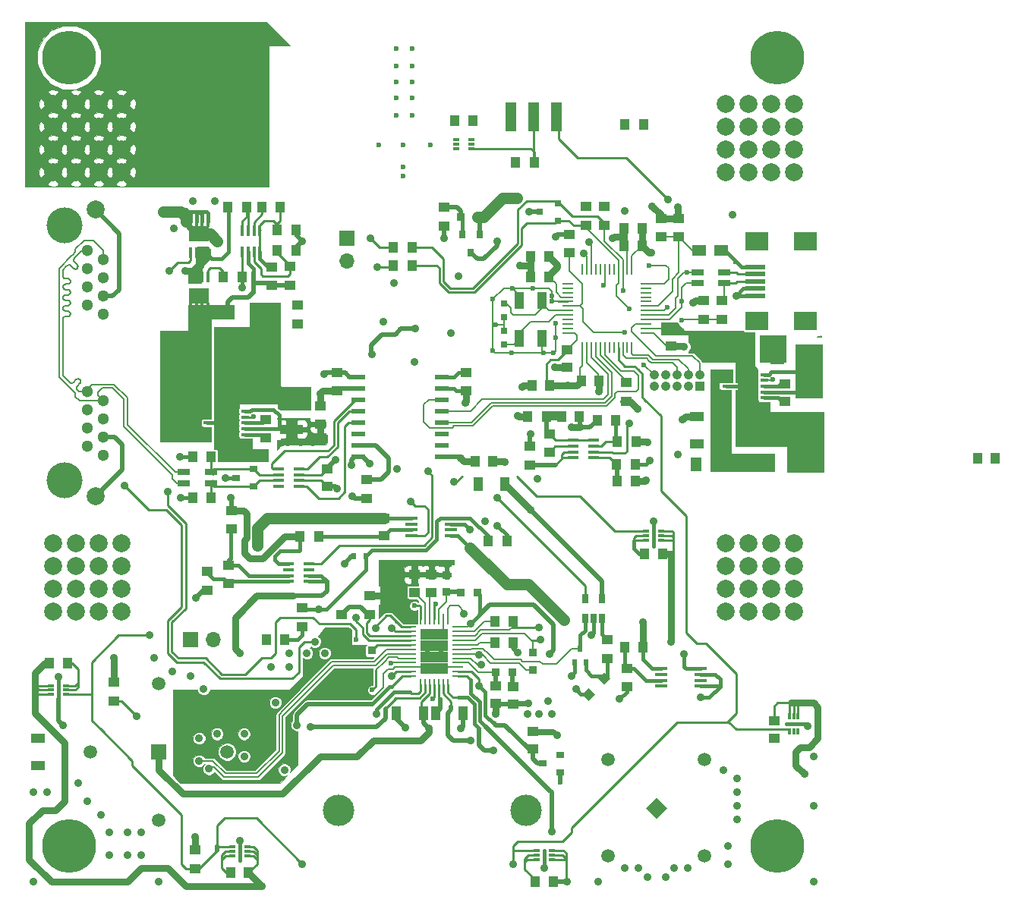
<source format=gbl>
G04 #@! TF.FileFunction,Copper,L4,Bot,Signal*
%FSLAX46Y46*%
G04 Gerber Fmt 4.6, Leading zero omitted, Abs format (unit mm)*
G04 Created by KiCad (PCBNEW 4.0.2+e4-6225~38~ubuntu16.10.1-stable) date Mi 04 Jan 2017 00:52:02 CET*
%MOMM*%
G01*
G04 APERTURE LIST*
%ADD10C,0.150000*%
%ADD11C,0.200000*%
%ADD12R,1.100000X1.900000*%
%ADD13C,6.000000*%
%ADD14R,1.250000X1.000000*%
%ADD15C,2.000000*%
%ADD16R,0.800100X0.800100*%
%ADD17R,1.270000X3.270000*%
%ADD18R,1.000000X1.250000*%
%ADD19C,0.050000*%
%ADD20R,1.200000X1.600000*%
%ADD21R,1.600000X2.000000*%
%ADD22R,1.500000X1.250000*%
%ADD23R,2.301240X0.500380*%
%ADD24R,2.499360X1.998980*%
%ADD25R,1.300000X0.250000*%
%ADD26R,0.250000X1.300000*%
%ADD27R,1.400000X0.800000*%
%ADD28R,1.050000X1.050000*%
%ADD29C,1.050000*%
%ADD30R,1.600000X1.000000*%
%ADD31R,1.000000X1.600000*%
%ADD32R,2.500000X1.000000*%
%ADD33R,0.890000X0.420000*%
%ADD34R,0.825000X0.712500*%
%ADD35R,1.500000X0.600000*%
%ADD36R,1.300000X0.420000*%
%ADD37R,3.500000X1.600000*%
%ADD38R,1.300000X1.000000*%
%ADD39R,1.000000X1.300000*%
%ADD40C,3.500000*%
%ADD41R,0.750000X0.800000*%
%ADD42R,0.900000X0.900000*%
%ADD43C,1.300000*%
%ADD44C,4.000000*%
%ADD45R,1.200000X0.250000*%
%ADD46R,0.250000X1.200000*%
%ADD47R,1.575000X1.287500*%
%ADD48R,0.405000X1.300000*%
%ADD49R,2.235000X1.725000*%
%ADD50R,0.420000X1.300000*%
%ADD51R,1.450000X0.450000*%
%ADD52C,1.500000*%
%ADD53R,0.900000X0.800000*%
%ADD54R,0.650000X1.060000*%
%ADD55R,1.700000X1.700000*%
%ADD56R,0.600000X0.700000*%
%ADD57O,1.700000X1.700000*%
%ADD58R,0.800000X0.300000*%
%ADD59R,0.300000X0.800000*%
%ADD60R,0.600000X0.800000*%
%ADD61R,0.800000X0.900000*%
%ADD62C,0.889000*%
%ADD63C,0.600000*%
%ADD64C,0.254000*%
%ADD65C,0.400000*%
%ADD66C,0.508000*%
%ADD67C,1.270000*%
%ADD68C,0.762000*%
%ADD69C,0.100000*%
G04 APERTURE END LIST*
D10*
D11*
X60650000Y-33250000D02*
X59850000Y-33250000D01*
D12*
X58770000Y-37383600D03*
X56230000Y-33116400D03*
X58770000Y-33116400D03*
X56230000Y-37383600D03*
D13*
X85000000Y-94000000D03*
D14*
X61800000Y-27800000D03*
X61800000Y-25800000D03*
D13*
X6000000Y-6000000D03*
X85000000Y-6000000D03*
X6000000Y-94000000D03*
D15*
X84270000Y-60190000D03*
X81730000Y-60190000D03*
X79190000Y-60190000D03*
X79190000Y-62730000D03*
X79190000Y-65270000D03*
X84270000Y-67810000D03*
X81730000Y-67810000D03*
X79190000Y-67810000D03*
X86810000Y-67810000D03*
X86810000Y-60190000D03*
X86810000Y-62730000D03*
X84270000Y-62730000D03*
X81730000Y-62730000D03*
X86810000Y-65270000D03*
X84270000Y-65270000D03*
X81730000Y-65270000D03*
X84270000Y-11190000D03*
X81730000Y-11190000D03*
X79190000Y-11190000D03*
X79190000Y-13730000D03*
X79190000Y-16270000D03*
X84270000Y-18810000D03*
X81730000Y-18810000D03*
X79190000Y-18810000D03*
X86810000Y-18810000D03*
X86810000Y-11190000D03*
X86810000Y-13730000D03*
X84270000Y-13730000D03*
X81730000Y-13730000D03*
X86810000Y-16270000D03*
X84270000Y-16270000D03*
X81730000Y-16270000D03*
X9270000Y-60190000D03*
X6730000Y-60190000D03*
X4190000Y-60190000D03*
X4190000Y-62730000D03*
X4190000Y-65270000D03*
X9270000Y-67810000D03*
X6730000Y-67810000D03*
X4190000Y-67810000D03*
X11810000Y-67810000D03*
X11810000Y-60190000D03*
X11810000Y-62730000D03*
X9270000Y-62730000D03*
X6730000Y-62730000D03*
X11810000Y-65270000D03*
X9270000Y-65270000D03*
X6730000Y-65270000D03*
X6730000Y-18810000D03*
X9270000Y-18810000D03*
X11810000Y-18810000D03*
X11810000Y-16270000D03*
X11810000Y-13730000D03*
X6730000Y-11190000D03*
X9270000Y-11190000D03*
X11810000Y-11190000D03*
X4190000Y-11190000D03*
X4190000Y-18810000D03*
X4190000Y-16270000D03*
X6730000Y-16270000D03*
X9270000Y-16270000D03*
X4190000Y-13730000D03*
X6730000Y-13730000D03*
X9270000Y-13730000D03*
D16*
X60500760Y-22300000D03*
X60500760Y-24200000D03*
X58501780Y-23250000D03*
D17*
X55260000Y-12600000D03*
X57800000Y-12600000D03*
X60340000Y-12600000D03*
D18*
X55500000Y-68900000D03*
X53500000Y-68900000D03*
D14*
X50300000Y-43200000D03*
X50300000Y-41200000D03*
X74000000Y-24000000D03*
X74000000Y-26000000D03*
D18*
X21800000Y-50600000D03*
X19800000Y-50600000D03*
X21800000Y-55100000D03*
X19800000Y-55100000D03*
D14*
X35900000Y-43200000D03*
X35900000Y-41200000D03*
X34800000Y-53900000D03*
X34800000Y-51900000D03*
D19*
X60650000Y-33250000D03*
X59850000Y-33250000D03*
D18*
X109300000Y-50750000D03*
X107300000Y-50750000D03*
D20*
X75900000Y-51450000D03*
X78100000Y-51450000D03*
D21*
X88600000Y-39200000D03*
X85000000Y-39200000D03*
D22*
X76250000Y-27500000D03*
X78750000Y-27500000D03*
D23*
X82550680Y-29399800D03*
X82550680Y-30199900D03*
X82550680Y-31000000D03*
X82550680Y-31800100D03*
X82550680Y-32600200D03*
D24*
X82649740Y-26549920D03*
X88148840Y-26549920D03*
X82649740Y-35450080D03*
X88148840Y-35450080D03*
D25*
X61650000Y-36750000D03*
X61650000Y-36250000D03*
X61650000Y-35750000D03*
X61650000Y-35250000D03*
X61650000Y-34750000D03*
X61650000Y-34250000D03*
X61650000Y-33750000D03*
X61650000Y-33250000D03*
X61650000Y-32750000D03*
X61650000Y-32250000D03*
X61650000Y-31750000D03*
X61650000Y-31250000D03*
D26*
X63250000Y-29650000D03*
X63750000Y-29650000D03*
X64250000Y-29650000D03*
X64750000Y-29650000D03*
X65250000Y-29650000D03*
X65750000Y-29650000D03*
X66250000Y-29650000D03*
X66750000Y-29650000D03*
X67250000Y-29650000D03*
X67750000Y-29650000D03*
X68250000Y-29650000D03*
X68750000Y-29650000D03*
D25*
X70350000Y-31250000D03*
X70350000Y-31750000D03*
X70350000Y-32250000D03*
X70350000Y-32750000D03*
X70350000Y-33250000D03*
X70350000Y-33750000D03*
X70350000Y-34250000D03*
X70350000Y-34750000D03*
X70350000Y-35250000D03*
X70350000Y-35750000D03*
X70350000Y-36250000D03*
X70350000Y-36750000D03*
D26*
X68750000Y-38350000D03*
X68250000Y-38350000D03*
X67750000Y-38350000D03*
X67250000Y-38350000D03*
X66750000Y-38350000D03*
X66250000Y-38350000D03*
X65750000Y-38350000D03*
X65250000Y-38350000D03*
X64750000Y-38350000D03*
X64250000Y-38350000D03*
X63750000Y-38350000D03*
X63250000Y-38350000D03*
D27*
X76050000Y-31200000D03*
X79050000Y-30000000D03*
X76050000Y-30000000D03*
X79050000Y-31200000D03*
X21800000Y-52300000D03*
X18800000Y-53500000D03*
X21800000Y-53500000D03*
X18800000Y-52300000D03*
D28*
X76300000Y-42700000D03*
D29*
X75030000Y-42700000D03*
X73760000Y-42700000D03*
X72490000Y-42700000D03*
X71220000Y-42700000D03*
X75030000Y-41430000D03*
X73760000Y-41430000D03*
X72490000Y-41430000D03*
X71220000Y-41430000D03*
X76300000Y-41430000D03*
D30*
X76000000Y-49100000D03*
X76000000Y-46100000D03*
D31*
X78300000Y-46500000D03*
X81300000Y-46500000D03*
D18*
X79100000Y-48600000D03*
X81100000Y-48600000D03*
D14*
X85800000Y-42400000D03*
X85800000Y-44400000D03*
D32*
X88400000Y-46300000D03*
X88400000Y-43300000D03*
D33*
X79306344Y-44645279D03*
X79306344Y-43995279D03*
X79306344Y-43345279D03*
X79306344Y-42695279D03*
X79306344Y-42045279D03*
X79306344Y-41395279D03*
X83516344Y-41395279D03*
X83516344Y-42045279D03*
X83516344Y-42695279D03*
X83516344Y-43345279D03*
X83516344Y-43995279D03*
X83516344Y-44645279D03*
D34*
X81823844Y-41951529D03*
X81823844Y-42664029D03*
X81823844Y-43376529D03*
X81823844Y-44089029D03*
X80998844Y-41951529D03*
X80998844Y-42664029D03*
X80998844Y-43376529D03*
X80998844Y-44089029D03*
D31*
X23700000Y-34400000D03*
X26700000Y-34400000D03*
D18*
X21400000Y-43700000D03*
X23400000Y-43700000D03*
D14*
X27900000Y-46450000D03*
X27900000Y-48450000D03*
D32*
X30800000Y-44500000D03*
X30800000Y-47500000D03*
D14*
X34000000Y-46900000D03*
X34000000Y-44900000D03*
D33*
X21395000Y-48725000D03*
X21395000Y-48075000D03*
X21395000Y-47425000D03*
X21395000Y-46775000D03*
X21395000Y-46125000D03*
X21395000Y-45475000D03*
X25605000Y-45475000D03*
X25605000Y-46125000D03*
X25605000Y-46775000D03*
X25605000Y-47425000D03*
X25605000Y-48075000D03*
X25605000Y-48725000D03*
D34*
X23912500Y-46031250D03*
X23912500Y-46743750D03*
X23912500Y-47456250D03*
X23912500Y-48168750D03*
X23087500Y-46031250D03*
X23087500Y-46743750D03*
X23087500Y-47456250D03*
X23087500Y-48168750D03*
D14*
X73100000Y-38200000D03*
X73100000Y-36200000D03*
D18*
X69900000Y-27000000D03*
X67900000Y-27000000D03*
X59500000Y-30500000D03*
X57500000Y-30500000D03*
D14*
X61500000Y-38600000D03*
X61500000Y-40600000D03*
D18*
X69900000Y-25100000D03*
X67900000Y-25100000D03*
D35*
X47550000Y-41655000D03*
X47550000Y-42925000D03*
X47550000Y-44195000D03*
X47550000Y-45465000D03*
X47550000Y-46735000D03*
X47550000Y-48005000D03*
X47550000Y-49275000D03*
X47550000Y-50545000D03*
X38250000Y-50545000D03*
X38250000Y-49275000D03*
X38250000Y-48005000D03*
X38250000Y-46735000D03*
X38250000Y-45465000D03*
X38250000Y-44195000D03*
X38250000Y-42925000D03*
X38250000Y-41655000D03*
D36*
X31675000Y-51925000D03*
X31675000Y-52575000D03*
X31675000Y-53225000D03*
X31675000Y-53875000D03*
X29325000Y-53875000D03*
X29325000Y-53225000D03*
X29325000Y-52575000D03*
X29325000Y-51925000D03*
D37*
X20100000Y-39300000D03*
X25500000Y-39300000D03*
X82750000Y-51250000D03*
X88150000Y-51250000D03*
D38*
X11000000Y-77850000D03*
X11000000Y-75750000D03*
X21400000Y-65450000D03*
X21400000Y-63350000D03*
D39*
X44250000Y-27200000D03*
X42150000Y-27200000D03*
X54800000Y-60000000D03*
X52700000Y-60000000D03*
X57850000Y-17700000D03*
X55750000Y-17700000D03*
D38*
X39200000Y-53150000D03*
X39200000Y-55250000D03*
X72000000Y-23950000D03*
X72000000Y-26050000D03*
X78800000Y-35250000D03*
X78800000Y-33150000D03*
X76800000Y-33150000D03*
X76800000Y-35250000D03*
X68100000Y-44350000D03*
X68100000Y-42250000D03*
X63600000Y-22650000D03*
X63600000Y-24750000D03*
X65700000Y-22650000D03*
X65700000Y-24750000D03*
X24100000Y-58650000D03*
X24100000Y-56550000D03*
D39*
X44250000Y-29200000D03*
X42150000Y-29200000D03*
D38*
X47800000Y-24850000D03*
X47800000Y-22750000D03*
D40*
X56950000Y-90000000D03*
X36050000Y-90000000D03*
D41*
X54500000Y-35000000D03*
X54500000Y-33500000D03*
X54500000Y-36500000D03*
X54500000Y-38000000D03*
D42*
X49650000Y-23800000D03*
X51550000Y-23800000D03*
X48100000Y-63750000D03*
X48100000Y-65650000D03*
X49650000Y-65700000D03*
X51550000Y-65700000D03*
X57700000Y-72450000D03*
X57700000Y-74350000D03*
D43*
X8040000Y-43325000D03*
X8040000Y-49415000D03*
X8040000Y-45355000D03*
X8040000Y-47385000D03*
X9820000Y-44345000D03*
X9820000Y-46375000D03*
X9820000Y-48405000D03*
X9820000Y-50435000D03*
D44*
X5500000Y-24775000D03*
D15*
X8930000Y-55000000D03*
D43*
X9820000Y-34685000D03*
X9820000Y-32655000D03*
X9820000Y-30625000D03*
X9820000Y-28595000D03*
X8040000Y-31635000D03*
X8040000Y-29605000D03*
X8040000Y-33665000D03*
X8040000Y-27575000D03*
D44*
X5500000Y-53225000D03*
D15*
X8930000Y-23000000D03*
D42*
X37850000Y-72200000D03*
X39750000Y-72200000D03*
D38*
X36400000Y-70250000D03*
X36400000Y-68150000D03*
D45*
X44050000Y-75050000D03*
X44050000Y-74550000D03*
X44050000Y-74050000D03*
X44050000Y-73550000D03*
X44050000Y-73050000D03*
X44050000Y-72550000D03*
X44050000Y-72050000D03*
X44050000Y-71550000D03*
X44050000Y-71050000D03*
X44050000Y-70550000D03*
X44050000Y-70050000D03*
X44050000Y-69550000D03*
D46*
X45200000Y-68650000D03*
X45700000Y-68650000D03*
X46200000Y-68650000D03*
X46700000Y-68650000D03*
X47200000Y-68650000D03*
X47700000Y-68650000D03*
X48200000Y-68650000D03*
D45*
X49350000Y-69550000D03*
X49350000Y-70050000D03*
X49350000Y-70550000D03*
X49350000Y-71050000D03*
X49350000Y-71550000D03*
X49350000Y-72050000D03*
X49350000Y-72550000D03*
X49350000Y-73050000D03*
X49350000Y-73550000D03*
X49350000Y-74050000D03*
X49350000Y-74550000D03*
X49350000Y-75050000D03*
D46*
X48200000Y-75950000D03*
X47700000Y-75950000D03*
X47200000Y-75950000D03*
X46700000Y-75950000D03*
X46200000Y-75950000D03*
X45700000Y-75950000D03*
X45200000Y-75950000D03*
D47*
X47487500Y-70368750D03*
X47487500Y-71656250D03*
X47487500Y-72943750D03*
X47487500Y-74231250D03*
X45912500Y-70368750D03*
X45912500Y-71656250D03*
X45912500Y-72943750D03*
X45912500Y-74231250D03*
D48*
X19525000Y-24350000D03*
X20175000Y-24350000D03*
X20825000Y-24350000D03*
X21475000Y-24350000D03*
X21475000Y-27835000D03*
X20825000Y-27835000D03*
X20175000Y-27835000D03*
X19525000Y-27835000D03*
D49*
X20500000Y-25700000D03*
D14*
X44500000Y-65700000D03*
X44500000Y-63700000D03*
D18*
X29500000Y-22750000D03*
X27500000Y-22750000D03*
D38*
X39500000Y-68150000D03*
X39500000Y-66050000D03*
X31500000Y-35750000D03*
X31500000Y-33650000D03*
D39*
X70050000Y-13500000D03*
X67950000Y-13500000D03*
X25800000Y-22750000D03*
X23700000Y-22750000D03*
X31300000Y-25250000D03*
X29200000Y-25250000D03*
X25300000Y-30500000D03*
X23200000Y-30500000D03*
D38*
X30600000Y-29350000D03*
X30600000Y-31450000D03*
D39*
X31300000Y-27500000D03*
X29200000Y-27500000D03*
D48*
X21475000Y-34000000D03*
X20825000Y-34000000D03*
X20175000Y-34000000D03*
X19525000Y-34000000D03*
X19525000Y-30515000D03*
X20175000Y-30515000D03*
X20825000Y-30515000D03*
X21475000Y-30515000D03*
D49*
X20500000Y-32650000D03*
D50*
X25325000Y-25325000D03*
X25975000Y-25325000D03*
X26625000Y-25325000D03*
X27275000Y-25325000D03*
X27275000Y-27675000D03*
X26625000Y-27675000D03*
X25975000Y-27675000D03*
X25325000Y-27675000D03*
D18*
X70000000Y-71800000D03*
X68000000Y-71800000D03*
D38*
X68200000Y-76250000D03*
X68200000Y-74150000D03*
D51*
X76400000Y-74225000D03*
X76400000Y-74875000D03*
X76400000Y-75525000D03*
X76400000Y-76175000D03*
X72000000Y-76175000D03*
X72000000Y-75525000D03*
X72000000Y-74875000D03*
X72000000Y-74225000D03*
D52*
X76888154Y-84361846D03*
X66111846Y-95138154D03*
X66111846Y-84361846D03*
D10*
G36*
X72702082Y-89750000D02*
X71500000Y-90952082D01*
X70297918Y-89750000D01*
X71500000Y-88547918D01*
X72702082Y-89750000D01*
X72702082Y-89750000D01*
G37*
D52*
X76888154Y-95138154D03*
D14*
X59550000Y-48025000D03*
X59550000Y-50025000D03*
X28600000Y-31400000D03*
X28600000Y-29400000D03*
D18*
X69125000Y-53275000D03*
X67125000Y-53275000D03*
X62900000Y-46050000D03*
X60900000Y-46050000D03*
D14*
X57700000Y-81200000D03*
X57700000Y-83200000D03*
D53*
X26600000Y-51950000D03*
X26600000Y-53850000D03*
X24600000Y-52900000D03*
X60800000Y-83850000D03*
X60800000Y-85750000D03*
X58800000Y-84800000D03*
D38*
X57375000Y-51475000D03*
X57375000Y-49375000D03*
D39*
X57150000Y-46075000D03*
X59250000Y-46075000D03*
X67025000Y-51400000D03*
X69125000Y-51400000D03*
X66975000Y-46500000D03*
X64875000Y-46500000D03*
X69250000Y-48900000D03*
X67150000Y-48900000D03*
D36*
X62175000Y-50675000D03*
X62175000Y-50025000D03*
X62175000Y-49375000D03*
X62175000Y-48725000D03*
X64525000Y-48725000D03*
X64525000Y-49375000D03*
X64525000Y-50025000D03*
X64525000Y-50675000D03*
D38*
X66000000Y-70950000D03*
X66000000Y-73050000D03*
D54*
X65450000Y-68600000D03*
X64500000Y-68600000D03*
X63550000Y-68600000D03*
X63550000Y-66400000D03*
X65450000Y-66400000D03*
D14*
X46400000Y-65700000D03*
X46400000Y-63700000D03*
D18*
X55500000Y-71300000D03*
X53500000Y-71300000D03*
D14*
X55500000Y-78200000D03*
X55500000Y-76200000D03*
X53600000Y-78100000D03*
X53600000Y-76100000D03*
D31*
X45500000Y-79200000D03*
X42500000Y-79200000D03*
D42*
X55450000Y-74600000D03*
X53550000Y-74600000D03*
D52*
X16000000Y-75880000D03*
X16000000Y-91120000D03*
X8380000Y-83500000D03*
D55*
X16000000Y-83500000D03*
D52*
X23620000Y-83500000D03*
D31*
X49900000Y-79200000D03*
X46900000Y-79200000D03*
D18*
X51250000Y-51050000D03*
X53250000Y-51050000D03*
D31*
X51600000Y-53600000D03*
X54600000Y-53600000D03*
D36*
X30425000Y-64475000D03*
X30425000Y-63825000D03*
X30425000Y-63175000D03*
X30425000Y-62525000D03*
X32775000Y-62525000D03*
X32775000Y-63175000D03*
X32775000Y-63825000D03*
X32775000Y-64475000D03*
D51*
X48600000Y-57425000D03*
X48600000Y-58075000D03*
X48600000Y-58725000D03*
X48600000Y-59375000D03*
X44200000Y-59375000D03*
X44200000Y-58725000D03*
X44200000Y-58075000D03*
X44200000Y-57425000D03*
D18*
X3800000Y-73600000D03*
X5800000Y-73600000D03*
D38*
X20000000Y-94450000D03*
X20000000Y-96550000D03*
D18*
X26000000Y-97000000D03*
X24000000Y-97000000D03*
X60000000Y-98000000D03*
X58000000Y-98000000D03*
X72200000Y-61400000D03*
X70200000Y-61400000D03*
X49000000Y-13100000D03*
X51000000Y-13100000D03*
X30000000Y-71000000D03*
X28000000Y-71000000D03*
D14*
X41100000Y-57400000D03*
X41100000Y-59400000D03*
D39*
X31750000Y-59500000D03*
X33850000Y-59500000D03*
D38*
X32000000Y-67450000D03*
X32000000Y-69550000D03*
D10*
G36*
X65683883Y-74609010D02*
X66390990Y-75316117D01*
X65683883Y-76023224D01*
X64976776Y-75316117D01*
X65683883Y-74609010D01*
X65683883Y-74609010D01*
G37*
G36*
X63916117Y-76376776D02*
X64623224Y-77083883D01*
X63916117Y-77790990D01*
X63209010Y-77083883D01*
X63916117Y-76376776D01*
X63916117Y-76376776D01*
G37*
D56*
X37700000Y-61700000D03*
X39100000Y-61700000D03*
D55*
X19500000Y-71000000D03*
D57*
X22040000Y-71000000D03*
D55*
X37000000Y-26200000D03*
D57*
X37000000Y-28740000D03*
D58*
X25850000Y-94600000D03*
X24150000Y-95100000D03*
X24150000Y-94100000D03*
X25850000Y-95100000D03*
X24150000Y-94600000D03*
X25850000Y-94100000D03*
X59850000Y-95000000D03*
X58150000Y-95500000D03*
X58150000Y-94500000D03*
X59850000Y-95500000D03*
X58150000Y-95000000D03*
X59850000Y-94500000D03*
X72050000Y-59400000D03*
X70350000Y-59900000D03*
X70350000Y-58900000D03*
X72050000Y-59900000D03*
X70350000Y-59400000D03*
X72050000Y-58900000D03*
X49150000Y-15700000D03*
X50850000Y-15200000D03*
X50850000Y-16200000D03*
X49150000Y-15200000D03*
X50850000Y-15700000D03*
X49150000Y-16200000D03*
X3950000Y-76600000D03*
X5650000Y-76100000D03*
X5650000Y-77100000D03*
X3950000Y-76100000D03*
X5650000Y-76600000D03*
X3950000Y-77100000D03*
D14*
X84600000Y-80000000D03*
X84600000Y-82000000D03*
D59*
X86800000Y-79550000D03*
X87300000Y-81250000D03*
X86300000Y-81250000D03*
X87300000Y-79550000D03*
X86800000Y-81250000D03*
X86300000Y-79550000D03*
D38*
X23800000Y-64750000D03*
X23800000Y-62650000D03*
D30*
X2500000Y-82000000D03*
X2500000Y-85000000D03*
D18*
X59500000Y-28250000D03*
X57500000Y-28250000D03*
X59600000Y-42600000D03*
X57600000Y-42600000D03*
X63100000Y-42100000D03*
X65100000Y-42100000D03*
D60*
X62350000Y-73550000D03*
X63650000Y-73550000D03*
X63000000Y-71950000D03*
D61*
X49850000Y-25800000D03*
X51750000Y-25800000D03*
X50800000Y-27800000D03*
D62*
X30000000Y-85500000D03*
X29000000Y-78000000D03*
X20500000Y-82000000D03*
D63*
X41900000Y-73600000D03*
D62*
X67400000Y-77600000D03*
X49700000Y-80900000D03*
X43500000Y-80800000D03*
X65000000Y-98000000D03*
X68000000Y-96500000D03*
X69500000Y-96500000D03*
X70500000Y-97500000D03*
X72500000Y-97500000D03*
X73500000Y-96500000D03*
X75000000Y-96500000D03*
X89000000Y-98000000D03*
X79500000Y-96000000D03*
X79500000Y-94000000D03*
X80500000Y-91000000D03*
X80500000Y-89500000D03*
X80500000Y-88000000D03*
X80500000Y-86500000D03*
X89000000Y-89500000D03*
X89000000Y-84000000D03*
X79000000Y-85500000D03*
X14000000Y-95000000D03*
X12500000Y-95000000D03*
X10500000Y-95000000D03*
X10500000Y-92500000D03*
X12500000Y-92500000D03*
X14000000Y-92500000D03*
X2000000Y-88000000D03*
X2000000Y-98000000D03*
X16000000Y-98000000D03*
X25500000Y-84000000D03*
X22500000Y-81500000D03*
X25500000Y-81500000D03*
X21000000Y-76500000D03*
X19500000Y-75000000D03*
X17500000Y-74500000D03*
X15500000Y-73000000D03*
X34500000Y-72500000D03*
X59400000Y-77800000D03*
X59800000Y-79300000D03*
X58400000Y-79300000D03*
X57100000Y-79300000D03*
X9500000Y-90500000D03*
X8000000Y-89000000D03*
X3500000Y-88000000D03*
X7000000Y-87000000D03*
D63*
X46500000Y-77600000D03*
D62*
X32500000Y-72500000D03*
X28500000Y-74000000D03*
X30500000Y-74000000D03*
X30500000Y-72500000D03*
X55900000Y-21700000D03*
X57450000Y-48050000D03*
X13500000Y-79500000D03*
X40400000Y-29400000D03*
X47800000Y-26200000D03*
X53750000Y-26500000D03*
X49400000Y-30400000D03*
X42200000Y-31200000D03*
X48600000Y-36800000D03*
X41000000Y-35500000D03*
D63*
X43250000Y-18250000D03*
X42500000Y-5000000D03*
X44250000Y-5000000D03*
X44250000Y-7000000D03*
X42500000Y-7000000D03*
X42500000Y-8750000D03*
X44250000Y-8750000D03*
X44250000Y-10500000D03*
X42500000Y-10500000D03*
X42500000Y-12500000D03*
X44250000Y-12500000D03*
X43250000Y-15750000D03*
X43250000Y-19250000D03*
X46250000Y-15750000D03*
X40500000Y-15750000D03*
D62*
X39600000Y-26200000D03*
X52400000Y-57800000D03*
X64250000Y-70500000D03*
X62000000Y-75000000D03*
X62500000Y-76500000D03*
X44100000Y-68400000D03*
X45912500Y-70368750D03*
X42700000Y-66200000D03*
X56000000Y-72400000D03*
X57200000Y-78100000D03*
X53600000Y-79300000D03*
X36800000Y-71550000D03*
X34700000Y-70400000D03*
X41200000Y-66200000D03*
X47487500Y-74231250D03*
X47487500Y-72943750D03*
X47487500Y-71656250D03*
X47487500Y-70368750D03*
X45912500Y-71656250D03*
X45912500Y-72943750D03*
X45912500Y-74231250D03*
X58400000Y-69600000D03*
X16500000Y-23250000D03*
X22500000Y-26500000D03*
X23450000Y-52900000D03*
X18350000Y-50600000D03*
X18400000Y-55100000D03*
X27750000Y-50450000D03*
X25700000Y-50550000D03*
X23200000Y-50300000D03*
X23300000Y-42400000D03*
X24250000Y-40900000D03*
X26850000Y-40950000D03*
X25050000Y-43700000D03*
X28400000Y-43700000D03*
X28350000Y-39150000D03*
X28200000Y-34650000D03*
X23900000Y-37450000D03*
X26750000Y-37450000D03*
X34000000Y-43500000D03*
X30400000Y-43300000D03*
X39500000Y-51300000D03*
X37500000Y-51500000D03*
X35700000Y-50900000D03*
X17700000Y-25100000D03*
X32000000Y-26500000D03*
X19750000Y-22000000D03*
X22250000Y-22000000D03*
D63*
X60250000Y-35650000D03*
X60250000Y-37300000D03*
X53250000Y-33000000D03*
X53600000Y-35800000D03*
X53250000Y-38750000D03*
X59850000Y-33250000D03*
X60000000Y-39000000D03*
X58900000Y-39000000D03*
X55350000Y-39000000D03*
X59850000Y-32600000D03*
X57700000Y-31750000D03*
X55400000Y-31800000D03*
X70100000Y-40300000D03*
X68000000Y-36700000D03*
X80300000Y-28800000D03*
D62*
X20100000Y-66300000D03*
X27000000Y-58500000D03*
X27000000Y-59500000D03*
X27000000Y-60500000D03*
X11000000Y-73000000D03*
D63*
X74300000Y-35300000D03*
X72700000Y-33900000D03*
X68450000Y-34100000D03*
X67750000Y-32000000D03*
X74900000Y-30000000D03*
X74300000Y-33200000D03*
X60800000Y-86900000D03*
D62*
X53300000Y-83300000D03*
X60400000Y-81600000D03*
X59800000Y-92400000D03*
X50800000Y-82200000D03*
D63*
X39800000Y-76600000D03*
D62*
X42000000Y-69700000D03*
D63*
X47400000Y-77700000D03*
D62*
X63950000Y-26600000D03*
X12200000Y-53800000D03*
X40200000Y-69700000D03*
X33400000Y-71200000D03*
X63400000Y-27850000D03*
D63*
X38000000Y-71000000D03*
X44500000Y-67200000D03*
D62*
X17000000Y-54500000D03*
D63*
X84500000Y-41900000D03*
D62*
X71200000Y-57800000D03*
X88400000Y-80600000D03*
X61200000Y-68800000D03*
X70000000Y-69000000D03*
X37600000Y-55000000D03*
X30400000Y-49000000D03*
X31800000Y-49000000D03*
X33200000Y-49000000D03*
X34200000Y-48400000D03*
X35900000Y-54100000D03*
X34400000Y-41300000D03*
X73150000Y-71200000D03*
X60400000Y-29400000D03*
X88000000Y-86000000D03*
X27500000Y-98500000D03*
X61500000Y-98000000D03*
X74600000Y-38300000D03*
X70900000Y-27800000D03*
X61600000Y-42600000D03*
X20000000Y-93000000D03*
X31400000Y-80500000D03*
X32900000Y-80700000D03*
X25000000Y-93400000D03*
X21600000Y-85400000D03*
X40250000Y-79300000D03*
X50000000Y-68100000D03*
X51700000Y-72700000D03*
X32000000Y-96000000D03*
X55500000Y-96000000D03*
X38000000Y-68500000D03*
X15000000Y-70500000D03*
D63*
X46900000Y-67000000D03*
D62*
X58600000Y-71000000D03*
X44500000Y-40000000D03*
X83500000Y-39500000D03*
X85000000Y-37500000D03*
X83500000Y-38000000D03*
X17200000Y-29800000D03*
X25300000Y-31700000D03*
X74600000Y-72600000D03*
X59000000Y-96500000D03*
X59600000Y-72600000D03*
X50800000Y-69200000D03*
X76400000Y-77400000D03*
X18900000Y-29800000D03*
X41950000Y-75050000D03*
X51700000Y-76100000D03*
X70750000Y-51000000D03*
X53750000Y-55150000D03*
X5300000Y-80500000D03*
X4800000Y-75100000D03*
X46100000Y-80900000D03*
X20500000Y-84500000D03*
X52000000Y-73800000D03*
X36700000Y-62500000D03*
X50700000Y-58700000D03*
X46000000Y-52200000D03*
X54600000Y-51200000D03*
X62000000Y-47300000D03*
X57500000Y-56500000D03*
X73850000Y-50350000D03*
X25000000Y-72500000D03*
X68450000Y-46850000D03*
X62950000Y-47275000D03*
X60200000Y-40600000D03*
X73900000Y-22700000D03*
X71000000Y-22600000D03*
X49700000Y-50700000D03*
X24000000Y-55100000D03*
X42600000Y-51900000D03*
X80000000Y-23600000D03*
X60250000Y-26000000D03*
X57250000Y-23250000D03*
X56000000Y-46000000D03*
X50150000Y-44550000D03*
X65100000Y-43300000D03*
X69400000Y-45200000D03*
X80400000Y-32600000D03*
X75600000Y-33400000D03*
X58250000Y-53000000D03*
X56500000Y-42750000D03*
X56250000Y-29250000D03*
D63*
X82250000Y-48750000D03*
X82500000Y-46000000D03*
D62*
X74400000Y-46400000D03*
X74200000Y-36600000D03*
X70300000Y-53200000D03*
X70500000Y-49000000D03*
X66600000Y-26200000D03*
D63*
X80998844Y-44089029D03*
X81823844Y-44089029D03*
X81823844Y-43376529D03*
X80998844Y-43376529D03*
X80998844Y-42664029D03*
X81823844Y-42664029D03*
X81823844Y-41951529D03*
X80998844Y-41951529D03*
D62*
X53750000Y-58250000D03*
X33800000Y-67600000D03*
D63*
X65550000Y-31400000D03*
D62*
X68000000Y-23150000D03*
X48900000Y-53400000D03*
X44100000Y-55600000D03*
D63*
X70700000Y-29200000D03*
D62*
X39800000Y-39100000D03*
X44600000Y-36300000D03*
D63*
X26600000Y-46050000D03*
D62*
X72800000Y-21900000D03*
D11*
X89450000Y-37150000D02*
X89850000Y-37150000D01*
X89835000Y-37135000D02*
X89850000Y-37150000D01*
D64*
X82550680Y-30199900D02*
X80599900Y-30199900D01*
X80400000Y-30000000D02*
X79050000Y-30000000D01*
X80599900Y-30199900D02*
X80400000Y-30000000D01*
D11*
X44050000Y-73550000D02*
X41950000Y-73550000D01*
X41950000Y-73550000D02*
X41900000Y-73600000D01*
D65*
X68200000Y-76250000D02*
X68200000Y-76800000D01*
X68200000Y-76800000D02*
X67400000Y-77600000D01*
D66*
X42500000Y-79200000D02*
X42500000Y-79800000D01*
X42500000Y-79800000D02*
X43500000Y-80800000D01*
X49900000Y-79200000D02*
X49900000Y-80700000D01*
X49900000Y-80700000D02*
X49700000Y-80900000D01*
D64*
X46700000Y-75950000D02*
X46700000Y-77200000D01*
X46500000Y-77600000D02*
X46700000Y-77400000D01*
X46700000Y-77200000D02*
X46700000Y-77400000D01*
D67*
X51550000Y-23800000D02*
X52200000Y-23800000D01*
X54300000Y-21700000D02*
X55900000Y-21700000D01*
X52200000Y-23800000D02*
X54300000Y-21700000D01*
D66*
X51750000Y-25800000D02*
X51750000Y-24000000D01*
X51750000Y-24000000D02*
X51550000Y-23800000D01*
D65*
X51750000Y-24000000D02*
X51550000Y-23800000D01*
D66*
X57375000Y-49375000D02*
X57375000Y-48125000D01*
X57375000Y-48125000D02*
X57450000Y-48050000D01*
D64*
X11000000Y-77850000D02*
X11850000Y-77850000D01*
X11850000Y-77850000D02*
X13500000Y-79500000D01*
X41950000Y-29400000D02*
X40400000Y-29400000D01*
X41950000Y-29400000D02*
X42150000Y-29200000D01*
D66*
X47800000Y-26200000D02*
X47800000Y-24850000D01*
X49650000Y-23800000D02*
X49650000Y-23150000D01*
X49250000Y-22750000D02*
X47800000Y-22750000D01*
X49650000Y-23150000D02*
X49250000Y-22750000D01*
D65*
X49850000Y-25800000D02*
X49850000Y-24000000D01*
X49850000Y-24000000D02*
X49650000Y-23800000D01*
D66*
X51500000Y-28500000D02*
X50800000Y-27800000D01*
X52250000Y-28500000D02*
X51500000Y-28500000D01*
X53750000Y-27000000D02*
X52250000Y-28500000D01*
X53750000Y-26500000D02*
X53750000Y-27000000D01*
D65*
X50800000Y-27800000D02*
X50800000Y-28000000D01*
D64*
X42150000Y-27200000D02*
X40600000Y-27200000D01*
X40600000Y-27200000D02*
X39600000Y-26200000D01*
D11*
X45700000Y-68650000D02*
X45700000Y-66900000D01*
X45700000Y-66900000D02*
X44500000Y-65700000D01*
D65*
X64500000Y-68600000D02*
X64500000Y-70250000D01*
X64500000Y-70250000D02*
X64250000Y-70500000D01*
X63916117Y-77083883D02*
X63083883Y-77083883D01*
X62350000Y-74650000D02*
X62350000Y-73550000D01*
X62000000Y-75000000D02*
X62350000Y-74650000D01*
X63083883Y-77083883D02*
X62500000Y-76500000D01*
D11*
X41550000Y-74250000D02*
X42146128Y-74250000D01*
X42346128Y-74050000D02*
X42672998Y-74050000D01*
X42146128Y-74250000D02*
X42346128Y-74050000D01*
X41000000Y-74800000D02*
X41000000Y-76292890D01*
X41000000Y-76292890D02*
X39646892Y-77645998D01*
X39646892Y-77645998D02*
X37245998Y-77645998D01*
X36400000Y-76800000D02*
X37245998Y-77645998D01*
X42672998Y-74050000D02*
X44050000Y-74050000D01*
X41550000Y-74250000D02*
X41000000Y-74800000D01*
D68*
X37850000Y-72200000D02*
X37450000Y-72200000D01*
X37450000Y-72200000D02*
X36800000Y-71550000D01*
D66*
X44100000Y-68400000D02*
X43450000Y-68750000D01*
D11*
X42900000Y-67150000D02*
X42700000Y-66200000D01*
X42900000Y-68200000D02*
X42900000Y-67150000D01*
D66*
X43450000Y-68750000D02*
X42900000Y-68200000D01*
D65*
X48250000Y-63600000D02*
X48100000Y-63750000D01*
D68*
X53600000Y-79300000D02*
X53600000Y-78100000D01*
D66*
X56000000Y-72400000D02*
X55500000Y-71900000D01*
X55500000Y-71900000D02*
X55500000Y-71300000D01*
X53200000Y-78200000D02*
X55500000Y-78200000D01*
X55500000Y-78200000D02*
X55600000Y-78100000D01*
X55600000Y-78100000D02*
X57200000Y-78100000D01*
X57200000Y-78100000D02*
X57100000Y-78200000D01*
X57100000Y-78200000D02*
X55500000Y-78200000D01*
X53400000Y-79100000D02*
X53600000Y-79300000D01*
D68*
X36400000Y-70250000D02*
X36400000Y-71150000D01*
X36400000Y-71150000D02*
X36800000Y-71550000D01*
X34850000Y-70250000D02*
X36400000Y-70250000D01*
X34700000Y-70400000D02*
X34850000Y-70250000D01*
X39500000Y-66050000D02*
X41050000Y-66050000D01*
X41050000Y-66050000D02*
X41200000Y-66200000D01*
D11*
X41150000Y-66250000D02*
X41900000Y-67000000D01*
X41200000Y-66200000D02*
X41150000Y-66250000D01*
X47668750Y-74050000D02*
X47487500Y-74231250D01*
D66*
X47487500Y-72937500D02*
X47500000Y-72950000D01*
X47487500Y-72937500D02*
X47487500Y-71656250D01*
X45912500Y-71512500D02*
X45912500Y-72943750D01*
X47500000Y-70400000D02*
X47487500Y-70387500D01*
X47487500Y-70387500D02*
X47487500Y-70368750D01*
X45912500Y-71512500D02*
X45900000Y-71500000D01*
X45900000Y-74100000D02*
X45912500Y-74112500D01*
X45912500Y-74112500D02*
X45912500Y-74231250D01*
X55500000Y-71300000D02*
X55700000Y-71300000D01*
D11*
X47700000Y-68650000D02*
X47700000Y-70156250D01*
X47700000Y-70156250D02*
X47487500Y-70368750D01*
X44050000Y-74050000D02*
X45731250Y-74050000D01*
X45731250Y-74050000D02*
X45912500Y-74231250D01*
X49350000Y-74050000D02*
X47668750Y-74050000D01*
D64*
X56800000Y-69600000D02*
X55400000Y-69600000D01*
X58400000Y-69600000D02*
X56800000Y-69600000D01*
D11*
X55500000Y-68900000D02*
X55500000Y-69500000D01*
X55500000Y-69500000D02*
X55400000Y-69600000D01*
X55400000Y-69600000D02*
X55100000Y-69900000D01*
X51250000Y-70550000D02*
X49350000Y-70550000D01*
X51900000Y-69900000D02*
X51250000Y-70550000D01*
X55100000Y-69900000D02*
X51900000Y-69900000D01*
X55500000Y-69400000D02*
X55500000Y-68900000D01*
X49350000Y-70050000D02*
X51184312Y-70050000D01*
X52334312Y-68900000D02*
X53500000Y-68900000D01*
X51184312Y-70050000D02*
X52334312Y-68900000D01*
D65*
X20500000Y-25700000D02*
X20000000Y-25700000D01*
X20000000Y-25700000D02*
X19000000Y-24700000D01*
X19000000Y-24700000D02*
X19000000Y-23800000D01*
X20000000Y-25700000D02*
X19300000Y-25000000D01*
X20700000Y-23200000D02*
X18500000Y-23200000D01*
X18500000Y-23200000D02*
X18450000Y-23250000D01*
X21475000Y-24350000D02*
X21475000Y-23375000D01*
X21300000Y-23200000D02*
X20700000Y-23200000D01*
X20700000Y-23200000D02*
X20500000Y-23200000D01*
X21475000Y-23375000D02*
X21300000Y-23200000D01*
X19600000Y-23200000D02*
X20500000Y-23200000D01*
X20825000Y-23525000D02*
X20825000Y-24350000D01*
X20500000Y-23200000D02*
X20825000Y-23525000D01*
X20175000Y-24350000D02*
X20175000Y-23375000D01*
X19600000Y-23200000D02*
X19000000Y-23800000D01*
X20000000Y-23200000D02*
X19600000Y-23200000D01*
X20175000Y-23375000D02*
X20000000Y-23200000D01*
D67*
X16500000Y-23250000D02*
X18450000Y-23250000D01*
X18450000Y-23250000D02*
X19000000Y-23800000D01*
X19000000Y-23800000D02*
X19000000Y-24300000D01*
D65*
X19525000Y-24350000D02*
X19525000Y-23525000D01*
X19000000Y-23000000D02*
X16750000Y-23000000D01*
X19525000Y-23525000D02*
X19000000Y-23000000D01*
D64*
X21475000Y-24350000D02*
X21475000Y-24725000D01*
X21475000Y-24725000D02*
X20500000Y-25700000D01*
X19525000Y-24350000D02*
X19525000Y-24725000D01*
X19525000Y-24725000D02*
X20500000Y-25700000D01*
X20175000Y-24350000D02*
X20175000Y-25375000D01*
X20175000Y-25375000D02*
X20500000Y-25700000D01*
X20825000Y-24350000D02*
X20825000Y-25375000D01*
X20825000Y-25375000D02*
X20500000Y-25700000D01*
D67*
X20500000Y-25700000D02*
X21700000Y-25700000D01*
X21700000Y-25700000D02*
X22500000Y-26500000D01*
D65*
X24600000Y-52900000D02*
X23450000Y-52900000D01*
X19800000Y-55100000D02*
X18400000Y-55100000D01*
X18350000Y-50600000D02*
X19800000Y-50600000D01*
X26700000Y-34400000D02*
X27950000Y-34400000D01*
X23450000Y-50550000D02*
X25700000Y-50550000D01*
X23200000Y-50300000D02*
X23450000Y-50550000D01*
X23300000Y-41850000D02*
X23300000Y-42400000D01*
X24250000Y-40900000D02*
X23300000Y-41850000D01*
X26850000Y-41900000D02*
X26850000Y-40950000D01*
X25050000Y-43700000D02*
X26850000Y-41900000D01*
X28400000Y-39200000D02*
X28400000Y-43700000D01*
X28350000Y-39150000D02*
X28400000Y-39200000D01*
X27950000Y-34400000D02*
X28200000Y-34650000D01*
X25500000Y-39300000D02*
X25500000Y-39050000D01*
X25500000Y-39050000D02*
X23900000Y-37450000D01*
X26750000Y-37450000D02*
X26700000Y-37400000D01*
X26700000Y-37400000D02*
X26700000Y-34400000D01*
X25605000Y-48725000D02*
X24468750Y-48725000D01*
X24468750Y-48725000D02*
X23912500Y-48168750D01*
D66*
X38250000Y-42925000D02*
X36175000Y-42925000D01*
X36175000Y-42925000D02*
X35900000Y-43200000D01*
D68*
X35900000Y-43200000D02*
X34300000Y-43200000D01*
X34300000Y-43200000D02*
X34000000Y-43500000D01*
X30800000Y-44500000D02*
X30800000Y-43700000D01*
X34000000Y-43500000D02*
X34000000Y-44900000D01*
X30800000Y-43700000D02*
X30400000Y-43300000D01*
D66*
X38250000Y-50545000D02*
X38745000Y-50545000D01*
X38745000Y-50545000D02*
X39500000Y-51300000D01*
X38250000Y-50545000D02*
X37855000Y-50545000D01*
X37855000Y-50545000D02*
X37500000Y-50900000D01*
X37500000Y-50900000D02*
X37500000Y-51500000D01*
X35700000Y-50900000D02*
X34800000Y-51800000D01*
X34800000Y-51800000D02*
X34800000Y-51900000D01*
D64*
X31675000Y-52575000D02*
X34125000Y-52575000D01*
X34125000Y-52575000D02*
X34800000Y-51900000D01*
D66*
X31300000Y-27500000D02*
X31300000Y-27200000D01*
X31300000Y-27200000D02*
X32000000Y-26500000D01*
X31300000Y-25250000D02*
X31300000Y-25800000D01*
X31300000Y-25800000D02*
X32000000Y-26500000D01*
D64*
X31300000Y-27200000D02*
X32000000Y-26500000D01*
D65*
X21395000Y-46775000D02*
X23056250Y-46775000D01*
X23056250Y-46775000D02*
X23087500Y-46743750D01*
X83516344Y-41395279D02*
X84004721Y-41395279D01*
X88400000Y-41800000D02*
X88400000Y-43300000D01*
X87700000Y-41100000D02*
X88400000Y-41800000D01*
X84300000Y-41100000D02*
X87700000Y-41100000D01*
X84004721Y-41395279D02*
X84300000Y-41100000D01*
X83516344Y-43345279D02*
X87986344Y-43345279D01*
X87986344Y-43345279D02*
X88011343Y-43320280D01*
D11*
X57700000Y-31750000D02*
X59500000Y-31750000D01*
X59850000Y-32100000D02*
X59850000Y-32600000D01*
X59500000Y-31750000D02*
X59850000Y-32100000D01*
X60250000Y-37300000D02*
X60250000Y-35650000D01*
X60000000Y-39000000D02*
X60050000Y-39000000D01*
X60250000Y-38800000D02*
X60250000Y-37300000D01*
X60050000Y-39000000D02*
X60250000Y-38800000D01*
X55350000Y-39000000D02*
X53500000Y-39000000D01*
X53500000Y-39000000D02*
X53250000Y-38750000D01*
X54500000Y-35800000D02*
X54500000Y-36500000D01*
X54500000Y-35800000D02*
X53600000Y-35800000D01*
X53250000Y-38300000D02*
X53250000Y-38750000D01*
X53250000Y-34600000D02*
X53250000Y-38300000D01*
X53250000Y-33000000D02*
X53250000Y-34600000D01*
D64*
X59850000Y-33250000D02*
X59850000Y-32600000D01*
D11*
X58770000Y-38870000D02*
X58900000Y-39000000D01*
X58770000Y-38870000D02*
X58770000Y-37383600D01*
X55350000Y-39000000D02*
X60000000Y-39000000D01*
X54500000Y-31750000D02*
X53250000Y-33000000D01*
X56200000Y-31750000D02*
X54500000Y-31750000D01*
X55650000Y-32050000D02*
X55650000Y-31900000D01*
X56200000Y-31750000D02*
X57700000Y-31750000D01*
X55800000Y-31750000D02*
X56200000Y-31750000D01*
X55650000Y-31900000D02*
X55800000Y-31750000D01*
X56230000Y-33116400D02*
X56230000Y-32630000D01*
X56230000Y-32630000D02*
X55650000Y-32050000D01*
X55650000Y-32050000D02*
X55400000Y-31800000D01*
X54500000Y-36500000D02*
X54500000Y-35000000D01*
X61650000Y-34250000D02*
X59500000Y-34250000D01*
X59500000Y-34250000D02*
X58770000Y-33520000D01*
X58770000Y-33520000D02*
X58770000Y-33116400D01*
X54500000Y-33500000D02*
X54750000Y-33500000D01*
X54750000Y-33500000D02*
X55250000Y-34000000D01*
X55250000Y-34000000D02*
X55250000Y-34500000D01*
X55250000Y-34500000D02*
X55500000Y-34750000D01*
X55500000Y-34750000D02*
X58000000Y-34750000D01*
X58000000Y-34750000D02*
X58770000Y-33980000D01*
X58770000Y-33980000D02*
X58770000Y-33116400D01*
X54500000Y-38000000D02*
X55613600Y-38000000D01*
X55613600Y-38000000D02*
X56230000Y-37383600D01*
X56230000Y-37383600D02*
X56230000Y-36770000D01*
X56230000Y-36770000D02*
X57500000Y-35500000D01*
X57500000Y-35500000D02*
X59500000Y-35500000D01*
X59500000Y-35500000D02*
X60250000Y-34750000D01*
X60250000Y-34750000D02*
X61650000Y-34750000D01*
X74000000Y-28000000D02*
X74000000Y-30034312D01*
X73300000Y-32100000D02*
X71650000Y-33750000D01*
X73300000Y-30734312D02*
X73300000Y-32100000D01*
X74000000Y-30034312D02*
X73300000Y-30734312D01*
X71650000Y-33750000D02*
X70350000Y-33750000D01*
X70350000Y-33750000D02*
X71650000Y-33750000D01*
X74000000Y-26000000D02*
X74000000Y-28000000D01*
X72000000Y-26050000D02*
X73950000Y-26050000D01*
X73950000Y-26050000D02*
X74000000Y-26000000D01*
X76250000Y-27500000D02*
X75500000Y-27500000D01*
X75500000Y-27500000D02*
X74000000Y-26000000D01*
D64*
X21800000Y-50600000D02*
X21800000Y-52300000D01*
X26600000Y-51950000D02*
X22150000Y-51950000D01*
X22150000Y-51950000D02*
X21800000Y-52300000D01*
X29325000Y-52575000D02*
X27225000Y-52575000D01*
X27225000Y-52575000D02*
X26600000Y-51950000D01*
D11*
X22075000Y-52575000D02*
X21800000Y-52300000D01*
X21975000Y-52475000D02*
X21800000Y-52300000D01*
D64*
X21800000Y-53500000D02*
X21800000Y-55100000D01*
X26600000Y-53850000D02*
X22150000Y-53850000D01*
X22150000Y-53850000D02*
X21800000Y-53500000D01*
X29325000Y-53225000D02*
X27225000Y-53225000D01*
X27225000Y-53225000D02*
X26600000Y-53850000D01*
D11*
X22075000Y-53225000D02*
X21800000Y-53500000D01*
X61650000Y-33750000D02*
X63000000Y-33750000D01*
X63000000Y-33750000D02*
X63300000Y-34050000D01*
X64500000Y-36700000D02*
X66100000Y-36700000D01*
X63300000Y-35500000D02*
X64500000Y-36700000D01*
X63300000Y-34050000D02*
X63300000Y-35500000D01*
X68000000Y-36700000D02*
X66100000Y-36700000D01*
X61800000Y-27800000D02*
X61800000Y-29800000D01*
X61800000Y-29800000D02*
X62400000Y-30400000D01*
X63250000Y-33500000D02*
X63000000Y-33750000D01*
X63250000Y-33500000D02*
X63250000Y-31250000D01*
X63250000Y-31250000D02*
X62400000Y-30400000D01*
X71220000Y-41430000D02*
X71220000Y-41420000D01*
X71220000Y-41420000D02*
X70100000Y-40300000D01*
X6123215Y-29206644D02*
X6062689Y-29177496D01*
X6362685Y-42322503D02*
X6423211Y-42293355D01*
X5887626Y-31907521D02*
X5951035Y-31929709D01*
X8040000Y-27575000D02*
X7425000Y-27575000D01*
X6900000Y-42675735D02*
X6858114Y-42728258D01*
X5864521Y-29177497D02*
X5803995Y-29206645D01*
X6103992Y-42293355D02*
X6164518Y-42322503D01*
X6814018Y-42854278D02*
X6814018Y-42921457D01*
X5365451Y-31787046D02*
X5412954Y-31834549D01*
X6637122Y-29617354D02*
X6571629Y-29602404D01*
X6007916Y-33165450D02*
X6055419Y-33212953D01*
X7425000Y-27575000D02*
X6600000Y-28400000D01*
X5887626Y-33692478D02*
X5820869Y-33700000D01*
X6600000Y-28400000D02*
X6558115Y-28452523D01*
X5951035Y-31929709D02*
X6007916Y-31965450D01*
X6091160Y-33269834D02*
X6113348Y-33333243D01*
X6704302Y-29617353D02*
X6637122Y-29617354D01*
X6007916Y-31234549D02*
X5951035Y-31270290D01*
X6558115Y-28452523D02*
X6528969Y-28513048D01*
X6924729Y-29159630D02*
X6953877Y-29220156D01*
X5600000Y-34900000D02*
X5533244Y-34907521D01*
X5329710Y-35069834D02*
X5307522Y-35133243D01*
X5600000Y-33700000D02*
X5533244Y-33707521D01*
X6528969Y-28513048D02*
X6514019Y-28578543D01*
X6514019Y-28578543D02*
X6514020Y-28645721D01*
X5820869Y-30700000D02*
X5887626Y-30707521D01*
X5600000Y-31300000D02*
X5533244Y-31307521D01*
X6055419Y-31187046D02*
X6007916Y-31234549D01*
X5365451Y-30587046D02*
X5412954Y-30634549D01*
X7253875Y-42279843D02*
X7224727Y-42340369D01*
X6514020Y-28645721D02*
X6528968Y-28711216D01*
X5803995Y-29206645D02*
X5751473Y-29248528D01*
X6007916Y-30765450D02*
X6055419Y-30812953D01*
X5820869Y-32500000D02*
X5600000Y-32500000D01*
X6968826Y-29352829D02*
X6953876Y-29418324D01*
X6528968Y-28711216D02*
X6558116Y-28771741D01*
X6091160Y-30869834D02*
X6113348Y-30933243D01*
X5887626Y-31292478D02*
X5820869Y-31300000D01*
X6558116Y-28771741D02*
X6600001Y-28824264D01*
X6924728Y-29478850D02*
X6882844Y-29531371D01*
X5469835Y-31329709D02*
X5412954Y-31365450D01*
X6600001Y-28824264D02*
X6882844Y-29107107D01*
X6968825Y-29285651D02*
X6968826Y-29352829D01*
X6882844Y-29107107D02*
X6924729Y-29159630D01*
X5307522Y-35133243D02*
X5300000Y-35200000D01*
X6458580Y-29531371D02*
X6175738Y-29248529D01*
X6953877Y-29220156D02*
X6968825Y-29285651D01*
X6953876Y-29418324D02*
X6924728Y-29478850D01*
X6120869Y-31000000D02*
X6113348Y-31066756D01*
X6882844Y-29531371D02*
X6830322Y-29573257D01*
X6113348Y-33466756D02*
X6091160Y-33530165D01*
X6830322Y-29573257D02*
X6769795Y-29602405D01*
X6423211Y-42293355D02*
X6475734Y-42251470D01*
X5951035Y-33129709D02*
X6007916Y-33165450D01*
X6769795Y-29602405D02*
X6704302Y-29617353D01*
X5365451Y-31412953D02*
X5329710Y-31469834D01*
X5412954Y-33034549D02*
X5469835Y-33070290D01*
X6571629Y-29602404D02*
X6511102Y-29573258D01*
X5820869Y-31300000D02*
X5600000Y-31300000D01*
X6511102Y-29573258D02*
X6458580Y-29531371D01*
X5307522Y-31533243D02*
X5300000Y-31600000D01*
X5997194Y-29162548D02*
X5930016Y-29162547D01*
X6175738Y-29248529D02*
X6123215Y-29206644D01*
X6062689Y-29177496D02*
X5997194Y-29162548D01*
X5645408Y-29354592D02*
X5300000Y-29700000D01*
X5951035Y-32470290D02*
X5887626Y-32492478D01*
X5930016Y-29162547D02*
X5864521Y-29177497D01*
X6113348Y-31066756D02*
X6091160Y-31130165D01*
X5751473Y-29248528D02*
X5645408Y-29354592D01*
X5329710Y-30530165D02*
X5365451Y-30587046D01*
X5300000Y-31600000D02*
X5307522Y-31666756D01*
X5300000Y-29700000D02*
X5300000Y-30400000D01*
X5307522Y-30466756D02*
X5329710Y-30530165D01*
X5365451Y-35012953D02*
X5329710Y-35069834D01*
X5300000Y-30400000D02*
X5307522Y-30466756D01*
X6007916Y-34834549D02*
X5951035Y-34870290D01*
X6055419Y-33587046D02*
X6007916Y-33634549D01*
X5412954Y-30634549D02*
X5469835Y-30670290D01*
X5600000Y-30700000D02*
X5820869Y-30700000D01*
X5469835Y-30670290D02*
X5533244Y-30692478D01*
X5329710Y-34130165D02*
X5365451Y-34187046D01*
X6091160Y-32069834D02*
X6113348Y-32133243D01*
X5533244Y-30692478D02*
X5600000Y-30700000D01*
X6113348Y-33333243D02*
X6120869Y-33400000D01*
X5887626Y-30707521D02*
X5951035Y-30729709D01*
X5951035Y-30729709D02*
X6007916Y-30765450D01*
X5329710Y-31469834D02*
X5307522Y-31533243D01*
X6120869Y-34600000D02*
X6113348Y-34666756D01*
X5887626Y-34892478D02*
X5820869Y-34900000D01*
X6758577Y-41968628D02*
X6811100Y-41926742D01*
X7182842Y-41968628D02*
X7224727Y-42021150D01*
X5300000Y-34000000D02*
X5307522Y-34066756D01*
X6055419Y-30812953D02*
X6091160Y-30869834D01*
X6113348Y-32266756D02*
X6091160Y-32330165D01*
X7253875Y-42081676D02*
X7268824Y-42147170D01*
X6113348Y-30933243D02*
X6120869Y-31000000D01*
X5300000Y-32800000D02*
X5307522Y-32866756D01*
X6055419Y-33212953D02*
X6091160Y-33269834D01*
X6091160Y-31130165D02*
X6055419Y-31187046D01*
X5329710Y-33869834D02*
X5307522Y-33933243D01*
X5600000Y-31900000D02*
X5820869Y-31900000D01*
X5951035Y-31270290D02*
X5887626Y-31292478D01*
X6055419Y-32012953D02*
X6091160Y-32069834D01*
X5533244Y-31307521D02*
X5469835Y-31329709D01*
X5329710Y-32669834D02*
X5307522Y-32733243D01*
X6091160Y-33530165D02*
X6055419Y-33587046D01*
X5365451Y-32612953D02*
X5329710Y-32669834D01*
X5412954Y-31365450D02*
X5365451Y-31412953D01*
X5307522Y-31666756D02*
X5329710Y-31730165D01*
X5329710Y-31730165D02*
X5365451Y-31787046D01*
X5412954Y-31834549D02*
X5469835Y-31870290D01*
X6055419Y-34787046D02*
X6007916Y-34834549D01*
X6055419Y-32387046D02*
X6007916Y-32434549D01*
X5469835Y-31870290D02*
X5533244Y-31892478D01*
X5820869Y-31900000D02*
X5887626Y-31907521D01*
X5533244Y-31892478D02*
X5600000Y-31900000D01*
X5412954Y-33765450D02*
X5365451Y-33812953D01*
X6814018Y-42921457D02*
X6828967Y-42986951D01*
X6007916Y-31965450D02*
X6055419Y-32012953D01*
X5365451Y-33812953D02*
X5329710Y-33869834D01*
X5533244Y-33092478D02*
X5600000Y-33100000D01*
X6113348Y-32133243D02*
X6120869Y-32200000D01*
X6120869Y-32200000D02*
X6113348Y-32266756D01*
X6091160Y-34469834D02*
X6113348Y-34533243D01*
X6091160Y-32330165D02*
X6055419Y-32387046D01*
X6113348Y-34533243D02*
X6120869Y-34600000D01*
X6007916Y-32434549D02*
X5951035Y-32470290D01*
X5887626Y-32492478D02*
X5820869Y-32500000D01*
X5600000Y-32500000D02*
X5533244Y-32507521D01*
X6007916Y-33634549D02*
X5951035Y-33670290D01*
X5533244Y-32507521D02*
X5469835Y-32529709D01*
X5469835Y-32529709D02*
X5412954Y-32565450D01*
X5820869Y-34900000D02*
X5600000Y-34900000D01*
X5412954Y-32565450D02*
X5365451Y-32612953D01*
X5307522Y-32733243D02*
X5300000Y-32800000D01*
X5329710Y-32930165D02*
X5365451Y-32987046D01*
X6007916Y-34365450D02*
X6055419Y-34412953D01*
X5820869Y-33100000D02*
X5887626Y-33107521D01*
X5307522Y-33933243D02*
X5300000Y-34000000D01*
X5307522Y-32866756D02*
X5329710Y-32930165D01*
X5307522Y-34066756D02*
X5329710Y-34130165D01*
X5365451Y-32987046D02*
X5412954Y-33034549D01*
X5469835Y-33070290D02*
X5533244Y-33092478D01*
X6828967Y-42788784D02*
X6814018Y-42854278D01*
X5600000Y-33100000D02*
X5820869Y-33100000D01*
X5887626Y-33107521D02*
X5951035Y-33129709D01*
X6120869Y-33400000D02*
X6113348Y-33466756D01*
X5951035Y-33670290D02*
X5887626Y-33692478D01*
X5887626Y-34307521D02*
X5951035Y-34329709D01*
X5820869Y-33700000D02*
X5600000Y-33700000D01*
X5533244Y-33707521D02*
X5469835Y-33729709D01*
X5469835Y-33729709D02*
X5412954Y-33765450D01*
X5365451Y-34187046D02*
X5412954Y-34234549D01*
X7224727Y-42340369D02*
X7182842Y-42392892D01*
X5412954Y-34234549D02*
X5469835Y-34270290D01*
X5469835Y-34270290D02*
X5533244Y-34292478D01*
X5533244Y-34292478D02*
X5600000Y-34300000D01*
X5600000Y-34300000D02*
X5820869Y-34300000D01*
X5820869Y-34300000D02*
X5887626Y-34307521D01*
X5469835Y-34929709D02*
X5412954Y-34965450D01*
X5951035Y-34329709D02*
X6007916Y-34365450D01*
X6055419Y-34412953D02*
X6091160Y-34469834D01*
X6113348Y-34666756D02*
X6091160Y-34730165D01*
X6091160Y-34730165D02*
X6055419Y-34787046D01*
X7268824Y-42214349D02*
X7253875Y-42279843D01*
X5951035Y-34870290D02*
X5887626Y-34892478D01*
X5533244Y-34907521D02*
X5469835Y-34929709D01*
X5412954Y-34965450D02*
X5365451Y-35012953D01*
X5300000Y-35200000D02*
X5300000Y-41500000D01*
X5300000Y-41500000D02*
X6051471Y-42251471D01*
X6051471Y-42251471D02*
X6103992Y-42293355D01*
X6164518Y-42322503D02*
X6230012Y-42337452D01*
X6230012Y-42337452D02*
X6297191Y-42337452D01*
X6297191Y-42337452D02*
X6362685Y-42322503D01*
X6475734Y-42251470D02*
X6758577Y-41968628D01*
X6811100Y-41926742D02*
X6871626Y-41897595D01*
X6871626Y-41897595D02*
X6937120Y-41882646D01*
X6937120Y-41882646D02*
X7004299Y-41882646D01*
X7004299Y-41882646D02*
X7069793Y-41897595D01*
X7069793Y-41897595D02*
X7130319Y-41926742D01*
X7130319Y-41926742D02*
X7182842Y-41968628D01*
X7224727Y-42021150D02*
X7253875Y-42081676D01*
X7268824Y-42147170D02*
X7268824Y-42214349D01*
X7182842Y-42392892D02*
X6900000Y-42675735D01*
X6858114Y-42728258D02*
X6828967Y-42788784D01*
X6828967Y-42986951D02*
X6858114Y-43047477D01*
X6858114Y-43047477D02*
X6900000Y-43100000D01*
X6900000Y-43100000D02*
X7125000Y-43325000D01*
X7125000Y-43325000D02*
X8040000Y-43325000D01*
X12500000Y-45500000D02*
X12500000Y-44000000D01*
X12500000Y-44000000D02*
X11000000Y-42500000D01*
X8040000Y-43325000D02*
X8040000Y-42960000D01*
X8040000Y-42960000D02*
X8500000Y-42500000D01*
X8500000Y-42500000D02*
X11000000Y-42500000D01*
X18800000Y-52300000D02*
X17800000Y-52300000D01*
X12500000Y-47000000D02*
X12500000Y-45500000D01*
X17800000Y-52300000D02*
X12500000Y-47000000D01*
X8365000Y-43000000D02*
X8040000Y-43325000D01*
X7700000Y-26400000D02*
X6700000Y-27400000D01*
X9820000Y-27520000D02*
X8700000Y-26400000D01*
X8700000Y-26400000D02*
X7700000Y-26400000D01*
X9820000Y-28595000D02*
X9820000Y-27520000D01*
X6700000Y-27734312D02*
X6367156Y-28067156D01*
X6700000Y-27400000D02*
X6700000Y-27734312D01*
X7145000Y-44345000D02*
X6667156Y-43867156D01*
X9820000Y-44345000D02*
X7145000Y-44345000D01*
X6267156Y-28167156D02*
X6367156Y-28067156D01*
X4899998Y-29534314D02*
X6267156Y-28167156D01*
X4899998Y-41665686D02*
X4899998Y-29534314D01*
X6667156Y-43432844D02*
X4899998Y-41665686D01*
X6667156Y-43867156D02*
X6667156Y-43432844D01*
X10000000Y-42900002D02*
X9699998Y-42900002D01*
X12099998Y-44165686D02*
X10834314Y-42900002D01*
X10834314Y-42900002D02*
X10000000Y-42900002D01*
X12099998Y-46000000D02*
X12099998Y-44165686D01*
X9200000Y-43725000D02*
X9820000Y-44345000D01*
X9200000Y-43400000D02*
X9200000Y-43725000D01*
X9699998Y-42900002D02*
X9200000Y-43400000D01*
X9500000Y-44025000D02*
X9820000Y-44345000D01*
X18000000Y-53500000D02*
X18800000Y-53500000D01*
X17500000Y-53000000D02*
X18000000Y-53500000D01*
X17500000Y-52565688D02*
X17500000Y-53000000D01*
X12099998Y-47165686D02*
X17500000Y-52565688D01*
X12099998Y-46000000D02*
X12099998Y-47165686D01*
D66*
X9820000Y-48405000D02*
X11105000Y-48405000D01*
X11900000Y-52030000D02*
X8930000Y-55000000D01*
X11900000Y-49200000D02*
X11900000Y-52030000D01*
X11105000Y-48405000D02*
X11900000Y-49200000D01*
X9820000Y-32655000D02*
X10845000Y-32655000D01*
X11600000Y-25670000D02*
X8930000Y-23000000D01*
X11600000Y-31900000D02*
X11600000Y-25670000D01*
X10845000Y-32655000D02*
X11600000Y-31900000D01*
D65*
X80200000Y-28600000D02*
X80200000Y-28700000D01*
X80200000Y-28700000D02*
X80300000Y-28800000D01*
X82550680Y-29399800D02*
X80999800Y-29399800D01*
X80999800Y-29399800D02*
X80200000Y-28600000D01*
X80200000Y-28600000D02*
X79100000Y-27500000D01*
X79100000Y-27500000D02*
X78750000Y-27500000D01*
D11*
X82550680Y-29399800D02*
X81599800Y-29399800D01*
X79050000Y-31200000D02*
X79050000Y-32900000D01*
X79050000Y-32900000D02*
X78800000Y-33150000D01*
D64*
X82550680Y-31000000D02*
X80500000Y-31000000D01*
X80300000Y-31200000D02*
X79050000Y-31200000D01*
X80500000Y-31000000D02*
X80300000Y-31200000D01*
D66*
X21400000Y-65450000D02*
X20950000Y-65450000D01*
X20950000Y-65450000D02*
X20100000Y-66300000D01*
D67*
X38400000Y-57400000D02*
X28100000Y-57400000D01*
X28100000Y-57400000D02*
X27000000Y-58500000D01*
X41100000Y-57400000D02*
X38400000Y-57400000D01*
D65*
X44200000Y-57425000D02*
X41125000Y-57425000D01*
X41125000Y-57425000D02*
X41100000Y-57400000D01*
D67*
X27000000Y-58500000D02*
X27000000Y-60500000D01*
D68*
X27000000Y-59500000D02*
X27000000Y-58500000D01*
X27000000Y-60500000D02*
X27000000Y-59500000D01*
X11000000Y-75750000D02*
X11000000Y-73500000D01*
X11000000Y-73500000D02*
X11000000Y-73000000D01*
D11*
X78800000Y-35250000D02*
X76400000Y-35250000D01*
X70350000Y-34250000D02*
X72350000Y-34250000D01*
X74350000Y-35250000D02*
X76400000Y-35250000D01*
X74300000Y-35300000D02*
X74350000Y-35250000D01*
X72350000Y-34250000D02*
X72700000Y-33900000D01*
X68100000Y-41000000D02*
X68996128Y-41000000D01*
X69200000Y-43300000D02*
X68600000Y-43300000D01*
X69472998Y-43027002D02*
X69200000Y-43300000D01*
X69472998Y-41476870D02*
X69472998Y-43027002D01*
X68996128Y-41000000D02*
X69472998Y-41476870D01*
X63100000Y-44925002D02*
X65956372Y-44925002D01*
X63100000Y-44925002D02*
X59100000Y-44925002D01*
X65956372Y-44925002D02*
X66900004Y-43981370D01*
X66900004Y-43981370D02*
X66900004Y-43499996D01*
X66900004Y-43499996D02*
X67100000Y-43300000D01*
X67100000Y-43300000D02*
X68600000Y-43300000D01*
X65750000Y-38350000D02*
X65750000Y-39184312D01*
X65750000Y-39184312D02*
X67565688Y-41000000D01*
X67565688Y-41000000D02*
X68100000Y-41000000D01*
X47550000Y-44195000D02*
X46105000Y-44195000D01*
X53265686Y-44925002D02*
X59100000Y-44925002D01*
X59100000Y-44925002D02*
X59600000Y-44925002D01*
X51055686Y-47135002D02*
X53265686Y-44925002D01*
X48950000Y-47135002D02*
X51055686Y-47135002D01*
X48735002Y-47350000D02*
X48950000Y-47135002D01*
X46200000Y-47350000D02*
X48735002Y-47350000D01*
X45550000Y-46700000D02*
X46200000Y-47350000D01*
X45550000Y-44750000D02*
X45550000Y-46700000D01*
X46105000Y-44195000D02*
X45550000Y-44750000D01*
X65250000Y-38350000D02*
X65250000Y-39250000D01*
X65250000Y-39250000D02*
X67800000Y-41800000D01*
X67800000Y-41800000D02*
X67800000Y-42250000D01*
X67250000Y-31150000D02*
X67250000Y-29650000D01*
X67000000Y-31400000D02*
X67250000Y-31150000D01*
X67000000Y-32650000D02*
X67000000Y-31400000D01*
X68450000Y-34100000D02*
X67000000Y-32650000D01*
D64*
X60500760Y-24200000D02*
X61700000Y-24200000D01*
X62250000Y-24750000D02*
X63600000Y-24750000D01*
X61700000Y-24200000D02*
X62250000Y-24750000D01*
X59000000Y-24500000D02*
X60200760Y-24500000D01*
X60200760Y-24500000D02*
X60500760Y-24200000D01*
X44250000Y-29200000D02*
X46995998Y-29200000D01*
X57000000Y-24500000D02*
X59000000Y-24500000D01*
X56454002Y-25045998D02*
X57000000Y-24500000D01*
X56454002Y-26938054D02*
X56454002Y-25045998D01*
X51188054Y-32204002D02*
X56454002Y-26938054D01*
X48311946Y-32204002D02*
X51188054Y-32204002D01*
X47295998Y-31188054D02*
X48311946Y-32204002D01*
X47295998Y-29500000D02*
X47295998Y-31188054D01*
X46995998Y-29200000D02*
X47295998Y-29500000D01*
D11*
X67250000Y-29650000D02*
X67250000Y-28650000D01*
X67250000Y-28650000D02*
X63600000Y-25000000D01*
X63600000Y-25000000D02*
X63600000Y-24750000D01*
X67750000Y-29650000D02*
X67750000Y-32000000D01*
D64*
X65700000Y-24750000D02*
X65700000Y-24500000D01*
X65700000Y-24500000D02*
X64900000Y-23700000D01*
X62100000Y-23700000D02*
X60700000Y-22300000D01*
X64900000Y-23700000D02*
X62100000Y-23700000D01*
X60700000Y-22300000D02*
X60500760Y-22300000D01*
X58750000Y-22000000D02*
X60200760Y-22000000D01*
X60200760Y-22000000D02*
X60500760Y-22300000D01*
X44250000Y-27200000D02*
X46450000Y-27200000D01*
X57000000Y-22000000D02*
X58750000Y-22000000D01*
X56000000Y-23000000D02*
X57000000Y-22000000D01*
X56000000Y-26750000D02*
X56000000Y-23000000D01*
X51000000Y-31750000D02*
X56000000Y-26750000D01*
X48500000Y-31750000D02*
X51000000Y-31750000D01*
X47750000Y-31000000D02*
X48500000Y-31750000D01*
X47750000Y-28500000D02*
X47750000Y-31000000D01*
X46450000Y-27200000D02*
X47750000Y-28500000D01*
D11*
X67750000Y-29650000D02*
X67750000Y-28584312D01*
X65700000Y-26534312D02*
X65700000Y-24750000D01*
X67750000Y-28584312D02*
X65700000Y-26534312D01*
X74900000Y-30000000D02*
X74600000Y-30000000D01*
X72850000Y-34750000D02*
X70350000Y-34750000D01*
X73600000Y-34000000D02*
X72850000Y-34750000D01*
X73600000Y-32900000D02*
X73600000Y-34000000D01*
X73899998Y-32600002D02*
X73600000Y-32900000D01*
X73899998Y-30700002D02*
X73899998Y-32600002D01*
X74600000Y-30000000D02*
X73899998Y-30700002D01*
X74900000Y-30000000D02*
X76050000Y-30000000D01*
X74300000Y-33200000D02*
X74300000Y-33865688D01*
X72915688Y-35250000D02*
X70350000Y-35250000D01*
X74300000Y-33865688D02*
X72915688Y-35250000D01*
X76050000Y-31200000D02*
X74800000Y-31200000D01*
X74300000Y-31700000D02*
X74300000Y-33200000D01*
X74800000Y-31200000D02*
X74300000Y-31700000D01*
X76300000Y-41430000D02*
X76300000Y-40100000D01*
X69150000Y-35750000D02*
X70350000Y-35750000D01*
X68700000Y-36200000D02*
X69150000Y-35750000D01*
X68700000Y-36600000D02*
X68700000Y-36200000D01*
X71400000Y-39300000D02*
X68700000Y-36600000D01*
X75500000Y-39300000D02*
X71400000Y-39300000D01*
X76300000Y-40100000D02*
X75500000Y-39300000D01*
X75030000Y-41430000D02*
X75030000Y-40730000D01*
X68750000Y-39050000D02*
X68750000Y-38350000D01*
X68899998Y-39199998D02*
X68750000Y-39050000D01*
X70565686Y-39199998D02*
X68899998Y-39199998D01*
X71065690Y-39700002D02*
X70565686Y-39199998D01*
X74000002Y-39700002D02*
X71065690Y-39700002D01*
X75030000Y-40730000D02*
X74000002Y-39700002D01*
X73760000Y-41430000D02*
X73760000Y-40560004D01*
X70900004Y-40100004D02*
X70700000Y-39900000D01*
X73300000Y-40100004D02*
X70900004Y-40100004D01*
X73760000Y-40560004D02*
X73300000Y-40100004D01*
X70200000Y-39600000D02*
X68100000Y-39600000D01*
X70200000Y-39600000D02*
X70400000Y-39600000D01*
X70400000Y-39600000D02*
X70700000Y-39900000D01*
X67750000Y-38350000D02*
X67750000Y-39250000D01*
X68100000Y-39600000D02*
X67750000Y-39250000D01*
X73760000Y-40960000D02*
X73760000Y-41430000D01*
X66500002Y-41500000D02*
X66500002Y-43815684D01*
X65790686Y-44525000D02*
X64300000Y-44525000D01*
X66500002Y-43815684D02*
X65790686Y-44525000D01*
X50890000Y-46735000D02*
X47550000Y-46735000D01*
X53100000Y-44525000D02*
X50890000Y-46735000D01*
X64300000Y-44525000D02*
X53100000Y-44525000D01*
X64750000Y-38350000D02*
X64750000Y-39384312D01*
X66500002Y-41134314D02*
X66500002Y-41500000D01*
X64750000Y-39384312D02*
X66500002Y-41134314D01*
X66100000Y-41850000D02*
X66100000Y-43649998D01*
X50735000Y-45465000D02*
X47550000Y-45465000D01*
X52075002Y-44124998D02*
X50735000Y-45465000D01*
X65625000Y-44124998D02*
X52075002Y-44124998D01*
X66100000Y-43649998D02*
X65625000Y-44124998D01*
X64250000Y-38350000D02*
X64250000Y-39450000D01*
X66100000Y-41300000D02*
X66100000Y-41850000D01*
X64250000Y-39450000D02*
X66100000Y-41300000D01*
D66*
X51700000Y-80900000D02*
X51700000Y-82700000D01*
X52300000Y-83300000D02*
X53300000Y-83300000D01*
X51700000Y-82700000D02*
X52300000Y-83300000D01*
D65*
X51700000Y-80900000D02*
X51200000Y-80400000D01*
X50400000Y-77400000D02*
X49400000Y-77400000D01*
X51200000Y-78200000D02*
X50400000Y-77400000D01*
X51200000Y-80400000D02*
X51200000Y-78200000D01*
D66*
X60800000Y-85750000D02*
X60800000Y-86900000D01*
X57700000Y-81200000D02*
X60000000Y-81200000D01*
X60000000Y-81200000D02*
X60400000Y-81600000D01*
D64*
X48200000Y-75950000D02*
X48200000Y-76857944D01*
X48788054Y-77445998D02*
X49400000Y-77445998D01*
X48200000Y-76857944D02*
X48788054Y-77445998D01*
D66*
X60200000Y-81400000D02*
X58150000Y-81400000D01*
X60400000Y-81600000D02*
X60200000Y-81400000D01*
X58100000Y-81450000D02*
X58150000Y-81400000D01*
D65*
X58100000Y-81450000D02*
X58150000Y-81400000D01*
D66*
X52389170Y-80589170D02*
X58000000Y-86200000D01*
D64*
X49350000Y-75050000D02*
X50350000Y-75050000D01*
X50350000Y-75050000D02*
X50800000Y-75500000D01*
D65*
X50800000Y-76951470D02*
X51800002Y-77951472D01*
X51800002Y-77951472D02*
X51800002Y-80000002D01*
X51800002Y-80000002D02*
X52389170Y-80589170D01*
X50800000Y-75500000D02*
X50800000Y-76951470D01*
D66*
X59800000Y-88000000D02*
X59800000Y-92400000D01*
X59600000Y-87800000D02*
X59800000Y-88000000D01*
X58000000Y-86200000D02*
X59600000Y-87800000D01*
X48600000Y-78400000D02*
X48600000Y-78800000D01*
X48600000Y-78800000D02*
X48200000Y-79200000D01*
D64*
X48600000Y-78800000D02*
X48400000Y-79000000D01*
D66*
X48200000Y-79200000D02*
X48400000Y-79000000D01*
D64*
X48600000Y-78400000D02*
X48600000Y-77900000D01*
D66*
X48200000Y-81600000D02*
X48200000Y-79200000D01*
X48800000Y-82200000D02*
X48200000Y-81600000D01*
X50800000Y-82200000D02*
X48800000Y-82200000D01*
D64*
X47700000Y-75950000D02*
X47700000Y-77000000D01*
X47700000Y-77000000D02*
X48600000Y-77900000D01*
X47700000Y-77000000D02*
X48600000Y-77900000D01*
D11*
X44050000Y-73050000D02*
X42699998Y-73050000D01*
X41631374Y-72950002D02*
X41190688Y-73390688D01*
X42600000Y-72950002D02*
X41631374Y-72950002D01*
X42699998Y-73050000D02*
X42600000Y-72950002D01*
D64*
X40200000Y-76200000D02*
X39800000Y-76600000D01*
X40200000Y-74381376D02*
X40200000Y-76200000D01*
D11*
X41190688Y-73390688D02*
X40200000Y-74381376D01*
D64*
X44050000Y-70050000D02*
X42350000Y-70050000D01*
X42350000Y-70050000D02*
X42000000Y-69700000D01*
D66*
X47400000Y-77700000D02*
X47400000Y-78700000D01*
X47400000Y-78700000D02*
X46900000Y-79200000D01*
D64*
X47200000Y-75950000D02*
X47200000Y-77500000D01*
X47200000Y-77500000D02*
X47400000Y-77700000D01*
D11*
X64250000Y-29650000D02*
X64250000Y-26900000D01*
X64250000Y-26900000D02*
X63950000Y-26600000D01*
D64*
X33400000Y-71200000D02*
X32200000Y-71200000D01*
X31600000Y-74600000D02*
X30900000Y-75300000D01*
X31600000Y-71800000D02*
X31600000Y-74600000D01*
X32200000Y-71200000D02*
X31600000Y-71800000D01*
X14854002Y-56454002D02*
X16811946Y-56454002D01*
X12200000Y-53800000D02*
X14854002Y-56454002D01*
X17000000Y-70000000D02*
X17000000Y-68857944D01*
X17000000Y-68857944D02*
X17428972Y-68428972D01*
X17000000Y-70400000D02*
X17000000Y-70000000D01*
X18545998Y-58188054D02*
X16811946Y-56454002D01*
X18545998Y-67311946D02*
X18545998Y-58188054D01*
X17000000Y-68857944D02*
X17428972Y-68428972D01*
X17428972Y-68428972D02*
X18545998Y-67311946D01*
X29000000Y-75300000D02*
X22800000Y-75300000D01*
X17000000Y-72500000D02*
X17000000Y-70400000D01*
X18000000Y-73500000D02*
X17000000Y-72500000D01*
X21000000Y-73500000D02*
X18000000Y-73500000D01*
X22800000Y-75300000D02*
X21000000Y-73500000D01*
X30900000Y-75300000D02*
X29000000Y-75300000D01*
X41800000Y-68300000D02*
X41400000Y-68300000D01*
X41400000Y-68300000D02*
X40200000Y-69500000D01*
X40200000Y-69500000D02*
X40200000Y-69700000D01*
X43050000Y-69550000D02*
X41800000Y-68300000D01*
X44050000Y-69550000D02*
X43050000Y-69550000D01*
X43050000Y-69550000D02*
X42400000Y-68900000D01*
X42400000Y-68900000D02*
X42100000Y-68600000D01*
D11*
X63750000Y-29650000D02*
X63750000Y-28200000D01*
X63750000Y-28200000D02*
X63400000Y-27850000D01*
D64*
X19000000Y-58000000D02*
X17000000Y-56000000D01*
X24500000Y-74845998D02*
X22988054Y-74845998D01*
X38000000Y-71000000D02*
X38000000Y-69900000D01*
X38000000Y-69900000D02*
X37300000Y-69200000D01*
X37300000Y-69200000D02*
X33900000Y-69200000D01*
X33900000Y-69200000D02*
X33200000Y-68500000D01*
X33200000Y-68500000D02*
X31000000Y-68500000D01*
X45200000Y-68650000D02*
X45200000Y-67300000D01*
X45100000Y-67200000D02*
X44500000Y-67200000D01*
X45200000Y-67300000D02*
X45100000Y-67200000D01*
X29000000Y-69000000D02*
X29000000Y-72500000D01*
X29000000Y-72500000D02*
X28500000Y-73000000D01*
X28500000Y-73000000D02*
X27500000Y-73000000D01*
X27500000Y-73000000D02*
X25654002Y-74845998D01*
X25654002Y-74845998D02*
X24500000Y-74845998D01*
X29500000Y-68500000D02*
X29000000Y-69000000D01*
X31000000Y-68500000D02*
X29500000Y-68500000D01*
X19000000Y-67500000D02*
X19000000Y-59500000D01*
X17454002Y-69045998D02*
X19000000Y-67500000D01*
X17454002Y-72311946D02*
X17454002Y-69045998D01*
X18188054Y-73045998D02*
X17454002Y-72311946D01*
X21188054Y-73045998D02*
X18188054Y-73045998D01*
X22988054Y-74845998D02*
X21188054Y-73045998D01*
X19000000Y-59500000D02*
X19000000Y-58000000D01*
X17000000Y-54500000D02*
X17000000Y-56000000D01*
D65*
X83516344Y-42695279D02*
X85036345Y-42695279D01*
X85036345Y-42695279D02*
X85411344Y-42320280D01*
X83516344Y-43995279D02*
X85086343Y-43995279D01*
X85086343Y-43995279D02*
X85411344Y-44320280D01*
D11*
X83516344Y-42045279D02*
X84354721Y-42045279D01*
X84354721Y-42045279D02*
X84500000Y-41900000D01*
D67*
X57000000Y-64800000D02*
X57200000Y-64800000D01*
X57200000Y-64800000D02*
X61200000Y-68800000D01*
D65*
X71200000Y-60600000D02*
X71200000Y-59800000D01*
X71200000Y-57800000D02*
X71200000Y-59800000D01*
X88400000Y-80600000D02*
X88200000Y-80400000D01*
X88200000Y-80400000D02*
X86000000Y-80400000D01*
D67*
X57000000Y-64800000D02*
X54800000Y-64800000D01*
X54800000Y-64800000D02*
X50700000Y-60700000D01*
D65*
X48600000Y-59375000D02*
X49375000Y-59375000D01*
X49375000Y-59375000D02*
X50700000Y-60700000D01*
X50700000Y-60700000D02*
X54800000Y-64800000D01*
X72000000Y-74225000D02*
X71025000Y-74225000D01*
X70000000Y-73200000D02*
X70000000Y-71800000D01*
X71025000Y-74225000D02*
X70000000Y-73200000D01*
D68*
X70000000Y-69000000D02*
X70000000Y-71800000D01*
D66*
X26600000Y-32200000D02*
X26600000Y-30000000D01*
X30600000Y-31450000D02*
X28650000Y-31450000D01*
X28650000Y-31450000D02*
X28400000Y-31200000D01*
X28400000Y-31200000D02*
X26600000Y-31200000D01*
D65*
X25975000Y-27675000D02*
X25975000Y-28975000D01*
X25975000Y-28975000D02*
X26600000Y-29600000D01*
X26600000Y-29600000D02*
X26600000Y-30000000D01*
X26600000Y-30000000D02*
X26600000Y-31200000D01*
X26600000Y-31200000D02*
X26600000Y-32200000D01*
D66*
X23700000Y-33300000D02*
X23700000Y-34400000D01*
X26600000Y-32200000D02*
X26000000Y-32800000D01*
X26000000Y-32800000D02*
X24200000Y-32800000D01*
X24200000Y-32800000D02*
X23700000Y-33300000D01*
D11*
X23900000Y-34600000D02*
X22075000Y-34600000D01*
X22075000Y-34600000D02*
X21475000Y-34000000D01*
X20825000Y-34000000D02*
X20825000Y-32975000D01*
X20825000Y-32975000D02*
X20500000Y-32650000D01*
D65*
X25605000Y-46775000D02*
X27575000Y-46775000D01*
X27575000Y-46775000D02*
X27900000Y-46450000D01*
X25605000Y-48075000D02*
X27525000Y-48075000D01*
X27525000Y-48075000D02*
X27900000Y-48450000D01*
D66*
X39200000Y-55250000D02*
X37850000Y-55250000D01*
X37850000Y-55250000D02*
X37600000Y-55000000D01*
D65*
X34000000Y-46900000D02*
X34000000Y-48200000D01*
X30800000Y-48600000D02*
X30800000Y-47500000D01*
X30400000Y-49000000D02*
X30800000Y-48600000D01*
X33200000Y-49000000D02*
X31800000Y-49000000D01*
X34000000Y-48200000D02*
X34200000Y-48400000D01*
D66*
X35700000Y-53900000D02*
X35900000Y-54100000D01*
X34800000Y-53900000D02*
X35700000Y-53900000D01*
X38250000Y-41655000D02*
X37255000Y-41655000D01*
X34500000Y-41200000D02*
X34400000Y-41300000D01*
X36800000Y-41200000D02*
X34500000Y-41200000D01*
X37255000Y-41655000D02*
X36800000Y-41200000D01*
D64*
X31675000Y-53225000D02*
X34125000Y-53225000D01*
X34125000Y-53225000D02*
X34800000Y-53900000D01*
D65*
X25605000Y-45475000D02*
X26175000Y-45475000D01*
X29450000Y-47150000D02*
X29725000Y-47425000D01*
X29450000Y-45950000D02*
X29450000Y-47150000D01*
X28800000Y-45300000D02*
X29450000Y-45950000D01*
X26350000Y-45300000D02*
X28800000Y-45300000D01*
X26175000Y-45475000D02*
X26350000Y-45300000D01*
X29725000Y-47425000D02*
X30800000Y-47500000D01*
X25605000Y-47425000D02*
X30725000Y-47425000D01*
X30725000Y-47425000D02*
X30800000Y-47500000D01*
D68*
X73150000Y-71200000D02*
X73150000Y-70600000D01*
X73100000Y-61400000D02*
X73150000Y-61450000D01*
X73150000Y-61450000D02*
X73150000Y-70600000D01*
X73100000Y-61400000D02*
X72200000Y-61400000D01*
D64*
X61500000Y-38600000D02*
X61500000Y-38700000D01*
X61500000Y-38700000D02*
X60500000Y-39700000D01*
X59200000Y-40200000D02*
X59200000Y-42200000D01*
X59700000Y-39700000D02*
X59200000Y-40200000D01*
X60500000Y-39700000D02*
X59700000Y-39700000D01*
X59200000Y-42200000D02*
X59600000Y-42600000D01*
D68*
X60400000Y-29400000D02*
X60400000Y-29150000D01*
X59500000Y-30300000D02*
X60400000Y-29400000D01*
X60400000Y-29150000D02*
X59500000Y-28250000D01*
D64*
X73400000Y-59600000D02*
X73400000Y-61200000D01*
X73200000Y-61400000D02*
X72200000Y-61400000D01*
X73400000Y-61200000D02*
X73200000Y-61400000D01*
X72050000Y-59900000D02*
X73300000Y-59900000D01*
X73300000Y-59900000D02*
X73400000Y-59800000D01*
X72050000Y-58900000D02*
X73300000Y-58900000D01*
X73200000Y-59400000D02*
X73400000Y-59600000D01*
X73200000Y-59400000D02*
X72050000Y-59400000D01*
X73400000Y-59000000D02*
X73400000Y-59600000D01*
X73300000Y-58900000D02*
X73400000Y-59000000D01*
D68*
X86500000Y-78000000D02*
X89000000Y-78000000D01*
X87000000Y-85000000D02*
X88000000Y-86000000D01*
X87000000Y-83500000D02*
X87000000Y-85000000D01*
X87500000Y-83000000D02*
X87000000Y-83500000D01*
X88500000Y-83000000D02*
X87500000Y-83000000D01*
X89500000Y-82000000D02*
X88500000Y-83000000D01*
X89500000Y-78500000D02*
X89500000Y-82000000D01*
X89000000Y-78000000D02*
X89500000Y-78500000D01*
D65*
X50300000Y-41200000D02*
X49400000Y-41200000D01*
X48945000Y-41655000D02*
X47550000Y-41655000D01*
X49400000Y-41200000D02*
X48945000Y-41655000D01*
D64*
X84600000Y-80000000D02*
X84600000Y-78400000D01*
X85000000Y-78000000D02*
X85500000Y-78000000D01*
X85500000Y-78000000D02*
X86500000Y-78000000D01*
X84600000Y-78400000D02*
X85000000Y-78000000D01*
X87300000Y-79550000D02*
X87300000Y-78300000D01*
X87000000Y-78000000D02*
X86500000Y-78000000D01*
X87300000Y-78300000D02*
X87000000Y-78000000D01*
X86800000Y-79550000D02*
X86800000Y-78300000D01*
X86300000Y-78200000D02*
X86500000Y-78000000D01*
X86300000Y-78200000D02*
X86300000Y-79550000D01*
X86800000Y-78300000D02*
X86500000Y-78000000D01*
D68*
X2200000Y-75700000D02*
X2200000Y-74700000D01*
X2200000Y-76100000D02*
X2200000Y-75700000D01*
X2200000Y-74700000D02*
X3300000Y-73600000D01*
X3300000Y-73600000D02*
X3800000Y-73600000D01*
D64*
X3950000Y-76100000D02*
X2200000Y-76100000D01*
X2200000Y-76100000D02*
X2100000Y-76000000D01*
X2100000Y-76000000D02*
X2200000Y-76000000D01*
X3950000Y-76600000D02*
X2700000Y-76600000D01*
X2700000Y-76600000D02*
X2200000Y-76100000D01*
X3950000Y-77100000D02*
X2200000Y-77100000D01*
X2200000Y-77100000D02*
X2200000Y-77200000D01*
D68*
X3000000Y-80000000D02*
X2500000Y-79500000D01*
X2200000Y-79200000D02*
X2200000Y-77200000D01*
X2200000Y-77200000D02*
X2200000Y-76000000D01*
X2200000Y-76000000D02*
X2200000Y-76100000D01*
X2500000Y-79500000D02*
X2200000Y-79200000D01*
D64*
X25850000Y-94100000D02*
X26600000Y-94100000D01*
X27000000Y-94500000D02*
X27000000Y-95000000D01*
X26600000Y-94100000D02*
X27000000Y-94500000D01*
X25850000Y-94600000D02*
X26600000Y-94600000D01*
X27000000Y-95000000D02*
X27000000Y-95500000D01*
X26600000Y-94600000D02*
X27000000Y-95000000D01*
X26000000Y-97000000D02*
X27000000Y-96000000D01*
X26600000Y-95100000D02*
X25850000Y-95100000D01*
X27000000Y-95500000D02*
X26600000Y-95100000D01*
X27000000Y-96000000D02*
X27000000Y-95500000D01*
X61400000Y-95500000D02*
X61400000Y-97900000D01*
X61400000Y-97900000D02*
X61500000Y-98000000D01*
D66*
X61500000Y-98000000D02*
X60000000Y-98000000D01*
D68*
X19000000Y-98500000D02*
X27500000Y-98500000D01*
X17000000Y-96500000D02*
X19000000Y-98500000D01*
X14000000Y-96500000D02*
X17000000Y-96500000D01*
X12500000Y-98000000D02*
X14000000Y-96500000D01*
X4000000Y-98000000D02*
X12500000Y-98000000D01*
X1500000Y-95500000D02*
X4000000Y-98000000D01*
X1500000Y-91500000D02*
X1500000Y-95500000D01*
X3000000Y-90000000D02*
X1500000Y-91500000D01*
X4500000Y-90000000D02*
X3000000Y-90000000D01*
X5500000Y-89000000D02*
X4500000Y-90000000D01*
X5500000Y-82500000D02*
X5500000Y-89000000D01*
X3000000Y-80000000D02*
X5500000Y-82500000D01*
X27500000Y-98500000D02*
X26000000Y-97000000D01*
D64*
X59850000Y-95500000D02*
X61400000Y-95500000D01*
X61400000Y-95500000D02*
X61400000Y-95600000D01*
X59850000Y-95000000D02*
X61000000Y-95000000D01*
X61000000Y-95000000D02*
X61400000Y-95400000D01*
X59850000Y-94500000D02*
X61100000Y-94500000D01*
X61400000Y-94800000D02*
X61400000Y-95400000D01*
X61400000Y-95400000D02*
X61400000Y-95600000D01*
X61100000Y-94500000D02*
X61400000Y-94800000D01*
D68*
X69900000Y-27000000D02*
X70700000Y-27800000D01*
X70700000Y-27800000D02*
X70900000Y-27800000D01*
X74500000Y-38200000D02*
X73100000Y-38200000D01*
X74600000Y-38300000D02*
X74500000Y-38200000D01*
X69900000Y-25100000D02*
X69900000Y-27000000D01*
X59500000Y-30500000D02*
X59500000Y-30300000D01*
X60100000Y-42600000D02*
X61600000Y-42600000D01*
X61600000Y-42600000D02*
X62600000Y-42600000D01*
X62600000Y-42600000D02*
X63100000Y-42100000D01*
D11*
X73100000Y-38200000D02*
X72600000Y-38200000D01*
X72600000Y-38200000D02*
X71150000Y-36750000D01*
X71150000Y-36750000D02*
X70350000Y-36750000D01*
X68750000Y-29650000D02*
X68750000Y-28150000D01*
X68750000Y-28150000D02*
X69900000Y-27000000D01*
X61650000Y-36750000D02*
X62350000Y-36750000D01*
X62600000Y-37500000D02*
X61500000Y-38600000D01*
X62600000Y-37000000D02*
X62600000Y-37500000D01*
X62350000Y-36750000D02*
X62600000Y-37000000D01*
X63000000Y-42000000D02*
X63000000Y-40700000D01*
X63250000Y-40450000D02*
X63250000Y-38350000D01*
X63000000Y-40700000D02*
X63250000Y-40450000D01*
X61650000Y-32750000D02*
X60850000Y-32750000D01*
X60300000Y-31300000D02*
X59500000Y-30500000D01*
X60300000Y-32200000D02*
X60300000Y-31300000D01*
X60850000Y-32750000D02*
X60300000Y-32200000D01*
D68*
X20000000Y-94450000D02*
X20000000Y-93000000D01*
D64*
X35100000Y-55200000D02*
X36000000Y-55200000D01*
X36700000Y-47200000D02*
X37165000Y-46735000D01*
X36700000Y-54500000D02*
X36700000Y-47200000D01*
X36000000Y-55200000D02*
X36700000Y-54500000D01*
X31675000Y-53875000D02*
X32475000Y-53875000D01*
X32475000Y-53875000D02*
X33400000Y-54800000D01*
X37165000Y-46735000D02*
X38250000Y-46735000D01*
X33400000Y-54800000D02*
X33800000Y-55200000D01*
X33800000Y-55200000D02*
X34600000Y-55200000D01*
X34600000Y-55200000D02*
X35100000Y-55200000D01*
X38250000Y-45465000D02*
X37235000Y-45465000D01*
X32575000Y-51925000D02*
X31675000Y-51925000D01*
X33900000Y-50600000D02*
X32575000Y-51925000D01*
X34800000Y-50600000D02*
X33900000Y-50600000D01*
X35945998Y-49454002D02*
X34800000Y-50600000D01*
X35945998Y-46754002D02*
X35945998Y-49454002D01*
X37235000Y-45465000D02*
X35945998Y-46754002D01*
X38250000Y-44195000D02*
X37862944Y-44195000D01*
X37862944Y-44195000D02*
X35491996Y-46565948D01*
X35491996Y-46565948D02*
X35491996Y-49265948D01*
X35491996Y-49265948D02*
X34857944Y-49900000D01*
X34857944Y-49900000D02*
X30000000Y-49900000D01*
X30000000Y-49900000D02*
X28600000Y-51300000D01*
X28600000Y-51300000D02*
X28600000Y-51800000D01*
X28600000Y-51800000D02*
X28725000Y-51925000D01*
X28725000Y-51925000D02*
X29325000Y-51925000D01*
D65*
X23800000Y-62650000D02*
X23800000Y-62100000D01*
X24000000Y-61900000D02*
X24000000Y-58750000D01*
X23800000Y-62100000D02*
X24000000Y-61900000D01*
X24000000Y-58750000D02*
X24100000Y-58650000D01*
X30425000Y-63825000D02*
X26025000Y-63825000D01*
X24850000Y-62650000D02*
X23800000Y-62650000D01*
X26025000Y-63825000D02*
X24850000Y-62650000D01*
D66*
X38500000Y-78200000D02*
X39800000Y-78200000D01*
D65*
X41750000Y-76250000D02*
X41950000Y-76250000D01*
X39800000Y-78200000D02*
X41750000Y-76250000D01*
D66*
X31400000Y-80500000D02*
X31400000Y-79350000D01*
X31400000Y-79350000D02*
X32550000Y-78200000D01*
X32550000Y-78200000D02*
X38500000Y-78200000D01*
D64*
X44050000Y-75050000D02*
X43150000Y-75050000D01*
X43150000Y-75050000D02*
X43000000Y-75200000D01*
X32550000Y-78200000D02*
X31400000Y-79350000D01*
X39200000Y-78200000D02*
X32550000Y-78200000D01*
X43150000Y-75050000D02*
X43000000Y-75200000D01*
X43000000Y-75200000D02*
X41950000Y-76250000D01*
D66*
X41253872Y-79746128D02*
X41253872Y-78671026D01*
X41262449Y-78662449D02*
X41262449Y-78645295D01*
X41253872Y-78671026D02*
X41262449Y-78662449D01*
D64*
X45700000Y-75950000D02*
X45700000Y-76842056D01*
X45700000Y-76842056D02*
X45088054Y-77454002D01*
X45088054Y-77454002D02*
X42453742Y-77454002D01*
X42453742Y-77454002D02*
X41262449Y-78645295D01*
X41262449Y-78645295D02*
X41253872Y-78653872D01*
D66*
X40100000Y-80700000D02*
X40300000Y-80700000D01*
X40100000Y-80700000D02*
X36400000Y-80700000D01*
X32900000Y-80700000D02*
X36400000Y-80700000D01*
D64*
X41253872Y-79746128D02*
X41253872Y-78653872D01*
X41253872Y-78653872D02*
X42380742Y-77527002D01*
D66*
X40300000Y-80700000D02*
X41253872Y-79746128D01*
D11*
X26000000Y-86300000D02*
X27065688Y-86300000D01*
X29800002Y-79499998D02*
X30600000Y-78700000D01*
X29800002Y-83565686D02*
X29800002Y-79499998D01*
X27065688Y-86300000D02*
X29800002Y-83565686D01*
X39000000Y-73850002D02*
X35449998Y-73850002D01*
X41465688Y-72550000D02*
X40165686Y-73850002D01*
X40165686Y-73850002D02*
X39000000Y-73850002D01*
X44050000Y-72550000D02*
X41465688Y-72550000D01*
X32150000Y-77150000D02*
X30600000Y-78700000D01*
X35449998Y-73850002D02*
X32150000Y-77150000D01*
D65*
X25000000Y-93400000D02*
X25000000Y-95600000D01*
D11*
X23800000Y-86300000D02*
X23234312Y-86300000D01*
X21800000Y-85200000D02*
X21600000Y-85400000D01*
X22134312Y-85200000D02*
X21800000Y-85200000D01*
X23234312Y-86300000D02*
X22134312Y-85200000D01*
X26000000Y-86300000D02*
X25000000Y-86300000D01*
X25000000Y-86300000D02*
X23800000Y-86300000D01*
D64*
X44900000Y-77000000D02*
X44200000Y-77000000D01*
X45200000Y-76700000D02*
X44900000Y-77000000D01*
X45200000Y-75950000D02*
X45200000Y-76700000D01*
D65*
X40250000Y-78750000D02*
X42200000Y-76800000D01*
X42200000Y-76800000D02*
X44000000Y-76800000D01*
X40250000Y-78750000D02*
X40250000Y-79300000D01*
D64*
X44200000Y-77000000D02*
X44000000Y-76800000D01*
D11*
X40250000Y-78950000D02*
X40250000Y-79300000D01*
D66*
X48100000Y-65650000D02*
X49600000Y-65650000D01*
X49600000Y-65650000D02*
X49650000Y-65700000D01*
D11*
X47200000Y-68650000D02*
X47200000Y-67600000D01*
X48100000Y-66700000D02*
X48100000Y-65650000D01*
X47200000Y-67600000D02*
X48100000Y-66700000D01*
X57700000Y-74350000D02*
X56950000Y-74350000D01*
X52100000Y-72700000D02*
X51700000Y-72700000D01*
X53000000Y-73600000D02*
X52100000Y-72700000D01*
X56200000Y-73600000D02*
X53000000Y-73600000D01*
X56950000Y-74350000D02*
X56200000Y-73600000D01*
X57700000Y-74350000D02*
X57250000Y-74350000D01*
X48900000Y-67200000D02*
X49400000Y-67200000D01*
X49400000Y-67200000D02*
X50000000Y-67800000D01*
X50000000Y-67800000D02*
X50000000Y-68100000D01*
X48200000Y-68650000D02*
X48200000Y-67500000D01*
X48500000Y-67200000D02*
X48200000Y-67500000D01*
X48900000Y-67200000D02*
X48500000Y-67200000D01*
X49350000Y-72550000D02*
X51550000Y-72550000D01*
X51550000Y-72550000D02*
X51700000Y-72700000D01*
D64*
X44050000Y-71550000D02*
X40400000Y-71550000D01*
X40400000Y-71550000D02*
X39750000Y-72200000D01*
X69450000Y-40850000D02*
X69900000Y-41300000D01*
X69900000Y-43900000D02*
X70200000Y-44200000D01*
X69900000Y-41300000D02*
X69900000Y-43900000D01*
X68300000Y-40500000D02*
X69100000Y-40500000D01*
X72000000Y-46000000D02*
X72000000Y-46500000D01*
X70200000Y-44200000D02*
X72000000Y-46000000D01*
X69100000Y-40500000D02*
X69450000Y-40850000D01*
X79400000Y-80200000D02*
X79600000Y-80200000D01*
X83600000Y-81000000D02*
X86200000Y-81000000D01*
X83600000Y-81000000D02*
X82400000Y-81000000D01*
X82400000Y-81000000D02*
X80400000Y-81000000D01*
X79600000Y-80200000D02*
X80400000Y-81000000D01*
X77600000Y-80200000D02*
X79400000Y-80200000D01*
X74800000Y-70200000D02*
X74800000Y-57600000D01*
X76000000Y-71400000D02*
X74800000Y-70200000D01*
X77000000Y-71400000D02*
X76000000Y-71400000D01*
X80400000Y-74800000D02*
X77000000Y-71400000D01*
X80400000Y-79200000D02*
X80400000Y-74800000D01*
X79400000Y-80200000D02*
X80400000Y-79200000D01*
X72000000Y-53400000D02*
X72000000Y-54400000D01*
X72000000Y-54400000D02*
X74800000Y-57200000D01*
X74800000Y-57200000D02*
X74800000Y-57600000D01*
X67250000Y-38350000D02*
X67250000Y-39750000D01*
X72000000Y-46500000D02*
X72000000Y-53400000D01*
X72000000Y-53400000D02*
X72000000Y-53500000D01*
X68000000Y-40500000D02*
X68300000Y-40500000D01*
X67250000Y-39750000D02*
X68000000Y-40500000D01*
X41000000Y-71050000D02*
X39407944Y-71050000D01*
X38000000Y-68900000D02*
X38000000Y-68500000D01*
X38745998Y-69645998D02*
X38000000Y-68900000D01*
X38745998Y-70388054D02*
X38745998Y-69645998D01*
X39407944Y-71050000D02*
X38745998Y-70388054D01*
X44050000Y-71050000D02*
X41000000Y-71050000D01*
X58150000Y-94500000D02*
X55500000Y-94500000D01*
X55600000Y-94600000D02*
X55500000Y-94600000D01*
X55500000Y-94500000D02*
X55600000Y-94600000D01*
X74800000Y-57600000D02*
X74800000Y-57800000D01*
X73800000Y-80200000D02*
X72800000Y-81200000D01*
X78200000Y-80200000D02*
X77600000Y-80200000D01*
X77600000Y-80200000D02*
X73800000Y-80200000D01*
X86300000Y-81250000D02*
X86300000Y-81100000D01*
X86300000Y-81100000D02*
X86200000Y-81000000D01*
X72800000Y-81200000D02*
X62000000Y-92000000D01*
X62000000Y-92000000D02*
X62000000Y-92500000D01*
X62000000Y-92500000D02*
X61000000Y-93500000D01*
X61000000Y-93500000D02*
X56000000Y-93500000D01*
X56000000Y-93500000D02*
X55500000Y-94000000D01*
X55500000Y-94000000D02*
X55500000Y-94600000D01*
X55500000Y-94600000D02*
X55500000Y-96000000D01*
X22500000Y-91700000D02*
X23300000Y-90900000D01*
X23300000Y-90900000D02*
X26900000Y-90900000D01*
X26900000Y-90900000D02*
X32000000Y-96000000D01*
X22500000Y-91700000D02*
X22500000Y-94500000D01*
X5650000Y-77100000D02*
X8500000Y-77100000D01*
X8500000Y-77100000D02*
X8400000Y-77100000D01*
X8400000Y-77100000D02*
X8500000Y-77100000D01*
X15000000Y-70500000D02*
X11500000Y-70500000D01*
X11500000Y-70500000D02*
X8500000Y-73500000D01*
X8500000Y-73500000D02*
X8500000Y-74500000D01*
X24150000Y-94100000D02*
X22500000Y-94100000D01*
X22500000Y-94100000D02*
X22500000Y-94000000D01*
D66*
X20000000Y-96550000D02*
X20450000Y-96550000D01*
D64*
X20450000Y-96550000D02*
X22500000Y-94500000D01*
D66*
X22500000Y-94000000D02*
X22500000Y-94500000D01*
D64*
X15250000Y-87250000D02*
X13000000Y-85000000D01*
X19050000Y-96550000D02*
X20000000Y-96550000D01*
X8500000Y-80000000D02*
X8500000Y-77100000D01*
X8500000Y-77100000D02*
X8500000Y-74500000D01*
X8500000Y-74500000D02*
X8500000Y-73500000D01*
X9500000Y-81000000D02*
X8500000Y-80000000D01*
X18500000Y-90500000D02*
X15250000Y-87250000D01*
X18500000Y-92000000D02*
X18500000Y-90500000D01*
X18500000Y-96000000D02*
X19050000Y-96550000D01*
X18500000Y-92000000D02*
X18500000Y-96000000D01*
X13000000Y-85000000D02*
X13000000Y-84500000D01*
X13000000Y-84500000D02*
X9500000Y-81000000D01*
X39500000Y-68150000D02*
X39500000Y-68800000D01*
X39500000Y-68800000D02*
X39200000Y-69100000D01*
X39200000Y-70200000D02*
X39550000Y-70550000D01*
X39200000Y-69100000D02*
X39200000Y-70200000D01*
X44050000Y-70550000D02*
X39550000Y-70550000D01*
D66*
X39500000Y-68150000D02*
X39350000Y-68150000D01*
X39350000Y-68150000D02*
X38500000Y-67300000D01*
X37250000Y-67300000D02*
X36400000Y-68150000D01*
X38500000Y-67300000D02*
X37250000Y-67300000D01*
D64*
X46700000Y-68650000D02*
X46700000Y-67200000D01*
X46700000Y-67200000D02*
X46900000Y-67000000D01*
X58550000Y-71050000D02*
X57550000Y-71050000D01*
X58600000Y-71000000D02*
X58550000Y-71050000D01*
D11*
X49350000Y-71050000D02*
X51315688Y-71050000D01*
X57700000Y-71200000D02*
X57700000Y-72450000D01*
X56800002Y-70300002D02*
X57550000Y-71050000D01*
X57550000Y-71050000D02*
X57700000Y-71200000D01*
X52065686Y-70300002D02*
X56800002Y-70300002D01*
X51315688Y-71050000D02*
X52065686Y-70300002D01*
D68*
X85000000Y-39200000D02*
X83800000Y-39200000D01*
X83800000Y-39200000D02*
X83500000Y-39500000D01*
X83500000Y-38000000D02*
X84000000Y-37500000D01*
X84000000Y-37500000D02*
X85000000Y-37500000D01*
D64*
X19525000Y-27835000D02*
X19525000Y-28675000D01*
X18100000Y-28900000D02*
X17200000Y-29800000D01*
X19300000Y-28900000D02*
X18100000Y-28900000D01*
X19525000Y-28675000D02*
X19300000Y-28900000D01*
D65*
X27275000Y-27675000D02*
X27275000Y-28475000D01*
X27275000Y-28475000D02*
X28200000Y-29400000D01*
X28200000Y-29400000D02*
X28600000Y-29400000D01*
D64*
X29000000Y-24500000D02*
X29250000Y-24500000D01*
X29500000Y-24250000D02*
X29500000Y-22750000D01*
X29250000Y-24500000D02*
X29500000Y-24250000D01*
X28250000Y-24250000D02*
X28750000Y-24250000D01*
X28750000Y-24250000D02*
X29000000Y-24500000D01*
X29000000Y-24500000D02*
X29200000Y-24700000D01*
X29200000Y-24700000D02*
X29200000Y-25250000D01*
X27350000Y-25250000D02*
X27275000Y-25325000D01*
X27275000Y-27675000D02*
X27275000Y-25325000D01*
X27275000Y-25325000D02*
X27275000Y-24725000D01*
X27275000Y-24725000D02*
X27750000Y-24250000D01*
X27750000Y-24250000D02*
X28250000Y-24250000D01*
X26625000Y-25325000D02*
X26625000Y-24375000D01*
X27500000Y-23500000D02*
X27500000Y-22750000D01*
X26625000Y-24375000D02*
X27500000Y-23500000D01*
D65*
X25300000Y-30500000D02*
X25300000Y-31700000D01*
D64*
X25325000Y-27675000D02*
X25325000Y-30475000D01*
X25325000Y-30475000D02*
X25300000Y-30500000D01*
D11*
X25300000Y-30500000D02*
X25300000Y-30450000D01*
D64*
X25325000Y-25325000D02*
X25325000Y-24275000D01*
X25800000Y-23800000D02*
X25800000Y-22750000D01*
X25325000Y-24275000D02*
X25800000Y-23800000D01*
X25975000Y-25325000D02*
X25975000Y-22925000D01*
X25975000Y-22925000D02*
X25800000Y-22750000D01*
X21475000Y-30515000D02*
X21475000Y-29775000D01*
X22750000Y-29500000D02*
X23200000Y-29950000D01*
X21750000Y-29500000D02*
X22750000Y-29500000D01*
X21475000Y-29775000D02*
X21750000Y-29500000D01*
D11*
X23200000Y-29950000D02*
X23200000Y-30500000D01*
D64*
X29200000Y-27500000D02*
X29200000Y-27800000D01*
X29200000Y-27800000D02*
X30600000Y-29200000D01*
X30600000Y-29200000D02*
X30600000Y-29350000D01*
X26625000Y-27675000D02*
X26625000Y-28825000D01*
X30600000Y-30200000D02*
X30600000Y-29350000D01*
X30400000Y-30400000D02*
X30600000Y-30200000D01*
X27600000Y-30400000D02*
X30400000Y-30400000D01*
X27400000Y-30200000D02*
X27600000Y-30400000D01*
X27400000Y-29600000D02*
X27400000Y-30200000D01*
X26625000Y-28825000D02*
X27400000Y-29600000D01*
D65*
X68000000Y-71800000D02*
X68000000Y-73950000D01*
X68000000Y-73950000D02*
X68200000Y-74150000D01*
X72000000Y-75525000D02*
X70325000Y-75525000D01*
X68950000Y-74150000D02*
X68200000Y-74150000D01*
X70325000Y-75525000D02*
X68950000Y-74150000D01*
X76400000Y-74225000D02*
X74825000Y-74225000D01*
X74600000Y-74000000D02*
X74600000Y-72600000D01*
X74825000Y-74225000D02*
X74600000Y-74000000D01*
X59000000Y-94500000D02*
X59000000Y-96500000D01*
D66*
X51800000Y-68200000D02*
X52900000Y-67100000D01*
X52900000Y-67100000D02*
X57800000Y-67100000D01*
X57800000Y-67100000D02*
X60000000Y-69300000D01*
X60000000Y-69300000D02*
X60000000Y-72200000D01*
X60000000Y-72200000D02*
X59600000Y-72600000D01*
D65*
X52900000Y-67100000D02*
X50800000Y-69200000D01*
X57800000Y-67100000D02*
X52900000Y-67100000D01*
X58100000Y-67400000D02*
X57800000Y-67100000D01*
X50800000Y-69200000D02*
X51800000Y-68200000D01*
D11*
X50450000Y-69550000D02*
X50800000Y-69200000D01*
X49350000Y-69550000D02*
X50450000Y-69550000D01*
D65*
X51800000Y-68200000D02*
X51800000Y-65950000D01*
X51800000Y-65950000D02*
X51550000Y-65700000D01*
X78600000Y-76000000D02*
X78600000Y-76200000D01*
X77400000Y-77400000D02*
X76400000Y-77400000D01*
X78600000Y-76200000D02*
X77400000Y-77400000D01*
X76400000Y-74875000D02*
X78075000Y-74875000D01*
X78425000Y-76175000D02*
X76400000Y-76175000D01*
X78600000Y-76000000D02*
X78600000Y-76000000D01*
X78600000Y-76000000D02*
X78425000Y-76175000D01*
X78600000Y-75400000D02*
X78600000Y-76000000D01*
X78075000Y-74875000D02*
X78600000Y-75400000D01*
D68*
X18900000Y-29800000D02*
X20175000Y-29800000D01*
X20175000Y-29800000D02*
X20200000Y-29800000D01*
X20200000Y-29800000D02*
X20175000Y-29800000D01*
D65*
X21475000Y-27835000D02*
X21475000Y-28075000D01*
X21475000Y-28075000D02*
X21900000Y-28500000D01*
X21900000Y-28500000D02*
X23000000Y-28500000D01*
X23000000Y-28500000D02*
X23800000Y-27700000D01*
X23800000Y-27700000D02*
X23800000Y-22850000D01*
X23800000Y-22850000D02*
X23700000Y-22750000D01*
D11*
X21475000Y-27735000D02*
X21475000Y-28525000D01*
X21475000Y-28525000D02*
X20825000Y-29175000D01*
X19525000Y-30515000D02*
X19525000Y-29725000D01*
X19525000Y-29725000D02*
X20175000Y-29075000D01*
X20825000Y-30515000D02*
X20825000Y-29175000D01*
X20825000Y-29175000D02*
X20825000Y-27735000D01*
X20175000Y-30515000D02*
X20175000Y-29800000D01*
X20175000Y-29800000D02*
X20175000Y-29075000D01*
X20175000Y-29075000D02*
X20175000Y-27735000D01*
D68*
X60900000Y-46050000D02*
X59275000Y-46050000D01*
X59275000Y-46050000D02*
X59250000Y-46075000D01*
D11*
X59275000Y-46050000D02*
X59250000Y-46075000D01*
D66*
X59250000Y-46075000D02*
X59250000Y-47725000D01*
X59250000Y-47725000D02*
X59550000Y-48025000D01*
X60925000Y-45725000D02*
X59600000Y-45725000D01*
X59600000Y-45725000D02*
X59250000Y-46075000D01*
D64*
X64525000Y-48725000D02*
X62175000Y-48725000D01*
D11*
X59250000Y-47725000D02*
X59550000Y-48025000D01*
D64*
X62175000Y-48725000D02*
X60250000Y-48725000D01*
X60250000Y-48725000D02*
X59550000Y-48025000D01*
X62175000Y-49375000D02*
X60200000Y-49375000D01*
X60200000Y-49375000D02*
X59550000Y-50025000D01*
D66*
X67125000Y-53275000D02*
X67125000Y-51500000D01*
X67125000Y-51500000D02*
X67025000Y-51400000D01*
D64*
X64525000Y-50675000D02*
X66300000Y-50675000D01*
X66300000Y-50675000D02*
X67025000Y-51400000D01*
X44050000Y-74550000D02*
X42450000Y-74550000D01*
X42450000Y-74550000D02*
X41950000Y-75050000D01*
D65*
X53400000Y-80300000D02*
X53300000Y-80300000D01*
X52400004Y-76800004D02*
X51700000Y-76100000D01*
X52400004Y-79400004D02*
X52400004Y-76800004D01*
X53300000Y-80300000D02*
X52400004Y-79400004D01*
D66*
X58800000Y-84800000D02*
X58200000Y-84800000D01*
X57700000Y-84300000D02*
X57700000Y-83200000D01*
X58200000Y-84800000D02*
X57700000Y-84300000D01*
X57700000Y-83200000D02*
X57300000Y-83200000D01*
X57300000Y-83200000D02*
X54600000Y-80500000D01*
X53600000Y-80500000D02*
X53400000Y-80300000D01*
X54600000Y-80500000D02*
X53600000Y-80500000D01*
D64*
X49350000Y-74550000D02*
X50850000Y-74550000D01*
X50850000Y-74550000D02*
X51700000Y-75400000D01*
X51700000Y-75400000D02*
X51700000Y-76100000D01*
X62175000Y-50675000D02*
X61050000Y-50675000D01*
D66*
X60250000Y-51475000D02*
X57375000Y-51475000D01*
D64*
X61050000Y-50675000D02*
X60250000Y-51475000D01*
X62175000Y-50025000D02*
X61225000Y-50025000D01*
X61025000Y-50675000D02*
X62175000Y-50675000D01*
X60900000Y-50550000D02*
X61025000Y-50675000D01*
X60900000Y-50350000D02*
X60900000Y-50550000D01*
X61225000Y-50025000D02*
X60900000Y-50350000D01*
D65*
X70350000Y-51400000D02*
X69125000Y-51400000D01*
X70750000Y-51000000D02*
X70350000Y-51400000D01*
X66975000Y-46500000D02*
X66975000Y-48725000D01*
X66975000Y-48725000D02*
X67150000Y-48900000D01*
D11*
X67150000Y-46750000D02*
X67200000Y-46700000D01*
D64*
X64525000Y-49375000D02*
X65350000Y-49375000D01*
X65825000Y-48900000D02*
X67150000Y-48900000D01*
X65350000Y-49375000D02*
X65825000Y-48900000D01*
D11*
X58800000Y-73700000D02*
X60300000Y-73700000D01*
X62050000Y-71950000D02*
X63000000Y-71950000D01*
X60300000Y-73700000D02*
X62050000Y-71950000D01*
D65*
X63550000Y-68600000D02*
X63550000Y-69950000D01*
X63550000Y-69950000D02*
X63000000Y-70500000D01*
X63000000Y-70500000D02*
X63000000Y-71950000D01*
D11*
X58800000Y-73700000D02*
X58500000Y-73400000D01*
X50800002Y-72050000D02*
X50900000Y-71950002D01*
X50900000Y-71950002D02*
X52150002Y-71950002D01*
X52150002Y-71950002D02*
X52800000Y-72600000D01*
X50800002Y-72050000D02*
X49350000Y-72050000D01*
X53399998Y-73199998D02*
X52800000Y-72600000D01*
X56365686Y-73199998D02*
X53399998Y-73199998D01*
X56565688Y-73400000D02*
X56365686Y-73199998D01*
X58500000Y-73400000D02*
X56565688Y-73400000D01*
D65*
X65450000Y-68600000D02*
X65450000Y-70400000D01*
X65450000Y-70400000D02*
X66000000Y-70950000D01*
D64*
X63550000Y-66400000D02*
X63550000Y-64950000D01*
X63550000Y-64950000D02*
X53750000Y-55150000D01*
D11*
X26000000Y-85899998D02*
X26900002Y-85899998D01*
X29400000Y-79334312D02*
X29899998Y-78834314D01*
X29400000Y-83400000D02*
X29400000Y-79334312D01*
X26900002Y-85899998D02*
X29400000Y-83400000D01*
X38200000Y-73450000D02*
X35250000Y-73450000D01*
X32000000Y-76700000D02*
X32000000Y-76734312D01*
X35250000Y-73450000D02*
X32000000Y-76700000D01*
X39500000Y-73450000D02*
X38200000Y-73450000D01*
X32000000Y-76734312D02*
X29899998Y-78834314D01*
D65*
X4800000Y-77600000D02*
X4800000Y-75100000D01*
D66*
X4800000Y-80000000D02*
X4800000Y-77600000D01*
X5300000Y-80500000D02*
X4800000Y-80000000D01*
D64*
X46200000Y-75950000D02*
X46200000Y-76984112D01*
X45276108Y-77908004D02*
X45276108Y-78976108D01*
X46200000Y-76984112D02*
X45276108Y-77908004D01*
X45276108Y-78976108D02*
X45500000Y-79200000D01*
D68*
X16000000Y-83500000D02*
X16000000Y-85500000D01*
X46100000Y-81300000D02*
X46100000Y-80900000D01*
X45200000Y-82200000D02*
X46100000Y-81300000D01*
X39900000Y-82200000D02*
X45200000Y-82200000D01*
X38100000Y-84000000D02*
X39900000Y-82200000D01*
X34000000Y-84000000D02*
X38100000Y-84000000D01*
X29800000Y-88200000D02*
X34000000Y-84000000D01*
X18700000Y-88200000D02*
X29800000Y-88200000D01*
X16000000Y-85500000D02*
X18700000Y-88200000D01*
D66*
X45500000Y-79200000D02*
X45500000Y-80300000D01*
X45500000Y-80300000D02*
X46100000Y-80900000D01*
D11*
X26000000Y-85899998D02*
X24500000Y-85899998D01*
X24500000Y-85899998D02*
X24000000Y-85899998D01*
X22000000Y-84500000D02*
X23399998Y-85899998D01*
X23399998Y-85899998D02*
X24000000Y-85899998D01*
X20500000Y-84500000D02*
X22000000Y-84500000D01*
X41400000Y-72050000D02*
X40000000Y-73450000D01*
X40000000Y-73450000D02*
X39500000Y-73450000D01*
X44050000Y-72050000D02*
X41400000Y-72050000D01*
X46200000Y-68650000D02*
X46200000Y-65900000D01*
X46200000Y-65900000D02*
X46400000Y-65700000D01*
X49350000Y-71550000D02*
X51550000Y-71550000D01*
X51800000Y-71300000D02*
X53500000Y-71300000D01*
X51550000Y-71550000D02*
X51800000Y-71300000D01*
X53200000Y-71000000D02*
X53500000Y-71300000D01*
D66*
X55450000Y-74600000D02*
X55450000Y-76150000D01*
X55450000Y-76150000D02*
X55500000Y-76200000D01*
X53550000Y-74600000D02*
X53550000Y-75850000D01*
X53550000Y-75850000D02*
X53200000Y-76200000D01*
D11*
X49350000Y-73550000D02*
X50550000Y-73550000D01*
X51600000Y-74600000D02*
X53550000Y-74600000D01*
X50550000Y-73550000D02*
X51600000Y-74600000D01*
X49350000Y-73050000D02*
X50750000Y-73050000D01*
X51500000Y-73800000D02*
X52000000Y-73800000D01*
X50750000Y-73050000D02*
X51500000Y-73800000D01*
X52000000Y-73800000D02*
X51800000Y-73600000D01*
D66*
X37700000Y-61700000D02*
X37500000Y-61700000D01*
X37500000Y-61700000D02*
X36700000Y-62500000D01*
D65*
X48600000Y-58075000D02*
X50075000Y-58075000D01*
X50075000Y-58075000D02*
X50700000Y-58700000D01*
D64*
X46472998Y-54400000D02*
X46472998Y-52672998D01*
X46472998Y-52672998D02*
X46000000Y-52200000D01*
X46472998Y-58000000D02*
X46472998Y-54400000D01*
X32775000Y-62525000D02*
X34075000Y-62525000D01*
X46472998Y-59581708D02*
X46472998Y-58000000D01*
X46472998Y-58000000D02*
X46472998Y-57581708D01*
X45581708Y-60472998D02*
X46472998Y-59581708D01*
X36127002Y-60472998D02*
X45581708Y-60472998D01*
X34075000Y-62525000D02*
X36127002Y-60472998D01*
D66*
X65450000Y-66400000D02*
X65450000Y-64450000D01*
X65450000Y-64450000D02*
X57500000Y-56500000D01*
D68*
X54600000Y-53600000D02*
X57500000Y-56500000D01*
X54450000Y-51050000D02*
X54600000Y-51200000D01*
X54450000Y-51050000D02*
X53250000Y-51050000D01*
X62950000Y-47275000D02*
X62025000Y-47275000D01*
X62025000Y-47275000D02*
X62000000Y-47300000D01*
X31000000Y-66100000D02*
X26900000Y-66100000D01*
X24500000Y-68500000D02*
X24500000Y-72000000D01*
X26900000Y-66100000D02*
X24500000Y-68500000D01*
D66*
X34775000Y-65525000D02*
X34775000Y-64475000D01*
X34200000Y-66100000D02*
X31000000Y-66100000D01*
X34775000Y-65525000D02*
X34200000Y-66100000D01*
D68*
X24500000Y-72000000D02*
X25000000Y-72500000D01*
D65*
X32775000Y-63825000D02*
X34125000Y-63825000D01*
X34125000Y-63825000D02*
X34775000Y-64475000D01*
X32775000Y-64475000D02*
X34775000Y-64475000D01*
X34775000Y-64475000D02*
X34800000Y-64500000D01*
D64*
X64525000Y-50025000D02*
X66500000Y-50025000D01*
X68175000Y-47125000D02*
X68450000Y-46850000D01*
X68175000Y-49950000D02*
X68175000Y-47125000D01*
X67950000Y-50175000D02*
X68175000Y-49950000D01*
X66650000Y-50175000D02*
X67950000Y-50175000D01*
X66500000Y-50025000D02*
X66650000Y-50175000D01*
D66*
X62950000Y-47275000D02*
X64100000Y-47275000D01*
X64100000Y-47275000D02*
X64875000Y-46500000D01*
X62950000Y-47275000D02*
X62925000Y-47250000D01*
X62925000Y-47250000D02*
X62925000Y-45725000D01*
D68*
X51250000Y-51050000D02*
X50050000Y-51050000D01*
X50050000Y-51050000D02*
X49700000Y-50700000D01*
X60400000Y-40600000D02*
X60200000Y-40600000D01*
X61500000Y-40600000D02*
X60400000Y-40600000D01*
X68100000Y-44350000D02*
X68550000Y-44350000D01*
X68550000Y-44350000D02*
X69400000Y-45200000D01*
X73900000Y-23900000D02*
X73900000Y-22700000D01*
X72000000Y-23950000D02*
X72000000Y-23600000D01*
X72000000Y-23600000D02*
X71000000Y-22600000D01*
X72000000Y-23950000D02*
X73950000Y-23950000D01*
X73950000Y-23950000D02*
X73900000Y-23900000D01*
X31750000Y-59500000D02*
X30000000Y-59500000D01*
X25450000Y-56550000D02*
X24100000Y-56550000D01*
X25783998Y-56883998D02*
X25450000Y-56550000D01*
X25783998Y-59600000D02*
X25783998Y-56883998D01*
X25500000Y-59883998D02*
X25783998Y-59600000D01*
X25500000Y-61300000D02*
X25500000Y-59883998D01*
X26100000Y-61900000D02*
X25500000Y-61300000D01*
X27600000Y-61900000D02*
X26100000Y-61900000D01*
X30000000Y-59500000D02*
X27600000Y-61900000D01*
D65*
X28900000Y-61800000D02*
X28900000Y-61700000D01*
X29500000Y-61100000D02*
X30200000Y-61100000D01*
X28900000Y-61700000D02*
X29500000Y-61100000D01*
D66*
X47550000Y-50545000D02*
X49545000Y-50545000D01*
X49545000Y-50545000D02*
X49700000Y-50700000D01*
X24100000Y-56550000D02*
X24100000Y-55200000D01*
X24100000Y-55200000D02*
X24000000Y-55100000D01*
X61800000Y-25800000D02*
X60450000Y-25800000D01*
X60450000Y-25800000D02*
X60250000Y-26000000D01*
X58501780Y-23250000D02*
X57250000Y-23250000D01*
D68*
X50300000Y-43200000D02*
X50300000Y-44400000D01*
X56075000Y-46075000D02*
X56000000Y-46000000D01*
X56075000Y-46075000D02*
X57150000Y-46075000D01*
X50300000Y-44400000D02*
X50150000Y-44550000D01*
X65100000Y-42100000D02*
X65100000Y-43300000D01*
D65*
X82550680Y-32600200D02*
X80400200Y-32600200D01*
X81199900Y-31800100D02*
X80400000Y-32600000D01*
X81199900Y-31800100D02*
X82550680Y-31800100D01*
D64*
X80400200Y-32600200D02*
X80400000Y-32600000D01*
D68*
X75850000Y-33150000D02*
X75600000Y-33400000D01*
X75850000Y-33150000D02*
X76800000Y-33150000D01*
X57600000Y-42600000D02*
X56650000Y-42600000D01*
X56650000Y-42600000D02*
X56500000Y-42750000D01*
X57500000Y-29250000D02*
X56250000Y-29250000D01*
X57500000Y-30500000D02*
X57500000Y-29250000D01*
X57500000Y-29250000D02*
X57500000Y-28250000D01*
D65*
X81300000Y-46500000D02*
X82000000Y-46500000D01*
X82100000Y-48600000D02*
X81100000Y-48600000D01*
X82250000Y-48750000D02*
X82100000Y-48600000D01*
X82000000Y-46500000D02*
X82500000Y-46000000D01*
D68*
X74700000Y-46100000D02*
X74400000Y-46400000D01*
X74700000Y-46100000D02*
X76000000Y-46100000D01*
X73100000Y-36200000D02*
X73800000Y-36200000D01*
X73800000Y-36200000D02*
X74200000Y-36600000D01*
X69125000Y-53275000D02*
X70225000Y-53275000D01*
X70225000Y-53275000D02*
X70300000Y-53200000D01*
X69250000Y-48900000D02*
X70400000Y-48900000D01*
X70400000Y-48900000D02*
X70500000Y-49000000D01*
X67800000Y-44350000D02*
X67950000Y-44350000D01*
X66800000Y-26000000D02*
X66600000Y-26200000D01*
X66800000Y-26000000D02*
X67900000Y-26000000D01*
X67900000Y-27000000D02*
X67900000Y-26000000D01*
X67900000Y-26000000D02*
X67900000Y-25100000D01*
D65*
X47550000Y-42925000D02*
X48925000Y-42925000D01*
X49200000Y-43200000D02*
X50300000Y-43200000D01*
X48925000Y-42925000D02*
X49200000Y-43200000D01*
X31750000Y-59500000D02*
X31750000Y-60950000D01*
X29325000Y-62525000D02*
X28900000Y-62100000D01*
X28900000Y-62100000D02*
X28900000Y-61800000D01*
X30200000Y-61100000D02*
X31600000Y-61100000D01*
X29325000Y-62525000D02*
X30425000Y-62525000D01*
X31750000Y-60950000D02*
X31600000Y-61100000D01*
D64*
X60500000Y-33250000D02*
X61650000Y-33250000D01*
D11*
X61650000Y-33250000D02*
X60500000Y-33250000D01*
X70350000Y-36250000D02*
X73050000Y-36250000D01*
X73050000Y-36250000D02*
X73100000Y-36200000D01*
X68250000Y-29650000D02*
X68250000Y-27350000D01*
X68250000Y-27350000D02*
X67900000Y-27000000D01*
X63750000Y-38350000D02*
X63750000Y-40050000D01*
X65000000Y-41300000D02*
X65000000Y-42000000D01*
X63750000Y-40050000D02*
X65000000Y-41300000D01*
D65*
X80967594Y-42695279D02*
X80998844Y-42664029D01*
D64*
X7000000Y-75800000D02*
X7000000Y-76300000D01*
X6700000Y-76600000D02*
X7000000Y-76300000D01*
X6700000Y-76600000D02*
X5650000Y-76600000D01*
X7000000Y-75800000D02*
X7000000Y-74300000D01*
X7000000Y-74300000D02*
X6300000Y-73600000D01*
X6300000Y-73600000D02*
X5800000Y-73600000D01*
X5650000Y-76100000D02*
X6700000Y-76100000D01*
X6700000Y-76100000D02*
X7000000Y-75800000D01*
X23000000Y-95500000D02*
X23000000Y-96500000D01*
X23000000Y-96500000D02*
X23500000Y-97000000D01*
X23500000Y-97000000D02*
X24000000Y-97000000D01*
X24150000Y-94600000D02*
X23400000Y-94600000D01*
X23400000Y-95100000D02*
X23000000Y-95500000D01*
X23400000Y-95100000D02*
X24150000Y-95100000D01*
X23000000Y-95000000D02*
X23000000Y-95500000D01*
X23400000Y-94600000D02*
X23000000Y-95000000D01*
X58150000Y-95000000D02*
X57200000Y-95000000D01*
X56800000Y-95400000D02*
X56800000Y-95800000D01*
X57200000Y-95000000D02*
X56800000Y-95400000D01*
X58150000Y-95500000D02*
X57100000Y-95500000D01*
X56800000Y-96600000D02*
X57800000Y-97600000D01*
X56800000Y-95800000D02*
X56800000Y-96600000D01*
X57100000Y-95500000D02*
X56800000Y-95800000D01*
X57800000Y-97600000D02*
X58000000Y-97600000D01*
X70350000Y-59400000D02*
X69200000Y-59400000D01*
X69000000Y-59600000D02*
X69000000Y-60000000D01*
X69200000Y-59400000D02*
X69000000Y-59600000D01*
X70350000Y-59900000D02*
X69100000Y-59900000D01*
D65*
X69600000Y-61400000D02*
X69000000Y-60800000D01*
X69000000Y-60800000D02*
X69000000Y-60000000D01*
X69600000Y-61400000D02*
X70200000Y-61400000D01*
D64*
X69100000Y-59900000D02*
X69000000Y-60000000D01*
D65*
X32000000Y-69550000D02*
X32000000Y-70500000D01*
X31500000Y-71000000D02*
X30000000Y-71000000D01*
X32000000Y-70500000D02*
X31500000Y-71000000D01*
X33850000Y-59500000D02*
X41000000Y-59500000D01*
X41000000Y-59500000D02*
X41100000Y-59400000D01*
X44200000Y-58725000D02*
X41775000Y-58725000D01*
X41775000Y-58725000D02*
X41100000Y-59400000D01*
X54800000Y-60000000D02*
X54800000Y-59300000D01*
X54800000Y-59300000D02*
X53750000Y-58250000D01*
X54800000Y-60000000D02*
X54800000Y-59550000D01*
X48600000Y-57425000D02*
X50725000Y-57425000D01*
X50725000Y-57425000D02*
X52700000Y-59400000D01*
X52700000Y-59400000D02*
X52700000Y-60000000D01*
X48600000Y-57425000D02*
X47375000Y-57425000D01*
X47000000Y-59800000D02*
X45800000Y-61000000D01*
X47000000Y-57800000D02*
X47000000Y-59800000D01*
X47375000Y-57425000D02*
X47000000Y-57800000D01*
X33800000Y-67600000D02*
X34700000Y-67600000D01*
X39100000Y-63200000D02*
X39100000Y-61700000D01*
X34700000Y-67600000D02*
X39100000Y-63200000D01*
X43100000Y-61000000D02*
X39800000Y-61000000D01*
X39800000Y-61000000D02*
X39100000Y-61700000D01*
X43100000Y-61000000D02*
X45800000Y-61000000D01*
X33800000Y-67600000D02*
X32150000Y-67600000D01*
X32150000Y-67600000D02*
X32000000Y-67450000D01*
X33650000Y-67750000D02*
X33800000Y-67600000D01*
D11*
X65750000Y-31200000D02*
X65750000Y-29650000D01*
X65550000Y-31400000D02*
X65750000Y-31200000D01*
D64*
X61000000Y-55000000D02*
X58100000Y-55000000D01*
X49200000Y-53400000D02*
X48900000Y-53400000D01*
X49800000Y-52800000D02*
X49200000Y-53400000D01*
X58100000Y-55000000D02*
X55900000Y-52800000D01*
X70350000Y-58900000D02*
X66900000Y-58900000D01*
X63000000Y-55000000D02*
X61000000Y-55000000D01*
X66900000Y-58900000D02*
X63000000Y-55000000D01*
X57800000Y-12600000D02*
X57800000Y-17650000D01*
X57800000Y-17650000D02*
X57850000Y-17700000D01*
X50850000Y-16200000D02*
X57500000Y-16200000D01*
X57850000Y-16550000D02*
X57850000Y-17700000D01*
X57500000Y-16200000D02*
X57850000Y-16550000D01*
X45650000Y-56050000D02*
X44550000Y-56050000D01*
X44550000Y-56050000D02*
X44100000Y-55600000D01*
X45650000Y-56050000D02*
X46018996Y-56418996D01*
X46018996Y-56418996D02*
X46018996Y-57800000D01*
X46018996Y-59000000D02*
X46018996Y-57800000D01*
X45643996Y-59375000D02*
X46018996Y-59000000D01*
X44200000Y-59375000D02*
X45643996Y-59375000D01*
D65*
X21400000Y-63350000D02*
X21400000Y-63500000D01*
X21400000Y-63500000D02*
X22100000Y-64200000D01*
X22100000Y-64200000D02*
X23250000Y-64200000D01*
X23250000Y-64200000D02*
X23800000Y-64750000D01*
X23700000Y-64850000D02*
X23800000Y-64750000D01*
X30425000Y-64475000D02*
X24075000Y-64475000D01*
X24075000Y-64475000D02*
X23800000Y-64750000D01*
D11*
X72850000Y-30300000D02*
X72850000Y-29500000D01*
X72550000Y-29200000D02*
X70700000Y-29200000D01*
X72850000Y-29500000D02*
X72550000Y-29200000D01*
X70350000Y-31250000D02*
X72350000Y-31250000D01*
X72850000Y-30750000D02*
X72850000Y-30300000D01*
X72850000Y-30300000D02*
X72850000Y-30250000D01*
X72350000Y-31250000D02*
X72850000Y-30750000D01*
D66*
X39800000Y-39100000D02*
X39700000Y-39000000D01*
X39700000Y-39000000D02*
X39700000Y-38100000D01*
X40900000Y-36900000D02*
X39700000Y-38100000D01*
X42400000Y-36900000D02*
X40900000Y-36900000D01*
X43000000Y-36300000D02*
X42400000Y-36900000D01*
X44600000Y-36300000D02*
X43000000Y-36300000D01*
X39200000Y-53150000D02*
X40750000Y-53150000D01*
X40175000Y-49275000D02*
X38250000Y-49275000D01*
X41600000Y-50700000D02*
X40175000Y-49275000D01*
X41600000Y-52300000D02*
X41600000Y-50700000D01*
X40750000Y-53150000D02*
X41600000Y-52300000D01*
D64*
X25605000Y-46125000D02*
X26525000Y-46125000D01*
X26525000Y-46125000D02*
X26600000Y-46050000D01*
D65*
X79306344Y-42695279D02*
X80967594Y-42695279D01*
X63650000Y-73550000D02*
X63650000Y-74400000D01*
X64250000Y-75000000D02*
X65367766Y-75000000D01*
X63650000Y-74400000D02*
X64250000Y-75000000D01*
X65367766Y-75000000D02*
X65683883Y-75316117D01*
X66000000Y-73050000D02*
X66000000Y-75000000D01*
X66000000Y-75000000D02*
X65683883Y-75316117D01*
D64*
X60600000Y-12860000D02*
X60600000Y-15100000D01*
X72800000Y-21900000D02*
X68100000Y-17200000D01*
X68100000Y-17200000D02*
X62700000Y-17200000D01*
X62700000Y-17200000D02*
X60600000Y-15100000D01*
X60600000Y-12860000D02*
X60340000Y-12600000D01*
D69*
G36*
X30629290Y-4700000D02*
X28337000Y-4700000D01*
X28317547Y-4703939D01*
X28301160Y-4715136D01*
X28290419Y-4731827D01*
X28287000Y-4750000D01*
X28287000Y-20450000D01*
X1050000Y-20450000D01*
X1050000Y-20125236D01*
X3581870Y-20125236D01*
X3708257Y-20323713D01*
X4324200Y-20392844D01*
X4671743Y-20323713D01*
X4798130Y-20125236D01*
X6121870Y-20125236D01*
X6248257Y-20323713D01*
X6864200Y-20392844D01*
X7211743Y-20323713D01*
X7338130Y-20125236D01*
X8661870Y-20125236D01*
X8788257Y-20323713D01*
X9404200Y-20392844D01*
X9751743Y-20323713D01*
X9878130Y-20125236D01*
X11201870Y-20125236D01*
X11328257Y-20323713D01*
X11944200Y-20392844D01*
X12291743Y-20323713D01*
X12418130Y-20125236D01*
X11810000Y-19517107D01*
X11201870Y-20125236D01*
X9878130Y-20125236D01*
X9270000Y-19517107D01*
X8661870Y-20125236D01*
X7338130Y-20125236D01*
X6730000Y-19517107D01*
X6121870Y-20125236D01*
X4798130Y-20125236D01*
X4190000Y-19517107D01*
X3581870Y-20125236D01*
X1050000Y-20125236D01*
X1050000Y-18944200D01*
X2607156Y-18944200D01*
X2676287Y-19291743D01*
X2874764Y-19418130D01*
X3482893Y-18810000D01*
X4897107Y-18810000D01*
X5175922Y-19088815D01*
X5216287Y-19291743D01*
X5414764Y-19418130D01*
X5460000Y-19372894D01*
X5505236Y-19418130D01*
X5703713Y-19291743D01*
X5724265Y-19108628D01*
X6022893Y-18810000D01*
X7437107Y-18810000D01*
X7715922Y-19088815D01*
X7756287Y-19291743D01*
X7954764Y-19418130D01*
X8000000Y-19372894D01*
X8045236Y-19418130D01*
X8243713Y-19291743D01*
X8264265Y-19108628D01*
X8562893Y-18810000D01*
X9977107Y-18810000D01*
X10255922Y-19088815D01*
X10296287Y-19291743D01*
X10494764Y-19418130D01*
X10540000Y-19372894D01*
X10585236Y-19418130D01*
X10783713Y-19291743D01*
X10804265Y-19108628D01*
X11102893Y-18810000D01*
X12517107Y-18810000D01*
X13125236Y-19418130D01*
X13323713Y-19291743D01*
X13392844Y-18675800D01*
X13323713Y-18328257D01*
X13125236Y-18201870D01*
X12517107Y-18810000D01*
X11102893Y-18810000D01*
X10824078Y-18531185D01*
X10783713Y-18328257D01*
X10585236Y-18201870D01*
X10540000Y-18247106D01*
X10494764Y-18201870D01*
X10296287Y-18328257D01*
X10275735Y-18511372D01*
X9977107Y-18810000D01*
X8562893Y-18810000D01*
X8284078Y-18531185D01*
X8243713Y-18328257D01*
X8045236Y-18201870D01*
X8000000Y-18247106D01*
X7954764Y-18201870D01*
X7756287Y-18328257D01*
X7735735Y-18511372D01*
X7437107Y-18810000D01*
X6022893Y-18810000D01*
X5744078Y-18531185D01*
X5703713Y-18328257D01*
X5505236Y-18201870D01*
X5460000Y-18247106D01*
X5414764Y-18201870D01*
X5216287Y-18328257D01*
X5195735Y-18511372D01*
X4897107Y-18810000D01*
X3482893Y-18810000D01*
X2874764Y-18201870D01*
X2676287Y-18328257D01*
X2607156Y-18944200D01*
X1050000Y-18944200D01*
X1050000Y-17494764D01*
X3581870Y-17494764D01*
X3627106Y-17540000D01*
X3581870Y-17585236D01*
X3708257Y-17783713D01*
X3891372Y-17804265D01*
X4190000Y-18102893D01*
X4468815Y-17824078D01*
X4671743Y-17783713D01*
X4798130Y-17585236D01*
X4752894Y-17540000D01*
X4798130Y-17494764D01*
X6121870Y-17494764D01*
X6167106Y-17540000D01*
X6121870Y-17585236D01*
X6248257Y-17783713D01*
X6431372Y-17804265D01*
X6730000Y-18102893D01*
X7008815Y-17824078D01*
X7211743Y-17783713D01*
X7338130Y-17585236D01*
X7292894Y-17540000D01*
X7338130Y-17494764D01*
X8661870Y-17494764D01*
X8707106Y-17540000D01*
X8661870Y-17585236D01*
X8788257Y-17783713D01*
X8971372Y-17804265D01*
X9270000Y-18102893D01*
X9548815Y-17824078D01*
X9751743Y-17783713D01*
X9878130Y-17585236D01*
X9832894Y-17540000D01*
X9878130Y-17494764D01*
X11201870Y-17494764D01*
X11247106Y-17540000D01*
X11201870Y-17585236D01*
X11328257Y-17783713D01*
X11511372Y-17804265D01*
X11810000Y-18102893D01*
X12088815Y-17824078D01*
X12291743Y-17783713D01*
X12418130Y-17585236D01*
X12372894Y-17540000D01*
X12418130Y-17494764D01*
X12291743Y-17296287D01*
X12108628Y-17275735D01*
X11810000Y-16977107D01*
X11531185Y-17255922D01*
X11328257Y-17296287D01*
X11201870Y-17494764D01*
X9878130Y-17494764D01*
X9751743Y-17296287D01*
X9568628Y-17275735D01*
X9270000Y-16977107D01*
X8991185Y-17255922D01*
X8788257Y-17296287D01*
X8661870Y-17494764D01*
X7338130Y-17494764D01*
X7211743Y-17296287D01*
X7028628Y-17275735D01*
X6730000Y-16977107D01*
X6451185Y-17255922D01*
X6248257Y-17296287D01*
X6121870Y-17494764D01*
X4798130Y-17494764D01*
X4671743Y-17296287D01*
X4488628Y-17275735D01*
X4190000Y-16977107D01*
X3911185Y-17255922D01*
X3708257Y-17296287D01*
X3581870Y-17494764D01*
X1050000Y-17494764D01*
X1050000Y-16404200D01*
X2607156Y-16404200D01*
X2676287Y-16751743D01*
X2874764Y-16878130D01*
X3482893Y-16270000D01*
X4897107Y-16270000D01*
X5175922Y-16548815D01*
X5216287Y-16751743D01*
X5414764Y-16878130D01*
X5460000Y-16832894D01*
X5505236Y-16878130D01*
X5703713Y-16751743D01*
X5724265Y-16568628D01*
X6022893Y-16270000D01*
X7437107Y-16270000D01*
X7715922Y-16548815D01*
X7756287Y-16751743D01*
X7954764Y-16878130D01*
X8000000Y-16832894D01*
X8045236Y-16878130D01*
X8243713Y-16751743D01*
X8264265Y-16568628D01*
X8562893Y-16270000D01*
X9977107Y-16270000D01*
X10255922Y-16548815D01*
X10296287Y-16751743D01*
X10494764Y-16878130D01*
X10540000Y-16832894D01*
X10585236Y-16878130D01*
X10783713Y-16751743D01*
X10804265Y-16568628D01*
X11102893Y-16270000D01*
X12517107Y-16270000D01*
X13125236Y-16878130D01*
X13323713Y-16751743D01*
X13392844Y-16135800D01*
X13323713Y-15788257D01*
X13125236Y-15661870D01*
X12517107Y-16270000D01*
X11102893Y-16270000D01*
X10824078Y-15991185D01*
X10783713Y-15788257D01*
X10585236Y-15661870D01*
X10540000Y-15707106D01*
X10494764Y-15661870D01*
X10296287Y-15788257D01*
X10275735Y-15971372D01*
X9977107Y-16270000D01*
X8562893Y-16270000D01*
X8284078Y-15991185D01*
X8243713Y-15788257D01*
X8045236Y-15661870D01*
X8000000Y-15707106D01*
X7954764Y-15661870D01*
X7756287Y-15788257D01*
X7735735Y-15971372D01*
X7437107Y-16270000D01*
X6022893Y-16270000D01*
X5744078Y-15991185D01*
X5703713Y-15788257D01*
X5505236Y-15661870D01*
X5460000Y-15707106D01*
X5414764Y-15661870D01*
X5216287Y-15788257D01*
X5195735Y-15971372D01*
X4897107Y-16270000D01*
X3482893Y-16270000D01*
X2874764Y-15661870D01*
X2676287Y-15788257D01*
X2607156Y-16404200D01*
X1050000Y-16404200D01*
X1050000Y-14954764D01*
X3581870Y-14954764D01*
X3627106Y-15000000D01*
X3581870Y-15045236D01*
X3708257Y-15243713D01*
X3891372Y-15264265D01*
X4190000Y-15562893D01*
X4468815Y-15284078D01*
X4671743Y-15243713D01*
X4798130Y-15045236D01*
X4752894Y-15000000D01*
X4798130Y-14954764D01*
X6121870Y-14954764D01*
X6167106Y-15000000D01*
X6121870Y-15045236D01*
X6248257Y-15243713D01*
X6431372Y-15264265D01*
X6730000Y-15562893D01*
X7008815Y-15284078D01*
X7211743Y-15243713D01*
X7338130Y-15045236D01*
X7292894Y-15000000D01*
X7338130Y-14954764D01*
X8661870Y-14954764D01*
X8707106Y-15000000D01*
X8661870Y-15045236D01*
X8788257Y-15243713D01*
X8971372Y-15264265D01*
X9270000Y-15562893D01*
X9548815Y-15284078D01*
X9751743Y-15243713D01*
X9878130Y-15045236D01*
X9832894Y-15000000D01*
X9878130Y-14954764D01*
X11201870Y-14954764D01*
X11247106Y-15000000D01*
X11201870Y-15045236D01*
X11328257Y-15243713D01*
X11511372Y-15264265D01*
X11810000Y-15562893D01*
X12088815Y-15284078D01*
X12291743Y-15243713D01*
X12418130Y-15045236D01*
X12372894Y-15000000D01*
X12418130Y-14954764D01*
X12291743Y-14756287D01*
X12108628Y-14735735D01*
X11810000Y-14437107D01*
X11531185Y-14715922D01*
X11328257Y-14756287D01*
X11201870Y-14954764D01*
X9878130Y-14954764D01*
X9751743Y-14756287D01*
X9568628Y-14735735D01*
X9270000Y-14437107D01*
X8991185Y-14715922D01*
X8788257Y-14756287D01*
X8661870Y-14954764D01*
X7338130Y-14954764D01*
X7211743Y-14756287D01*
X7028628Y-14735735D01*
X6730000Y-14437107D01*
X6451185Y-14715922D01*
X6248257Y-14756287D01*
X6121870Y-14954764D01*
X4798130Y-14954764D01*
X4671743Y-14756287D01*
X4488628Y-14735735D01*
X4190000Y-14437107D01*
X3911185Y-14715922D01*
X3708257Y-14756287D01*
X3581870Y-14954764D01*
X1050000Y-14954764D01*
X1050000Y-13864200D01*
X2607156Y-13864200D01*
X2676287Y-14211743D01*
X2874764Y-14338130D01*
X3482893Y-13730000D01*
X4897107Y-13730000D01*
X5175922Y-14008815D01*
X5216287Y-14211743D01*
X5414764Y-14338130D01*
X5460000Y-14292894D01*
X5505236Y-14338130D01*
X5703713Y-14211743D01*
X5724265Y-14028628D01*
X6022893Y-13730000D01*
X7437107Y-13730000D01*
X7715922Y-14008815D01*
X7756287Y-14211743D01*
X7954764Y-14338130D01*
X8000000Y-14292894D01*
X8045236Y-14338130D01*
X8243713Y-14211743D01*
X8264265Y-14028628D01*
X8562893Y-13730000D01*
X9977107Y-13730000D01*
X10255922Y-14008815D01*
X10296287Y-14211743D01*
X10494764Y-14338130D01*
X10540000Y-14292894D01*
X10585236Y-14338130D01*
X10783713Y-14211743D01*
X10804265Y-14028628D01*
X11102893Y-13730000D01*
X12517107Y-13730000D01*
X13125236Y-14338130D01*
X13323713Y-14211743D01*
X13392844Y-13595800D01*
X13323713Y-13248257D01*
X13125236Y-13121870D01*
X12517107Y-13730000D01*
X11102893Y-13730000D01*
X10824078Y-13451185D01*
X10783713Y-13248257D01*
X10585236Y-13121870D01*
X10540000Y-13167106D01*
X10494764Y-13121870D01*
X10296287Y-13248257D01*
X10275735Y-13431372D01*
X9977107Y-13730000D01*
X8562893Y-13730000D01*
X8284078Y-13451185D01*
X8243713Y-13248257D01*
X8045236Y-13121870D01*
X8000000Y-13167106D01*
X7954764Y-13121870D01*
X7756287Y-13248257D01*
X7735735Y-13431372D01*
X7437107Y-13730000D01*
X6022893Y-13730000D01*
X5744078Y-13451185D01*
X5703713Y-13248257D01*
X5505236Y-13121870D01*
X5460000Y-13167106D01*
X5414764Y-13121870D01*
X5216287Y-13248257D01*
X5195735Y-13431372D01*
X4897107Y-13730000D01*
X3482893Y-13730000D01*
X2874764Y-13121870D01*
X2676287Y-13248257D01*
X2607156Y-13864200D01*
X1050000Y-13864200D01*
X1050000Y-12414764D01*
X3581870Y-12414764D01*
X3627106Y-12460000D01*
X3581870Y-12505236D01*
X3708257Y-12703713D01*
X3891372Y-12724265D01*
X4190000Y-13022893D01*
X4468815Y-12744078D01*
X4671743Y-12703713D01*
X4798130Y-12505236D01*
X4752894Y-12460000D01*
X4798130Y-12414764D01*
X6121870Y-12414764D01*
X6167106Y-12460000D01*
X6121870Y-12505236D01*
X6248257Y-12703713D01*
X6431372Y-12724265D01*
X6730000Y-13022893D01*
X7008815Y-12744078D01*
X7211743Y-12703713D01*
X7338130Y-12505236D01*
X7292894Y-12460000D01*
X7338130Y-12414764D01*
X8661870Y-12414764D01*
X8707106Y-12460000D01*
X8661870Y-12505236D01*
X8788257Y-12703713D01*
X8971372Y-12724265D01*
X9270000Y-13022893D01*
X9548815Y-12744078D01*
X9751743Y-12703713D01*
X9878130Y-12505236D01*
X9832894Y-12460000D01*
X9878130Y-12414764D01*
X11201870Y-12414764D01*
X11247106Y-12460000D01*
X11201870Y-12505236D01*
X11328257Y-12703713D01*
X11511372Y-12724265D01*
X11810000Y-13022893D01*
X12088815Y-12744078D01*
X12291743Y-12703713D01*
X12418130Y-12505236D01*
X12372894Y-12460000D01*
X12418130Y-12414764D01*
X12291743Y-12216287D01*
X12108628Y-12195735D01*
X11810000Y-11897107D01*
X11531185Y-12175922D01*
X11328257Y-12216287D01*
X11201870Y-12414764D01*
X9878130Y-12414764D01*
X9751743Y-12216287D01*
X9568628Y-12195735D01*
X9270000Y-11897107D01*
X8991185Y-12175922D01*
X8788257Y-12216287D01*
X8661870Y-12414764D01*
X7338130Y-12414764D01*
X7211743Y-12216287D01*
X7028628Y-12195735D01*
X6730000Y-11897107D01*
X6451185Y-12175922D01*
X6248257Y-12216287D01*
X6121870Y-12414764D01*
X4798130Y-12414764D01*
X4671743Y-12216287D01*
X4488628Y-12195735D01*
X4190000Y-11897107D01*
X3911185Y-12175922D01*
X3708257Y-12216287D01*
X3581870Y-12414764D01*
X1050000Y-12414764D01*
X1050000Y-11324200D01*
X2607156Y-11324200D01*
X2676287Y-11671743D01*
X2874764Y-11798130D01*
X3482893Y-11190000D01*
X4897107Y-11190000D01*
X5175922Y-11468815D01*
X5216287Y-11671743D01*
X5414764Y-11798130D01*
X5460000Y-11752894D01*
X5505236Y-11798130D01*
X5703713Y-11671743D01*
X5724265Y-11488628D01*
X6022893Y-11190000D01*
X7437107Y-11190000D01*
X7715922Y-11468815D01*
X7756287Y-11671743D01*
X7954764Y-11798130D01*
X8000000Y-11752894D01*
X8045236Y-11798130D01*
X8243713Y-11671743D01*
X8264265Y-11488628D01*
X8562893Y-11190000D01*
X9977107Y-11190000D01*
X10255922Y-11468815D01*
X10296287Y-11671743D01*
X10494764Y-11798130D01*
X10540000Y-11752894D01*
X10585236Y-11798130D01*
X10783713Y-11671743D01*
X10804265Y-11488628D01*
X11102893Y-11190000D01*
X12517107Y-11190000D01*
X13125236Y-11798130D01*
X13323713Y-11671743D01*
X13392844Y-11055800D01*
X13323713Y-10708257D01*
X13125236Y-10581870D01*
X12517107Y-11190000D01*
X11102893Y-11190000D01*
X10824078Y-10911185D01*
X10783713Y-10708257D01*
X10585236Y-10581870D01*
X10540000Y-10627106D01*
X10494764Y-10581870D01*
X10296287Y-10708257D01*
X10275735Y-10891372D01*
X9977107Y-11190000D01*
X8562893Y-11190000D01*
X8284078Y-10911185D01*
X8243713Y-10708257D01*
X8045236Y-10581870D01*
X8000000Y-10627106D01*
X7954764Y-10581870D01*
X7756287Y-10708257D01*
X7735735Y-10891372D01*
X7437107Y-11190000D01*
X6022893Y-11190000D01*
X5744078Y-10911185D01*
X5703713Y-10708257D01*
X5505236Y-10581870D01*
X5460000Y-10627106D01*
X5414764Y-10581870D01*
X5216287Y-10708257D01*
X5195735Y-10891372D01*
X4897107Y-11190000D01*
X3482893Y-11190000D01*
X2874764Y-10581870D01*
X2676287Y-10708257D01*
X2607156Y-11324200D01*
X1050000Y-11324200D01*
X1050000Y-9874764D01*
X3581870Y-9874764D01*
X4190000Y-10482893D01*
X4798130Y-9874764D01*
X6121870Y-9874764D01*
X6730000Y-10482893D01*
X7338130Y-9874764D01*
X8661870Y-9874764D01*
X9270000Y-10482893D01*
X9878130Y-9874764D01*
X11201870Y-9874764D01*
X11810000Y-10482893D01*
X12418130Y-9874764D01*
X12291743Y-9676287D01*
X11675800Y-9607156D01*
X11328257Y-9676287D01*
X11201870Y-9874764D01*
X9878130Y-9874764D01*
X9751743Y-9676287D01*
X9135800Y-9607156D01*
X8788257Y-9676287D01*
X8661870Y-9874764D01*
X7338130Y-9874764D01*
X7211743Y-9676287D01*
X6595800Y-9607156D01*
X6248257Y-9676287D01*
X6121870Y-9874764D01*
X4798130Y-9874764D01*
X4671743Y-9676287D01*
X4055800Y-9607156D01*
X3708257Y-9676287D01*
X3581870Y-9874764D01*
X1050000Y-9874764D01*
X1050000Y-6704625D01*
X2441384Y-6704625D01*
X2981916Y-8012812D01*
X3981924Y-9014567D01*
X5289165Y-9557381D01*
X6704625Y-9558616D01*
X8012812Y-9018084D01*
X9014567Y-8018076D01*
X9557381Y-6710835D01*
X9558616Y-5295375D01*
X9018084Y-3987188D01*
X8018076Y-2985433D01*
X6710835Y-2442619D01*
X5295375Y-2441384D01*
X3987188Y-2981916D01*
X2985433Y-3981924D01*
X2442619Y-5289165D01*
X2441384Y-6704625D01*
X1050000Y-6704625D01*
X1050000Y-2050000D01*
X27979290Y-2050000D01*
X30629290Y-4700000D01*
X30629290Y-4700000D01*
G37*
X30629290Y-4700000D02*
X28337000Y-4700000D01*
X28317547Y-4703939D01*
X28301160Y-4715136D01*
X28290419Y-4731827D01*
X28287000Y-4750000D01*
X28287000Y-20450000D01*
X1050000Y-20450000D01*
X1050000Y-20125236D01*
X3581870Y-20125236D01*
X3708257Y-20323713D01*
X4324200Y-20392844D01*
X4671743Y-20323713D01*
X4798130Y-20125236D01*
X6121870Y-20125236D01*
X6248257Y-20323713D01*
X6864200Y-20392844D01*
X7211743Y-20323713D01*
X7338130Y-20125236D01*
X8661870Y-20125236D01*
X8788257Y-20323713D01*
X9404200Y-20392844D01*
X9751743Y-20323713D01*
X9878130Y-20125236D01*
X11201870Y-20125236D01*
X11328257Y-20323713D01*
X11944200Y-20392844D01*
X12291743Y-20323713D01*
X12418130Y-20125236D01*
X11810000Y-19517107D01*
X11201870Y-20125236D01*
X9878130Y-20125236D01*
X9270000Y-19517107D01*
X8661870Y-20125236D01*
X7338130Y-20125236D01*
X6730000Y-19517107D01*
X6121870Y-20125236D01*
X4798130Y-20125236D01*
X4190000Y-19517107D01*
X3581870Y-20125236D01*
X1050000Y-20125236D01*
X1050000Y-18944200D01*
X2607156Y-18944200D01*
X2676287Y-19291743D01*
X2874764Y-19418130D01*
X3482893Y-18810000D01*
X4897107Y-18810000D01*
X5175922Y-19088815D01*
X5216287Y-19291743D01*
X5414764Y-19418130D01*
X5460000Y-19372894D01*
X5505236Y-19418130D01*
X5703713Y-19291743D01*
X5724265Y-19108628D01*
X6022893Y-18810000D01*
X7437107Y-18810000D01*
X7715922Y-19088815D01*
X7756287Y-19291743D01*
X7954764Y-19418130D01*
X8000000Y-19372894D01*
X8045236Y-19418130D01*
X8243713Y-19291743D01*
X8264265Y-19108628D01*
X8562893Y-18810000D01*
X9977107Y-18810000D01*
X10255922Y-19088815D01*
X10296287Y-19291743D01*
X10494764Y-19418130D01*
X10540000Y-19372894D01*
X10585236Y-19418130D01*
X10783713Y-19291743D01*
X10804265Y-19108628D01*
X11102893Y-18810000D01*
X12517107Y-18810000D01*
X13125236Y-19418130D01*
X13323713Y-19291743D01*
X13392844Y-18675800D01*
X13323713Y-18328257D01*
X13125236Y-18201870D01*
X12517107Y-18810000D01*
X11102893Y-18810000D01*
X10824078Y-18531185D01*
X10783713Y-18328257D01*
X10585236Y-18201870D01*
X10540000Y-18247106D01*
X10494764Y-18201870D01*
X10296287Y-18328257D01*
X10275735Y-18511372D01*
X9977107Y-18810000D01*
X8562893Y-18810000D01*
X8284078Y-18531185D01*
X8243713Y-18328257D01*
X8045236Y-18201870D01*
X8000000Y-18247106D01*
X7954764Y-18201870D01*
X7756287Y-18328257D01*
X7735735Y-18511372D01*
X7437107Y-18810000D01*
X6022893Y-18810000D01*
X5744078Y-18531185D01*
X5703713Y-18328257D01*
X5505236Y-18201870D01*
X5460000Y-18247106D01*
X5414764Y-18201870D01*
X5216287Y-18328257D01*
X5195735Y-18511372D01*
X4897107Y-18810000D01*
X3482893Y-18810000D01*
X2874764Y-18201870D01*
X2676287Y-18328257D01*
X2607156Y-18944200D01*
X1050000Y-18944200D01*
X1050000Y-17494764D01*
X3581870Y-17494764D01*
X3627106Y-17540000D01*
X3581870Y-17585236D01*
X3708257Y-17783713D01*
X3891372Y-17804265D01*
X4190000Y-18102893D01*
X4468815Y-17824078D01*
X4671743Y-17783713D01*
X4798130Y-17585236D01*
X4752894Y-17540000D01*
X4798130Y-17494764D01*
X6121870Y-17494764D01*
X6167106Y-17540000D01*
X6121870Y-17585236D01*
X6248257Y-17783713D01*
X6431372Y-17804265D01*
X6730000Y-18102893D01*
X7008815Y-17824078D01*
X7211743Y-17783713D01*
X7338130Y-17585236D01*
X7292894Y-17540000D01*
X7338130Y-17494764D01*
X8661870Y-17494764D01*
X8707106Y-17540000D01*
X8661870Y-17585236D01*
X8788257Y-17783713D01*
X8971372Y-17804265D01*
X9270000Y-18102893D01*
X9548815Y-17824078D01*
X9751743Y-17783713D01*
X9878130Y-17585236D01*
X9832894Y-17540000D01*
X9878130Y-17494764D01*
X11201870Y-17494764D01*
X11247106Y-17540000D01*
X11201870Y-17585236D01*
X11328257Y-17783713D01*
X11511372Y-17804265D01*
X11810000Y-18102893D01*
X12088815Y-17824078D01*
X12291743Y-17783713D01*
X12418130Y-17585236D01*
X12372894Y-17540000D01*
X12418130Y-17494764D01*
X12291743Y-17296287D01*
X12108628Y-17275735D01*
X11810000Y-16977107D01*
X11531185Y-17255922D01*
X11328257Y-17296287D01*
X11201870Y-17494764D01*
X9878130Y-17494764D01*
X9751743Y-17296287D01*
X9568628Y-17275735D01*
X9270000Y-16977107D01*
X8991185Y-17255922D01*
X8788257Y-17296287D01*
X8661870Y-17494764D01*
X7338130Y-17494764D01*
X7211743Y-17296287D01*
X7028628Y-17275735D01*
X6730000Y-16977107D01*
X6451185Y-17255922D01*
X6248257Y-17296287D01*
X6121870Y-17494764D01*
X4798130Y-17494764D01*
X4671743Y-17296287D01*
X4488628Y-17275735D01*
X4190000Y-16977107D01*
X3911185Y-17255922D01*
X3708257Y-17296287D01*
X3581870Y-17494764D01*
X1050000Y-17494764D01*
X1050000Y-16404200D01*
X2607156Y-16404200D01*
X2676287Y-16751743D01*
X2874764Y-16878130D01*
X3482893Y-16270000D01*
X4897107Y-16270000D01*
X5175922Y-16548815D01*
X5216287Y-16751743D01*
X5414764Y-16878130D01*
X5460000Y-16832894D01*
X5505236Y-16878130D01*
X5703713Y-16751743D01*
X5724265Y-16568628D01*
X6022893Y-16270000D01*
X7437107Y-16270000D01*
X7715922Y-16548815D01*
X7756287Y-16751743D01*
X7954764Y-16878130D01*
X8000000Y-16832894D01*
X8045236Y-16878130D01*
X8243713Y-16751743D01*
X8264265Y-16568628D01*
X8562893Y-16270000D01*
X9977107Y-16270000D01*
X10255922Y-16548815D01*
X10296287Y-16751743D01*
X10494764Y-16878130D01*
X10540000Y-16832894D01*
X10585236Y-16878130D01*
X10783713Y-16751743D01*
X10804265Y-16568628D01*
X11102893Y-16270000D01*
X12517107Y-16270000D01*
X13125236Y-16878130D01*
X13323713Y-16751743D01*
X13392844Y-16135800D01*
X13323713Y-15788257D01*
X13125236Y-15661870D01*
X12517107Y-16270000D01*
X11102893Y-16270000D01*
X10824078Y-15991185D01*
X10783713Y-15788257D01*
X10585236Y-15661870D01*
X10540000Y-15707106D01*
X10494764Y-15661870D01*
X10296287Y-15788257D01*
X10275735Y-15971372D01*
X9977107Y-16270000D01*
X8562893Y-16270000D01*
X8284078Y-15991185D01*
X8243713Y-15788257D01*
X8045236Y-15661870D01*
X8000000Y-15707106D01*
X7954764Y-15661870D01*
X7756287Y-15788257D01*
X7735735Y-15971372D01*
X7437107Y-16270000D01*
X6022893Y-16270000D01*
X5744078Y-15991185D01*
X5703713Y-15788257D01*
X5505236Y-15661870D01*
X5460000Y-15707106D01*
X5414764Y-15661870D01*
X5216287Y-15788257D01*
X5195735Y-15971372D01*
X4897107Y-16270000D01*
X3482893Y-16270000D01*
X2874764Y-15661870D01*
X2676287Y-15788257D01*
X2607156Y-16404200D01*
X1050000Y-16404200D01*
X1050000Y-14954764D01*
X3581870Y-14954764D01*
X3627106Y-15000000D01*
X3581870Y-15045236D01*
X3708257Y-15243713D01*
X3891372Y-15264265D01*
X4190000Y-15562893D01*
X4468815Y-15284078D01*
X4671743Y-15243713D01*
X4798130Y-15045236D01*
X4752894Y-15000000D01*
X4798130Y-14954764D01*
X6121870Y-14954764D01*
X6167106Y-15000000D01*
X6121870Y-15045236D01*
X6248257Y-15243713D01*
X6431372Y-15264265D01*
X6730000Y-15562893D01*
X7008815Y-15284078D01*
X7211743Y-15243713D01*
X7338130Y-15045236D01*
X7292894Y-15000000D01*
X7338130Y-14954764D01*
X8661870Y-14954764D01*
X8707106Y-15000000D01*
X8661870Y-15045236D01*
X8788257Y-15243713D01*
X8971372Y-15264265D01*
X9270000Y-15562893D01*
X9548815Y-15284078D01*
X9751743Y-15243713D01*
X9878130Y-15045236D01*
X9832894Y-15000000D01*
X9878130Y-14954764D01*
X11201870Y-14954764D01*
X11247106Y-15000000D01*
X11201870Y-15045236D01*
X11328257Y-15243713D01*
X11511372Y-15264265D01*
X11810000Y-15562893D01*
X12088815Y-15284078D01*
X12291743Y-15243713D01*
X12418130Y-15045236D01*
X12372894Y-15000000D01*
X12418130Y-14954764D01*
X12291743Y-14756287D01*
X12108628Y-14735735D01*
X11810000Y-14437107D01*
X11531185Y-14715922D01*
X11328257Y-14756287D01*
X11201870Y-14954764D01*
X9878130Y-14954764D01*
X9751743Y-14756287D01*
X9568628Y-14735735D01*
X9270000Y-14437107D01*
X8991185Y-14715922D01*
X8788257Y-14756287D01*
X8661870Y-14954764D01*
X7338130Y-14954764D01*
X7211743Y-14756287D01*
X7028628Y-14735735D01*
X6730000Y-14437107D01*
X6451185Y-14715922D01*
X6248257Y-14756287D01*
X6121870Y-14954764D01*
X4798130Y-14954764D01*
X4671743Y-14756287D01*
X4488628Y-14735735D01*
X4190000Y-14437107D01*
X3911185Y-14715922D01*
X3708257Y-14756287D01*
X3581870Y-14954764D01*
X1050000Y-14954764D01*
X1050000Y-13864200D01*
X2607156Y-13864200D01*
X2676287Y-14211743D01*
X2874764Y-14338130D01*
X3482893Y-13730000D01*
X4897107Y-13730000D01*
X5175922Y-14008815D01*
X5216287Y-14211743D01*
X5414764Y-14338130D01*
X5460000Y-14292894D01*
X5505236Y-14338130D01*
X5703713Y-14211743D01*
X5724265Y-14028628D01*
X6022893Y-13730000D01*
X7437107Y-13730000D01*
X7715922Y-14008815D01*
X7756287Y-14211743D01*
X7954764Y-14338130D01*
X8000000Y-14292894D01*
X8045236Y-14338130D01*
X8243713Y-14211743D01*
X8264265Y-14028628D01*
X8562893Y-13730000D01*
X9977107Y-13730000D01*
X10255922Y-14008815D01*
X10296287Y-14211743D01*
X10494764Y-14338130D01*
X10540000Y-14292894D01*
X10585236Y-14338130D01*
X10783713Y-14211743D01*
X10804265Y-14028628D01*
X11102893Y-13730000D01*
X12517107Y-13730000D01*
X13125236Y-14338130D01*
X13323713Y-14211743D01*
X13392844Y-13595800D01*
X13323713Y-13248257D01*
X13125236Y-13121870D01*
X12517107Y-13730000D01*
X11102893Y-13730000D01*
X10824078Y-13451185D01*
X10783713Y-13248257D01*
X10585236Y-13121870D01*
X10540000Y-13167106D01*
X10494764Y-13121870D01*
X10296287Y-13248257D01*
X10275735Y-13431372D01*
X9977107Y-13730000D01*
X8562893Y-13730000D01*
X8284078Y-13451185D01*
X8243713Y-13248257D01*
X8045236Y-13121870D01*
X8000000Y-13167106D01*
X7954764Y-13121870D01*
X7756287Y-13248257D01*
X7735735Y-13431372D01*
X7437107Y-13730000D01*
X6022893Y-13730000D01*
X5744078Y-13451185D01*
X5703713Y-13248257D01*
X5505236Y-13121870D01*
X5460000Y-13167106D01*
X5414764Y-13121870D01*
X5216287Y-13248257D01*
X5195735Y-13431372D01*
X4897107Y-13730000D01*
X3482893Y-13730000D01*
X2874764Y-13121870D01*
X2676287Y-13248257D01*
X2607156Y-13864200D01*
X1050000Y-13864200D01*
X1050000Y-12414764D01*
X3581870Y-12414764D01*
X3627106Y-12460000D01*
X3581870Y-12505236D01*
X3708257Y-12703713D01*
X3891372Y-12724265D01*
X4190000Y-13022893D01*
X4468815Y-12744078D01*
X4671743Y-12703713D01*
X4798130Y-12505236D01*
X4752894Y-12460000D01*
X4798130Y-12414764D01*
X6121870Y-12414764D01*
X6167106Y-12460000D01*
X6121870Y-12505236D01*
X6248257Y-12703713D01*
X6431372Y-12724265D01*
X6730000Y-13022893D01*
X7008815Y-12744078D01*
X7211743Y-12703713D01*
X7338130Y-12505236D01*
X7292894Y-12460000D01*
X7338130Y-12414764D01*
X8661870Y-12414764D01*
X8707106Y-12460000D01*
X8661870Y-12505236D01*
X8788257Y-12703713D01*
X8971372Y-12724265D01*
X9270000Y-13022893D01*
X9548815Y-12744078D01*
X9751743Y-12703713D01*
X9878130Y-12505236D01*
X9832894Y-12460000D01*
X9878130Y-12414764D01*
X11201870Y-12414764D01*
X11247106Y-12460000D01*
X11201870Y-12505236D01*
X11328257Y-12703713D01*
X11511372Y-12724265D01*
X11810000Y-13022893D01*
X12088815Y-12744078D01*
X12291743Y-12703713D01*
X12418130Y-12505236D01*
X12372894Y-12460000D01*
X12418130Y-12414764D01*
X12291743Y-12216287D01*
X12108628Y-12195735D01*
X11810000Y-11897107D01*
X11531185Y-12175922D01*
X11328257Y-12216287D01*
X11201870Y-12414764D01*
X9878130Y-12414764D01*
X9751743Y-12216287D01*
X9568628Y-12195735D01*
X9270000Y-11897107D01*
X8991185Y-12175922D01*
X8788257Y-12216287D01*
X8661870Y-12414764D01*
X7338130Y-12414764D01*
X7211743Y-12216287D01*
X7028628Y-12195735D01*
X6730000Y-11897107D01*
X6451185Y-12175922D01*
X6248257Y-12216287D01*
X6121870Y-12414764D01*
X4798130Y-12414764D01*
X4671743Y-12216287D01*
X4488628Y-12195735D01*
X4190000Y-11897107D01*
X3911185Y-12175922D01*
X3708257Y-12216287D01*
X3581870Y-12414764D01*
X1050000Y-12414764D01*
X1050000Y-11324200D01*
X2607156Y-11324200D01*
X2676287Y-11671743D01*
X2874764Y-11798130D01*
X3482893Y-11190000D01*
X4897107Y-11190000D01*
X5175922Y-11468815D01*
X5216287Y-11671743D01*
X5414764Y-11798130D01*
X5460000Y-11752894D01*
X5505236Y-11798130D01*
X5703713Y-11671743D01*
X5724265Y-11488628D01*
X6022893Y-11190000D01*
X7437107Y-11190000D01*
X7715922Y-11468815D01*
X7756287Y-11671743D01*
X7954764Y-11798130D01*
X8000000Y-11752894D01*
X8045236Y-11798130D01*
X8243713Y-11671743D01*
X8264265Y-11488628D01*
X8562893Y-11190000D01*
X9977107Y-11190000D01*
X10255922Y-11468815D01*
X10296287Y-11671743D01*
X10494764Y-11798130D01*
X10540000Y-11752894D01*
X10585236Y-11798130D01*
X10783713Y-11671743D01*
X10804265Y-11488628D01*
X11102893Y-11190000D01*
X12517107Y-11190000D01*
X13125236Y-11798130D01*
X13323713Y-11671743D01*
X13392844Y-11055800D01*
X13323713Y-10708257D01*
X13125236Y-10581870D01*
X12517107Y-11190000D01*
X11102893Y-11190000D01*
X10824078Y-10911185D01*
X10783713Y-10708257D01*
X10585236Y-10581870D01*
X10540000Y-10627106D01*
X10494764Y-10581870D01*
X10296287Y-10708257D01*
X10275735Y-10891372D01*
X9977107Y-11190000D01*
X8562893Y-11190000D01*
X8284078Y-10911185D01*
X8243713Y-10708257D01*
X8045236Y-10581870D01*
X8000000Y-10627106D01*
X7954764Y-10581870D01*
X7756287Y-10708257D01*
X7735735Y-10891372D01*
X7437107Y-11190000D01*
X6022893Y-11190000D01*
X5744078Y-10911185D01*
X5703713Y-10708257D01*
X5505236Y-10581870D01*
X5460000Y-10627106D01*
X5414764Y-10581870D01*
X5216287Y-10708257D01*
X5195735Y-10891372D01*
X4897107Y-11190000D01*
X3482893Y-11190000D01*
X2874764Y-10581870D01*
X2676287Y-10708257D01*
X2607156Y-11324200D01*
X1050000Y-11324200D01*
X1050000Y-9874764D01*
X3581870Y-9874764D01*
X4190000Y-10482893D01*
X4798130Y-9874764D01*
X6121870Y-9874764D01*
X6730000Y-10482893D01*
X7338130Y-9874764D01*
X8661870Y-9874764D01*
X9270000Y-10482893D01*
X9878130Y-9874764D01*
X11201870Y-9874764D01*
X11810000Y-10482893D01*
X12418130Y-9874764D01*
X12291743Y-9676287D01*
X11675800Y-9607156D01*
X11328257Y-9676287D01*
X11201870Y-9874764D01*
X9878130Y-9874764D01*
X9751743Y-9676287D01*
X9135800Y-9607156D01*
X8788257Y-9676287D01*
X8661870Y-9874764D01*
X7338130Y-9874764D01*
X7211743Y-9676287D01*
X6595800Y-9607156D01*
X6248257Y-9676287D01*
X6121870Y-9874764D01*
X4798130Y-9874764D01*
X4671743Y-9676287D01*
X4055800Y-9607156D01*
X3708257Y-9676287D01*
X3581870Y-9874764D01*
X1050000Y-9874764D01*
X1050000Y-6704625D01*
X2441384Y-6704625D01*
X2981916Y-8012812D01*
X3981924Y-9014567D01*
X5289165Y-9557381D01*
X6704625Y-9558616D01*
X8012812Y-9018084D01*
X9014567Y-8018076D01*
X9557381Y-6710835D01*
X9558616Y-5295375D01*
X9018084Y-3987188D01*
X8018076Y-2985433D01*
X6710835Y-2442619D01*
X5295375Y-2441384D01*
X3987188Y-2981916D01*
X2985433Y-3981924D01*
X2442619Y-5289165D01*
X2441384Y-6704625D01*
X1050000Y-6704625D01*
X1050000Y-2050000D01*
X27979290Y-2050000D01*
X30629290Y-4700000D01*
G36*
X80000000Y-42245279D02*
X79824908Y-42245279D01*
X79751344Y-42230382D01*
X78861344Y-42230382D01*
X78768700Y-42247814D01*
X78765303Y-42250000D01*
X78500000Y-42250000D01*
X78480547Y-42253939D01*
X78464160Y-42265136D01*
X78453419Y-42281827D01*
X78450000Y-42300000D01*
X78450000Y-42950000D01*
X78453939Y-42969453D01*
X78465136Y-42985840D01*
X78481827Y-42996581D01*
X78500000Y-43000000D01*
X78625216Y-43000000D01*
X78678632Y-43083011D01*
X78762175Y-43140094D01*
X78861344Y-43160176D01*
X79751344Y-43160176D01*
X79830516Y-43145279D01*
X79850000Y-43145279D01*
X79850000Y-50200000D01*
X79853939Y-50219453D01*
X79865136Y-50235840D01*
X79881827Y-50246581D01*
X79900000Y-50250000D01*
X84650000Y-50250000D01*
X84650000Y-52200000D01*
X77550000Y-52200000D01*
X77550000Y-40800000D01*
X80000000Y-40800000D01*
X80000000Y-42245279D01*
X80000000Y-42245279D01*
G37*
X80000000Y-42245279D02*
X79824908Y-42245279D01*
X79751344Y-42230382D01*
X78861344Y-42230382D01*
X78768700Y-42247814D01*
X78765303Y-42250000D01*
X78500000Y-42250000D01*
X78480547Y-42253939D01*
X78464160Y-42265136D01*
X78453419Y-42281827D01*
X78450000Y-42300000D01*
X78450000Y-42950000D01*
X78453939Y-42969453D01*
X78465136Y-42985840D01*
X78481827Y-42996581D01*
X78500000Y-43000000D01*
X78625216Y-43000000D01*
X78678632Y-43083011D01*
X78762175Y-43140094D01*
X78861344Y-43160176D01*
X79751344Y-43160176D01*
X79830516Y-43145279D01*
X79850000Y-43145279D01*
X79850000Y-50200000D01*
X79853939Y-50219453D01*
X79865136Y-50235840D01*
X79881827Y-50246581D01*
X79900000Y-50250000D01*
X84650000Y-50250000D01*
X84650000Y-52200000D01*
X77550000Y-52200000D01*
X77550000Y-40800000D01*
X80000000Y-40800000D01*
X80000000Y-42245279D01*
G36*
X73833461Y-35611143D02*
X73950000Y-35727886D01*
X73950000Y-36500000D01*
X73953939Y-36519453D01*
X73965136Y-36535840D01*
X73981827Y-36546581D01*
X74000000Y-36550000D01*
X81167605Y-36550000D01*
X81217348Y-36627302D01*
X81300891Y-36684385D01*
X81400060Y-36704467D01*
X82450000Y-36704467D01*
X82450000Y-40372222D01*
X82453939Y-40391675D01*
X82461302Y-40403884D01*
X82800000Y-40817848D01*
X82800000Y-44250000D01*
X82803939Y-44269453D01*
X82815136Y-44285840D01*
X82831827Y-44296581D01*
X82833693Y-44296932D01*
X82833879Y-44297923D01*
X82888632Y-44383011D01*
X82972175Y-44440094D01*
X83071344Y-44460176D01*
X83961344Y-44460176D01*
X84040516Y-44445279D01*
X84100000Y-44445279D01*
X84100000Y-45500000D01*
X84103939Y-45519453D01*
X84115136Y-45535840D01*
X84131827Y-45546581D01*
X84150000Y-45550000D01*
X90150000Y-45550000D01*
X90150000Y-52300000D01*
X86100000Y-52300000D01*
X86100000Y-49450000D01*
X86096061Y-49430547D01*
X86084864Y-49414160D01*
X86068173Y-49403419D01*
X86050000Y-49400000D01*
X80300000Y-49400000D01*
X80300000Y-43145279D01*
X80967594Y-43145279D01*
X81139802Y-43111025D01*
X81285792Y-43013477D01*
X81383340Y-42867487D01*
X81417594Y-42695279D01*
X81383340Y-42523071D01*
X81285792Y-42377081D01*
X81139802Y-42279533D01*
X80967594Y-42245279D01*
X80300000Y-42245279D01*
X80300000Y-40000000D01*
X80296061Y-39980547D01*
X80284864Y-39964160D01*
X80268173Y-39953419D01*
X80250000Y-39950000D01*
X76612626Y-39950000D01*
X76547487Y-39852513D01*
X75747487Y-39052513D01*
X75633939Y-38976642D01*
X75500000Y-38950000D01*
X75050000Y-38950000D01*
X75050000Y-38832100D01*
X75188425Y-38693916D01*
X75294379Y-38438751D01*
X75294620Y-38162461D01*
X75189112Y-37907111D01*
X75050000Y-37767757D01*
X75050000Y-37000000D01*
X75046061Y-36980547D01*
X75034864Y-36964160D01*
X75018173Y-36953419D01*
X75000000Y-36950000D01*
X72050000Y-36950000D01*
X72050000Y-35600000D01*
X72915688Y-35600000D01*
X73049627Y-35573358D01*
X73084584Y-35550000D01*
X73808197Y-35550000D01*
X73833461Y-35611143D01*
X73833461Y-35611143D01*
G37*
X73833461Y-35611143D02*
X73950000Y-35727886D01*
X73950000Y-36500000D01*
X73953939Y-36519453D01*
X73965136Y-36535840D01*
X73981827Y-36546581D01*
X74000000Y-36550000D01*
X81167605Y-36550000D01*
X81217348Y-36627302D01*
X81300891Y-36684385D01*
X81400060Y-36704467D01*
X82450000Y-36704467D01*
X82450000Y-40372222D01*
X82453939Y-40391675D01*
X82461302Y-40403884D01*
X82800000Y-40817848D01*
X82800000Y-44250000D01*
X82803939Y-44269453D01*
X82815136Y-44285840D01*
X82831827Y-44296581D01*
X82833693Y-44296932D01*
X82833879Y-44297923D01*
X82888632Y-44383011D01*
X82972175Y-44440094D01*
X83071344Y-44460176D01*
X83961344Y-44460176D01*
X84040516Y-44445279D01*
X84100000Y-44445279D01*
X84100000Y-45500000D01*
X84103939Y-45519453D01*
X84115136Y-45535840D01*
X84131827Y-45546581D01*
X84150000Y-45550000D01*
X90150000Y-45550000D01*
X90150000Y-52300000D01*
X86100000Y-52300000D01*
X86100000Y-49450000D01*
X86096061Y-49430547D01*
X86084864Y-49414160D01*
X86068173Y-49403419D01*
X86050000Y-49400000D01*
X80300000Y-49400000D01*
X80300000Y-43145279D01*
X80967594Y-43145279D01*
X81139802Y-43111025D01*
X81285792Y-43013477D01*
X81383340Y-42867487D01*
X81417594Y-42695279D01*
X81383340Y-42523071D01*
X81285792Y-42377081D01*
X81139802Y-42279533D01*
X80967594Y-42245279D01*
X80300000Y-42245279D01*
X80300000Y-40000000D01*
X80296061Y-39980547D01*
X80284864Y-39964160D01*
X80268173Y-39953419D01*
X80250000Y-39950000D01*
X76612626Y-39950000D01*
X76547487Y-39852513D01*
X75747487Y-39052513D01*
X75633939Y-38976642D01*
X75500000Y-38950000D01*
X75050000Y-38950000D01*
X75050000Y-38832100D01*
X75188425Y-38693916D01*
X75294379Y-38438751D01*
X75294620Y-38162461D01*
X75189112Y-37907111D01*
X75050000Y-37767757D01*
X75050000Y-37000000D01*
X75046061Y-36980547D01*
X75034864Y-36964160D01*
X75018173Y-36953419D01*
X75000000Y-36950000D01*
X72050000Y-36950000D01*
X72050000Y-35600000D01*
X72915688Y-35600000D01*
X73049627Y-35573358D01*
X73084584Y-35550000D01*
X73808197Y-35550000D01*
X73833461Y-35611143D01*
G36*
X24350000Y-35150000D02*
X21900000Y-35150000D01*
X21880547Y-35153939D01*
X21864160Y-35165136D01*
X21853419Y-35181827D01*
X21850000Y-35200000D01*
X21850000Y-46312128D01*
X21840000Y-46310103D01*
X20950000Y-46310103D01*
X20857356Y-46327535D01*
X20772268Y-46382288D01*
X20715185Y-46465831D01*
X20695103Y-46565000D01*
X20695103Y-46985000D01*
X20712535Y-47077644D01*
X20767288Y-47162732D01*
X20850831Y-47219815D01*
X20950000Y-47239897D01*
X21840000Y-47239897D01*
X21850000Y-47238015D01*
X21850000Y-48850000D01*
X16150000Y-48850000D01*
X16150000Y-36550000D01*
X19200000Y-36550000D01*
X19219453Y-36546061D01*
X19235840Y-36534864D01*
X19246581Y-36518173D01*
X19250000Y-36500000D01*
X19250000Y-33650000D01*
X24350000Y-33650000D01*
X24350000Y-35150000D01*
X24350000Y-35150000D01*
G37*
X24350000Y-35150000D02*
X21900000Y-35150000D01*
X21880547Y-35153939D01*
X21864160Y-35165136D01*
X21853419Y-35181827D01*
X21850000Y-35200000D01*
X21850000Y-46312128D01*
X21840000Y-46310103D01*
X20950000Y-46310103D01*
X20857356Y-46327535D01*
X20772268Y-46382288D01*
X20715185Y-46465831D01*
X20695103Y-46565000D01*
X20695103Y-46985000D01*
X20712535Y-47077644D01*
X20767288Y-47162732D01*
X20850831Y-47219815D01*
X20950000Y-47239897D01*
X21840000Y-47239897D01*
X21850000Y-47238015D01*
X21850000Y-48850000D01*
X16150000Y-48850000D01*
X16150000Y-36550000D01*
X19200000Y-36550000D01*
X19219453Y-36546061D01*
X19235840Y-36534864D01*
X19246581Y-36518173D01*
X19250000Y-36500000D01*
X19250000Y-33650000D01*
X24350000Y-33650000D01*
X24350000Y-35150000D01*
G36*
X29550000Y-42700000D02*
X29553939Y-42719453D01*
X29565136Y-42735840D01*
X29581827Y-42746581D01*
X29600000Y-42750000D01*
X32950000Y-42750000D01*
X32950000Y-45350000D01*
X29486396Y-45350000D01*
X29250000Y-45113604D01*
X29250000Y-44700000D01*
X29246061Y-44680547D01*
X29234864Y-44664160D01*
X29218173Y-44653419D01*
X29200000Y-44650000D01*
X25000000Y-44650000D01*
X24980547Y-44653939D01*
X24964160Y-44665136D01*
X24953419Y-44681827D01*
X24950000Y-44700000D01*
X24950000Y-45129513D01*
X24925185Y-45165831D01*
X24905103Y-45265000D01*
X24905103Y-45685000D01*
X24922535Y-45777644D01*
X24936475Y-45799307D01*
X24925185Y-45815831D01*
X24905103Y-45915000D01*
X24905103Y-46335000D01*
X24922535Y-46427644D01*
X24936475Y-46449307D01*
X24925185Y-46465831D01*
X24905103Y-46565000D01*
X24905103Y-46985000D01*
X24922535Y-47077644D01*
X24936475Y-47099307D01*
X24925185Y-47115831D01*
X24905103Y-47215000D01*
X24905103Y-47635000D01*
X24922535Y-47727644D01*
X24936475Y-47749307D01*
X24925185Y-47765831D01*
X24905103Y-47865000D01*
X24905103Y-48285000D01*
X24922535Y-48377644D01*
X24950000Y-48420326D01*
X24950000Y-48450000D01*
X24953939Y-48469453D01*
X24965136Y-48485840D01*
X24981827Y-48496581D01*
X25000000Y-48500000D01*
X25031831Y-48500000D01*
X25060831Y-48519815D01*
X25160000Y-48539897D01*
X26050000Y-48539897D01*
X26129172Y-48525000D01*
X26350000Y-48525000D01*
X26350000Y-49700000D01*
X26353939Y-49719453D01*
X26365136Y-49735840D01*
X26381827Y-49746581D01*
X26400000Y-49750000D01*
X28150000Y-49750000D01*
X28150000Y-51050000D01*
X22554897Y-51050000D01*
X22554897Y-49975000D01*
X22537465Y-49882356D01*
X22482712Y-49797268D01*
X22399169Y-49740185D01*
X22300000Y-49720103D01*
X22150000Y-49720103D01*
X22150000Y-44349182D01*
X22154897Y-44325000D01*
X22154897Y-43075000D01*
X22150000Y-43048974D01*
X22150000Y-36050000D01*
X26100000Y-36050000D01*
X26119453Y-36046061D01*
X26135840Y-36034864D01*
X26146581Y-36018173D01*
X26150000Y-36000000D01*
X26150000Y-33350000D01*
X29550000Y-33350000D01*
X29550000Y-42700000D01*
X29550000Y-42700000D01*
G37*
X29550000Y-42700000D02*
X29553939Y-42719453D01*
X29565136Y-42735840D01*
X29581827Y-42746581D01*
X29600000Y-42750000D01*
X32950000Y-42750000D01*
X32950000Y-45350000D01*
X29486396Y-45350000D01*
X29250000Y-45113604D01*
X29250000Y-44700000D01*
X29246061Y-44680547D01*
X29234864Y-44664160D01*
X29218173Y-44653419D01*
X29200000Y-44650000D01*
X25000000Y-44650000D01*
X24980547Y-44653939D01*
X24964160Y-44665136D01*
X24953419Y-44681827D01*
X24950000Y-44700000D01*
X24950000Y-45129513D01*
X24925185Y-45165831D01*
X24905103Y-45265000D01*
X24905103Y-45685000D01*
X24922535Y-45777644D01*
X24936475Y-45799307D01*
X24925185Y-45815831D01*
X24905103Y-45915000D01*
X24905103Y-46335000D01*
X24922535Y-46427644D01*
X24936475Y-46449307D01*
X24925185Y-46465831D01*
X24905103Y-46565000D01*
X24905103Y-46985000D01*
X24922535Y-47077644D01*
X24936475Y-47099307D01*
X24925185Y-47115831D01*
X24905103Y-47215000D01*
X24905103Y-47635000D01*
X24922535Y-47727644D01*
X24936475Y-47749307D01*
X24925185Y-47765831D01*
X24905103Y-47865000D01*
X24905103Y-48285000D01*
X24922535Y-48377644D01*
X24950000Y-48420326D01*
X24950000Y-48450000D01*
X24953939Y-48469453D01*
X24965136Y-48485840D01*
X24981827Y-48496581D01*
X25000000Y-48500000D01*
X25031831Y-48500000D01*
X25060831Y-48519815D01*
X25160000Y-48539897D01*
X26050000Y-48539897D01*
X26129172Y-48525000D01*
X26350000Y-48525000D01*
X26350000Y-49700000D01*
X26353939Y-49719453D01*
X26365136Y-49735840D01*
X26381827Y-49746581D01*
X26400000Y-49750000D01*
X28150000Y-49750000D01*
X28150000Y-51050000D01*
X22554897Y-51050000D01*
X22554897Y-49975000D01*
X22537465Y-49882356D01*
X22482712Y-49797268D01*
X22399169Y-49740185D01*
X22300000Y-49720103D01*
X22150000Y-49720103D01*
X22150000Y-44349182D01*
X22154897Y-44325000D01*
X22154897Y-43075000D01*
X22150000Y-43048974D01*
X22150000Y-36050000D01*
X26100000Y-36050000D01*
X26119453Y-36046061D01*
X26135840Y-36034864D01*
X26146581Y-36018173D01*
X26150000Y-36000000D01*
X26150000Y-33350000D01*
X29550000Y-33350000D01*
X29550000Y-42700000D01*
G36*
X21656422Y-27343578D02*
X21700000Y-27372696D01*
X21700000Y-28479290D01*
X20964645Y-29214645D01*
X20953675Y-29231185D01*
X20950000Y-29250000D01*
X20950000Y-29351442D01*
X20882017Y-29453186D01*
X20875801Y-29457186D01*
X20748393Y-29643654D01*
X20703569Y-29865000D01*
X20703569Y-31165000D01*
X20710155Y-31200000D01*
X19300000Y-31200000D01*
X19300000Y-29770710D01*
X19531823Y-29538887D01*
X19562138Y-29532857D01*
X19784368Y-29384368D01*
X20009368Y-29159368D01*
X20157857Y-28937138D01*
X20184117Y-28805121D01*
X20251607Y-28706346D01*
X20296431Y-28485000D01*
X20296431Y-27185000D01*
X20286351Y-27131431D01*
X21444275Y-27131431D01*
X21656422Y-27343578D01*
X21656422Y-27343578D01*
G37*
X21656422Y-27343578D02*
X21700000Y-27372696D01*
X21700000Y-28479290D01*
X20964645Y-29214645D01*
X20953675Y-29231185D01*
X20950000Y-29250000D01*
X20950000Y-29351442D01*
X20882017Y-29453186D01*
X20875801Y-29457186D01*
X20748393Y-29643654D01*
X20703569Y-29865000D01*
X20703569Y-31165000D01*
X20710155Y-31200000D01*
X19300000Y-31200000D01*
X19300000Y-29770710D01*
X19531823Y-29538887D01*
X19562138Y-29532857D01*
X19784368Y-29384368D01*
X20009368Y-29159368D01*
X20157857Y-28937138D01*
X20184117Y-28805121D01*
X20251607Y-28706346D01*
X20296431Y-28485000D01*
X20296431Y-27185000D01*
X20286351Y-27131431D01*
X21444275Y-27131431D01*
X21656422Y-27343578D01*
G36*
X32799998Y-46400000D02*
X32817000Y-46400000D01*
X32817000Y-46510500D01*
X32956500Y-46650000D01*
X33687500Y-46650000D01*
X33687500Y-46400000D01*
X34312500Y-46400000D01*
X34312500Y-46650000D01*
X34625000Y-46650000D01*
X34625000Y-47150000D01*
X34312500Y-47150000D01*
X34312500Y-47818500D01*
X34452000Y-47958000D01*
X34625000Y-47958000D01*
X34625000Y-48100002D01*
X34806996Y-48100002D01*
X34806996Y-48982212D01*
X34574208Y-49215000D01*
X30000000Y-49215000D01*
X29737862Y-49267143D01*
X29515632Y-49415632D01*
X29150000Y-49781264D01*
X29150000Y-48700002D01*
X29580000Y-48700002D01*
X29580000Y-48558000D01*
X30035500Y-48558000D01*
X30175000Y-48418500D01*
X30175000Y-47750000D01*
X31425000Y-47750000D01*
X31425000Y-48418500D01*
X31564500Y-48558000D01*
X32160993Y-48558000D01*
X32366082Y-48473049D01*
X32523050Y-48316082D01*
X32608000Y-48110993D01*
X32608000Y-47889500D01*
X32468500Y-47750000D01*
X31425000Y-47750000D01*
X30175000Y-47750000D01*
X29580000Y-47750000D01*
X29580000Y-47289500D01*
X32817000Y-47289500D01*
X32817000Y-47510993D01*
X32901950Y-47716082D01*
X33058918Y-47873049D01*
X33264007Y-47958000D01*
X33548000Y-47958000D01*
X33687500Y-47818500D01*
X33687500Y-47150000D01*
X32956500Y-47150000D01*
X32817000Y-47289500D01*
X29580000Y-47289500D01*
X29580000Y-47250000D01*
X30175000Y-47250000D01*
X30175000Y-46581500D01*
X31425000Y-46581500D01*
X31425000Y-47250000D01*
X32468500Y-47250000D01*
X32608000Y-47110500D01*
X32608000Y-46889007D01*
X32523050Y-46683918D01*
X32366082Y-46526951D01*
X32160993Y-46442000D01*
X31564500Y-46442000D01*
X31425000Y-46581500D01*
X30175000Y-46581500D01*
X30035500Y-46442000D01*
X29580000Y-46442000D01*
X29580000Y-46299998D01*
X29150000Y-46299998D01*
X29150000Y-46250000D01*
X32799998Y-46250000D01*
X32799998Y-46400000D01*
X32799998Y-46400000D01*
G37*
X32799998Y-46400000D02*
X32817000Y-46400000D01*
X32817000Y-46510500D01*
X32956500Y-46650000D01*
X33687500Y-46650000D01*
X33687500Y-46400000D01*
X34312500Y-46400000D01*
X34312500Y-46650000D01*
X34625000Y-46650000D01*
X34625000Y-47150000D01*
X34312500Y-47150000D01*
X34312500Y-47818500D01*
X34452000Y-47958000D01*
X34625000Y-47958000D01*
X34625000Y-48100002D01*
X34806996Y-48100002D01*
X34806996Y-48982212D01*
X34574208Y-49215000D01*
X30000000Y-49215000D01*
X29737862Y-49267143D01*
X29515632Y-49415632D01*
X29150000Y-49781264D01*
X29150000Y-48700002D01*
X29580000Y-48700002D01*
X29580000Y-48558000D01*
X30035500Y-48558000D01*
X30175000Y-48418500D01*
X30175000Y-47750000D01*
X31425000Y-47750000D01*
X31425000Y-48418500D01*
X31564500Y-48558000D01*
X32160993Y-48558000D01*
X32366082Y-48473049D01*
X32523050Y-48316082D01*
X32608000Y-48110993D01*
X32608000Y-47889500D01*
X32468500Y-47750000D01*
X31425000Y-47750000D01*
X30175000Y-47750000D01*
X29580000Y-47750000D01*
X29580000Y-47289500D01*
X32817000Y-47289500D01*
X32817000Y-47510993D01*
X32901950Y-47716082D01*
X33058918Y-47873049D01*
X33264007Y-47958000D01*
X33548000Y-47958000D01*
X33687500Y-47818500D01*
X33687500Y-47150000D01*
X32956500Y-47150000D01*
X32817000Y-47289500D01*
X29580000Y-47289500D01*
X29580000Y-47250000D01*
X30175000Y-47250000D01*
X30175000Y-46581500D01*
X31425000Y-46581500D01*
X31425000Y-47250000D01*
X32468500Y-47250000D01*
X32608000Y-47110500D01*
X32608000Y-46889007D01*
X32523050Y-46683918D01*
X32366082Y-46526951D01*
X32160993Y-46442000D01*
X31564500Y-46442000D01*
X31425000Y-46581500D01*
X30175000Y-46581500D01*
X30035500Y-46442000D01*
X29580000Y-46442000D01*
X29580000Y-46299998D01*
X29150000Y-46299998D01*
X29150000Y-46250000D01*
X32799998Y-46250000D01*
X32799998Y-46400000D01*
G36*
X48950000Y-62549998D02*
X48550000Y-62549998D01*
X48550000Y-62742000D01*
X48464500Y-62742000D01*
X48325000Y-62881500D01*
X48325000Y-63525000D01*
X48550000Y-63525000D01*
X48550000Y-63975000D01*
X48325000Y-63975000D01*
X48325000Y-64200000D01*
X47875000Y-64200000D01*
X47875000Y-63975000D01*
X47468500Y-63975000D01*
X47443500Y-63950000D01*
X46712500Y-63950000D01*
X46712500Y-64200000D01*
X46087500Y-64200000D01*
X46087500Y-63950000D01*
X44812500Y-63950000D01*
X44812500Y-64618500D01*
X44950000Y-64756000D01*
X44950000Y-64945103D01*
X43875000Y-64945103D01*
X43782356Y-64962535D01*
X43697268Y-65017288D01*
X43640185Y-65100831D01*
X43620103Y-65200000D01*
X43620103Y-66200000D01*
X43637535Y-66292644D01*
X43692288Y-66377732D01*
X43775831Y-66434815D01*
X43875000Y-66454897D01*
X44759923Y-66454897D01*
X44950000Y-66644975D01*
X44950000Y-66823000D01*
X44900797Y-66823000D01*
X44811957Y-66734005D01*
X44609882Y-66650096D01*
X44391078Y-66649905D01*
X44188857Y-66733461D01*
X44034005Y-66888043D01*
X43950096Y-67090118D01*
X43949905Y-67308922D01*
X44033461Y-67511143D01*
X44188043Y-67665995D01*
X44390118Y-67749904D01*
X44608922Y-67750095D01*
X44811143Y-67666539D01*
X44823000Y-67654703D01*
X44823000Y-68035694D01*
X44820103Y-68050000D01*
X44820103Y-69167000D01*
X44712498Y-69167000D01*
X44712498Y-69168748D01*
X44567000Y-69168748D01*
X44567000Y-69170103D01*
X43450000Y-69170103D01*
X43434604Y-69173000D01*
X43206158Y-69173000D01*
X42066579Y-68033421D01*
X41944272Y-67951697D01*
X41800000Y-67923000D01*
X41400000Y-67923000D01*
X41264265Y-67949999D01*
X41255728Y-67951697D01*
X41133421Y-68033421D01*
X40550000Y-68616842D01*
X40550000Y-67108000D01*
X40700002Y-67108000D01*
X40700002Y-66680302D01*
X40708000Y-66660993D01*
X40708000Y-66439500D01*
X40568500Y-66300000D01*
X40550000Y-66300000D01*
X40550000Y-65800000D01*
X40568500Y-65800000D01*
X40708000Y-65660500D01*
X40708000Y-65439007D01*
X40700002Y-65419698D01*
X40700002Y-64992000D01*
X40550000Y-64992000D01*
X40550000Y-64089500D01*
X43317000Y-64089500D01*
X43317000Y-64310993D01*
X43401950Y-64516082D01*
X43558918Y-64673049D01*
X43764007Y-64758000D01*
X44048000Y-64758000D01*
X44187500Y-64618500D01*
X44187500Y-63950000D01*
X43456500Y-63950000D01*
X43317000Y-64089500D01*
X40550000Y-64089500D01*
X40550000Y-63089007D01*
X43317000Y-63089007D01*
X43317000Y-63310500D01*
X43456500Y-63450000D01*
X44187500Y-63450000D01*
X44187500Y-62781500D01*
X44812500Y-62781500D01*
X44812500Y-63450000D01*
X46087500Y-63450000D01*
X46087500Y-62781500D01*
X46712500Y-62781500D01*
X46712500Y-63450000D01*
X47156500Y-63450000D01*
X47231500Y-63525000D01*
X47875000Y-63525000D01*
X47875000Y-62881500D01*
X47735500Y-62742000D01*
X47539007Y-62742000D01*
X47409695Y-62795563D01*
X47341082Y-62726951D01*
X47135993Y-62642000D01*
X46852000Y-62642000D01*
X46712500Y-62781500D01*
X46087500Y-62781500D01*
X45948000Y-62642000D01*
X45664007Y-62642000D01*
X45458918Y-62726951D01*
X45450000Y-62735869D01*
X45441082Y-62726951D01*
X45235993Y-62642000D01*
X44952000Y-62642000D01*
X44812500Y-62781500D01*
X44187500Y-62781500D01*
X44048000Y-62642000D01*
X43764007Y-62642000D01*
X43558918Y-62726951D01*
X43401950Y-62883918D01*
X43317000Y-63089007D01*
X40550000Y-63089007D01*
X40550000Y-62050000D01*
X48950000Y-62050000D01*
X48950000Y-62549998D01*
X48950000Y-62549998D01*
G37*
X48950000Y-62549998D02*
X48550000Y-62549998D01*
X48550000Y-62742000D01*
X48464500Y-62742000D01*
X48325000Y-62881500D01*
X48325000Y-63525000D01*
X48550000Y-63525000D01*
X48550000Y-63975000D01*
X48325000Y-63975000D01*
X48325000Y-64200000D01*
X47875000Y-64200000D01*
X47875000Y-63975000D01*
X47468500Y-63975000D01*
X47443500Y-63950000D01*
X46712500Y-63950000D01*
X46712500Y-64200000D01*
X46087500Y-64200000D01*
X46087500Y-63950000D01*
X44812500Y-63950000D01*
X44812500Y-64618500D01*
X44950000Y-64756000D01*
X44950000Y-64945103D01*
X43875000Y-64945103D01*
X43782356Y-64962535D01*
X43697268Y-65017288D01*
X43640185Y-65100831D01*
X43620103Y-65200000D01*
X43620103Y-66200000D01*
X43637535Y-66292644D01*
X43692288Y-66377732D01*
X43775831Y-66434815D01*
X43875000Y-66454897D01*
X44759923Y-66454897D01*
X44950000Y-66644975D01*
X44950000Y-66823000D01*
X44900797Y-66823000D01*
X44811957Y-66734005D01*
X44609882Y-66650096D01*
X44391078Y-66649905D01*
X44188857Y-66733461D01*
X44034005Y-66888043D01*
X43950096Y-67090118D01*
X43949905Y-67308922D01*
X44033461Y-67511143D01*
X44188043Y-67665995D01*
X44390118Y-67749904D01*
X44608922Y-67750095D01*
X44811143Y-67666539D01*
X44823000Y-67654703D01*
X44823000Y-68035694D01*
X44820103Y-68050000D01*
X44820103Y-69167000D01*
X44712498Y-69167000D01*
X44712498Y-69168748D01*
X44567000Y-69168748D01*
X44567000Y-69170103D01*
X43450000Y-69170103D01*
X43434604Y-69173000D01*
X43206158Y-69173000D01*
X42066579Y-68033421D01*
X41944272Y-67951697D01*
X41800000Y-67923000D01*
X41400000Y-67923000D01*
X41264265Y-67949999D01*
X41255728Y-67951697D01*
X41133421Y-68033421D01*
X40550000Y-68616842D01*
X40550000Y-67108000D01*
X40700002Y-67108000D01*
X40700002Y-66680302D01*
X40708000Y-66660993D01*
X40708000Y-66439500D01*
X40568500Y-66300000D01*
X40550000Y-66300000D01*
X40550000Y-65800000D01*
X40568500Y-65800000D01*
X40708000Y-65660500D01*
X40708000Y-65439007D01*
X40700002Y-65419698D01*
X40700002Y-64992000D01*
X40550000Y-64992000D01*
X40550000Y-64089500D01*
X43317000Y-64089500D01*
X43317000Y-64310993D01*
X43401950Y-64516082D01*
X43558918Y-64673049D01*
X43764007Y-64758000D01*
X44048000Y-64758000D01*
X44187500Y-64618500D01*
X44187500Y-63950000D01*
X43456500Y-63950000D01*
X43317000Y-64089500D01*
X40550000Y-64089500D01*
X40550000Y-63089007D01*
X43317000Y-63089007D01*
X43317000Y-63310500D01*
X43456500Y-63450000D01*
X44187500Y-63450000D01*
X44187500Y-62781500D01*
X44812500Y-62781500D01*
X44812500Y-63450000D01*
X46087500Y-63450000D01*
X46087500Y-62781500D01*
X46712500Y-62781500D01*
X46712500Y-63450000D01*
X47156500Y-63450000D01*
X47231500Y-63525000D01*
X47875000Y-63525000D01*
X47875000Y-62881500D01*
X47735500Y-62742000D01*
X47539007Y-62742000D01*
X47409695Y-62795563D01*
X47341082Y-62726951D01*
X47135993Y-62642000D01*
X46852000Y-62642000D01*
X46712500Y-62781500D01*
X46087500Y-62781500D01*
X45948000Y-62642000D01*
X45664007Y-62642000D01*
X45458918Y-62726951D01*
X45450000Y-62735869D01*
X45441082Y-62726951D01*
X45235993Y-62642000D01*
X44952000Y-62642000D01*
X44812500Y-62781500D01*
X44187500Y-62781500D01*
X44048000Y-62642000D01*
X43764007Y-62642000D01*
X43558918Y-62726951D01*
X43401950Y-62883918D01*
X43317000Y-63089007D01*
X40550000Y-63089007D01*
X40550000Y-62050000D01*
X48950000Y-62050000D01*
X48950000Y-62549998D01*
G36*
X37450000Y-69883159D02*
X37450000Y-71000093D01*
X37449905Y-71108922D01*
X37450000Y-71109152D01*
X37450000Y-71500000D01*
X37453939Y-71519453D01*
X37465136Y-71535840D01*
X37481827Y-71546581D01*
X37500000Y-71550000D01*
X38000093Y-71550000D01*
X38108922Y-71550095D01*
X38109152Y-71550000D01*
X39149134Y-71550000D01*
X39122268Y-71567288D01*
X39065185Y-71650831D01*
X39045103Y-71750000D01*
X39045103Y-72650000D01*
X39062535Y-72742644D01*
X39117288Y-72827732D01*
X39200831Y-72884815D01*
X39300000Y-72904897D01*
X39950000Y-72904897D01*
X39950000Y-73005026D01*
X39855026Y-73100000D01*
X35250000Y-73100000D01*
X35138282Y-73122222D01*
X35116060Y-73126642D01*
X35002513Y-73202513D01*
X31752513Y-76452513D01*
X31683420Y-76555917D01*
X29652511Y-78586827D01*
X29152513Y-79086825D01*
X29076642Y-79200373D01*
X29050000Y-79334312D01*
X29050000Y-83255026D01*
X26755028Y-85549998D01*
X23544972Y-85549998D01*
X22247487Y-84252513D01*
X22133939Y-84176642D01*
X22000000Y-84150000D01*
X21106833Y-84150000D01*
X21089112Y-84107111D01*
X20893916Y-83911575D01*
X20638751Y-83805621D01*
X20362461Y-83805380D01*
X20107111Y-83910888D01*
X19911575Y-84106084D01*
X19805621Y-84361249D01*
X19805380Y-84637539D01*
X19910888Y-84892889D01*
X20106084Y-85088425D01*
X20361249Y-85194379D01*
X20637539Y-85194620D01*
X20892889Y-85089112D01*
X21088425Y-84893916D01*
X21106661Y-84850000D01*
X21167931Y-84850000D01*
X21011575Y-85006084D01*
X20905621Y-85261249D01*
X20905380Y-85537539D01*
X21010888Y-85792889D01*
X21206084Y-85988425D01*
X21461249Y-86094379D01*
X21737539Y-86094620D01*
X21992889Y-85989112D01*
X22188425Y-85793916D01*
X22201578Y-85762240D01*
X22986825Y-86547487D01*
X23100373Y-86623358D01*
X23234312Y-86650000D01*
X27065688Y-86650000D01*
X27199627Y-86623358D01*
X27313175Y-86547487D01*
X30047489Y-83813173D01*
X30123360Y-83699625D01*
X30150002Y-83565686D01*
X30150002Y-79644972D01*
X35594972Y-74200002D01*
X39876488Y-74200002D01*
X39851697Y-74237104D01*
X39823000Y-74381376D01*
X39823000Y-76043841D01*
X39816827Y-76050015D01*
X39691078Y-76049905D01*
X39488857Y-76133461D01*
X39334005Y-76288043D01*
X39250096Y-76490118D01*
X39249905Y-76708922D01*
X39333461Y-76911143D01*
X39488043Y-77065995D01*
X39690118Y-77149904D01*
X39908922Y-77150095D01*
X39950000Y-77133122D01*
X39950000Y-77413604D01*
X39667604Y-77696000D01*
X32550005Y-77696000D01*
X32550000Y-77695999D01*
X32357128Y-77734365D01*
X32193618Y-77843618D01*
X31043618Y-78993618D01*
X30934365Y-79157127D01*
X30925837Y-79200000D01*
X30896000Y-79350000D01*
X30896000Y-80021806D01*
X30811575Y-80106084D01*
X30705621Y-80361249D01*
X30705380Y-80637539D01*
X30810888Y-80892889D01*
X31006084Y-81088425D01*
X31261249Y-81194379D01*
X31450000Y-81194544D01*
X31450000Y-84979290D01*
X30626096Y-85803194D01*
X30694379Y-85638751D01*
X30694620Y-85362461D01*
X30589112Y-85107111D01*
X30393916Y-84911575D01*
X30138751Y-84805621D01*
X29862461Y-84805380D01*
X29607111Y-84910888D01*
X29411575Y-85106084D01*
X29305621Y-85361249D01*
X29305380Y-85637539D01*
X29410888Y-85892889D01*
X29606084Y-86088425D01*
X29861249Y-86194379D01*
X30137539Y-86194620D01*
X30303063Y-86126227D01*
X29479290Y-86950000D01*
X18342369Y-86950000D01*
X17550000Y-86157632D01*
X17550000Y-83698040D01*
X22619827Y-83698040D01*
X22771747Y-84065714D01*
X23052806Y-84347264D01*
X23420215Y-84499826D01*
X23818040Y-84500173D01*
X24185714Y-84348253D01*
X24396796Y-84137539D01*
X24805380Y-84137539D01*
X24910888Y-84392889D01*
X25106084Y-84588425D01*
X25361249Y-84694379D01*
X25637539Y-84694620D01*
X25892889Y-84589112D01*
X26088425Y-84393916D01*
X26194379Y-84138751D01*
X26194620Y-83862461D01*
X26089112Y-83607111D01*
X25893916Y-83411575D01*
X25638751Y-83305621D01*
X25362461Y-83305380D01*
X25107111Y-83410888D01*
X24911575Y-83606084D01*
X24805621Y-83861249D01*
X24805380Y-84137539D01*
X24396796Y-84137539D01*
X24467264Y-84067194D01*
X24619826Y-83699785D01*
X24620173Y-83301960D01*
X24468253Y-82934286D01*
X24187194Y-82652736D01*
X23819785Y-82500174D01*
X23421960Y-82499827D01*
X23054286Y-82651747D01*
X22772736Y-82932806D01*
X22620174Y-83300215D01*
X22619827Y-83698040D01*
X17550000Y-83698040D01*
X17550000Y-82137539D01*
X19805380Y-82137539D01*
X19910888Y-82392889D01*
X20106084Y-82588425D01*
X20361249Y-82694379D01*
X20637539Y-82694620D01*
X20892889Y-82589112D01*
X21088425Y-82393916D01*
X21194379Y-82138751D01*
X21194620Y-81862461D01*
X21101685Y-81637539D01*
X21805380Y-81637539D01*
X21910888Y-81892889D01*
X22106084Y-82088425D01*
X22361249Y-82194379D01*
X22637539Y-82194620D01*
X22892889Y-82089112D01*
X23088425Y-81893916D01*
X23194379Y-81638751D01*
X23194380Y-81637539D01*
X24805380Y-81637539D01*
X24910888Y-81892889D01*
X25106084Y-82088425D01*
X25361249Y-82194379D01*
X25637539Y-82194620D01*
X25892889Y-82089112D01*
X26088425Y-81893916D01*
X26194379Y-81638751D01*
X26194620Y-81362461D01*
X26089112Y-81107111D01*
X25893916Y-80911575D01*
X25638751Y-80805621D01*
X25362461Y-80805380D01*
X25107111Y-80910888D01*
X24911575Y-81106084D01*
X24805621Y-81361249D01*
X24805380Y-81637539D01*
X23194380Y-81637539D01*
X23194620Y-81362461D01*
X23089112Y-81107111D01*
X22893916Y-80911575D01*
X22638751Y-80805621D01*
X22362461Y-80805380D01*
X22107111Y-80910888D01*
X21911575Y-81106084D01*
X21805621Y-81361249D01*
X21805380Y-81637539D01*
X21101685Y-81637539D01*
X21089112Y-81607111D01*
X20893916Y-81411575D01*
X20638751Y-81305621D01*
X20362461Y-81305380D01*
X20107111Y-81410888D01*
X19911575Y-81606084D01*
X19805621Y-81861249D01*
X19805380Y-82137539D01*
X17550000Y-82137539D01*
X17550000Y-78137539D01*
X28305380Y-78137539D01*
X28410888Y-78392889D01*
X28606084Y-78588425D01*
X28861249Y-78694379D01*
X29137539Y-78694620D01*
X29392889Y-78589112D01*
X29588425Y-78393916D01*
X29694379Y-78138751D01*
X29694620Y-77862461D01*
X29589112Y-77607111D01*
X29393916Y-77411575D01*
X29138751Y-77305621D01*
X28862461Y-77305380D01*
X28607111Y-77410888D01*
X28411575Y-77606084D01*
X28305621Y-77861249D01*
X28305380Y-78137539D01*
X17550000Y-78137539D01*
X17550000Y-76550000D01*
X20305456Y-76550000D01*
X20305380Y-76637539D01*
X20410888Y-76892889D01*
X20606084Y-77088425D01*
X20861249Y-77194379D01*
X21137539Y-77194620D01*
X21392889Y-77089112D01*
X21588425Y-76893916D01*
X21694379Y-76638751D01*
X21694456Y-76550000D01*
X30500000Y-76550000D01*
X30519453Y-76546061D01*
X30535355Y-76535355D01*
X32035355Y-75035355D01*
X32046325Y-75018815D01*
X32050000Y-75000000D01*
X32050000Y-73032243D01*
X32106084Y-73088425D01*
X32361249Y-73194379D01*
X32637539Y-73194620D01*
X32892889Y-73089112D01*
X33088425Y-72893916D01*
X33194379Y-72638751D01*
X33194380Y-72637539D01*
X33805380Y-72637539D01*
X33910888Y-72892889D01*
X34106084Y-73088425D01*
X34361249Y-73194379D01*
X34637539Y-73194620D01*
X34892889Y-73089112D01*
X35088425Y-72893916D01*
X35194379Y-72638751D01*
X35194620Y-72362461D01*
X35089112Y-72107111D01*
X34893916Y-71911575D01*
X34638751Y-71805621D01*
X34362461Y-71805380D01*
X34107111Y-71910888D01*
X33911575Y-72106084D01*
X33805621Y-72361249D01*
X33805380Y-72637539D01*
X33194380Y-72637539D01*
X33194620Y-72362461D01*
X33089112Y-72107111D01*
X32893916Y-71911575D01*
X32851479Y-71893953D01*
X32959901Y-71742162D01*
X33006084Y-71788425D01*
X33261249Y-71894379D01*
X33537539Y-71894620D01*
X33792889Y-71789112D01*
X33988425Y-71593916D01*
X34094379Y-71338751D01*
X34094620Y-71062461D01*
X33989112Y-70807111D01*
X33793916Y-70611575D01*
X33773514Y-70603103D01*
X34506445Y-69577000D01*
X37143842Y-69577000D01*
X37450000Y-69883159D01*
X37450000Y-69883159D01*
G37*
X37450000Y-69883159D02*
X37450000Y-71000093D01*
X37449905Y-71108922D01*
X37450000Y-71109152D01*
X37450000Y-71500000D01*
X37453939Y-71519453D01*
X37465136Y-71535840D01*
X37481827Y-71546581D01*
X37500000Y-71550000D01*
X38000093Y-71550000D01*
X38108922Y-71550095D01*
X38109152Y-71550000D01*
X39149134Y-71550000D01*
X39122268Y-71567288D01*
X39065185Y-71650831D01*
X39045103Y-71750000D01*
X39045103Y-72650000D01*
X39062535Y-72742644D01*
X39117288Y-72827732D01*
X39200831Y-72884815D01*
X39300000Y-72904897D01*
X39950000Y-72904897D01*
X39950000Y-73005026D01*
X39855026Y-73100000D01*
X35250000Y-73100000D01*
X35138282Y-73122222D01*
X35116060Y-73126642D01*
X35002513Y-73202513D01*
X31752513Y-76452513D01*
X31683420Y-76555917D01*
X29652511Y-78586827D01*
X29152513Y-79086825D01*
X29076642Y-79200373D01*
X29050000Y-79334312D01*
X29050000Y-83255026D01*
X26755028Y-85549998D01*
X23544972Y-85549998D01*
X22247487Y-84252513D01*
X22133939Y-84176642D01*
X22000000Y-84150000D01*
X21106833Y-84150000D01*
X21089112Y-84107111D01*
X20893916Y-83911575D01*
X20638751Y-83805621D01*
X20362461Y-83805380D01*
X20107111Y-83910888D01*
X19911575Y-84106084D01*
X19805621Y-84361249D01*
X19805380Y-84637539D01*
X19910888Y-84892889D01*
X20106084Y-85088425D01*
X20361249Y-85194379D01*
X20637539Y-85194620D01*
X20892889Y-85089112D01*
X21088425Y-84893916D01*
X21106661Y-84850000D01*
X21167931Y-84850000D01*
X21011575Y-85006084D01*
X20905621Y-85261249D01*
X20905380Y-85537539D01*
X21010888Y-85792889D01*
X21206084Y-85988425D01*
X21461249Y-86094379D01*
X21737539Y-86094620D01*
X21992889Y-85989112D01*
X22188425Y-85793916D01*
X22201578Y-85762240D01*
X22986825Y-86547487D01*
X23100373Y-86623358D01*
X23234312Y-86650000D01*
X27065688Y-86650000D01*
X27199627Y-86623358D01*
X27313175Y-86547487D01*
X30047489Y-83813173D01*
X30123360Y-83699625D01*
X30150002Y-83565686D01*
X30150002Y-79644972D01*
X35594972Y-74200002D01*
X39876488Y-74200002D01*
X39851697Y-74237104D01*
X39823000Y-74381376D01*
X39823000Y-76043841D01*
X39816827Y-76050015D01*
X39691078Y-76049905D01*
X39488857Y-76133461D01*
X39334005Y-76288043D01*
X39250096Y-76490118D01*
X39249905Y-76708922D01*
X39333461Y-76911143D01*
X39488043Y-77065995D01*
X39690118Y-77149904D01*
X39908922Y-77150095D01*
X39950000Y-77133122D01*
X39950000Y-77413604D01*
X39667604Y-77696000D01*
X32550005Y-77696000D01*
X32550000Y-77695999D01*
X32357128Y-77734365D01*
X32193618Y-77843618D01*
X31043618Y-78993618D01*
X30934365Y-79157127D01*
X30925837Y-79200000D01*
X30896000Y-79350000D01*
X30896000Y-80021806D01*
X30811575Y-80106084D01*
X30705621Y-80361249D01*
X30705380Y-80637539D01*
X30810888Y-80892889D01*
X31006084Y-81088425D01*
X31261249Y-81194379D01*
X31450000Y-81194544D01*
X31450000Y-84979290D01*
X30626096Y-85803194D01*
X30694379Y-85638751D01*
X30694620Y-85362461D01*
X30589112Y-85107111D01*
X30393916Y-84911575D01*
X30138751Y-84805621D01*
X29862461Y-84805380D01*
X29607111Y-84910888D01*
X29411575Y-85106084D01*
X29305621Y-85361249D01*
X29305380Y-85637539D01*
X29410888Y-85892889D01*
X29606084Y-86088425D01*
X29861249Y-86194379D01*
X30137539Y-86194620D01*
X30303063Y-86126227D01*
X29479290Y-86950000D01*
X18342369Y-86950000D01*
X17550000Y-86157632D01*
X17550000Y-83698040D01*
X22619827Y-83698040D01*
X22771747Y-84065714D01*
X23052806Y-84347264D01*
X23420215Y-84499826D01*
X23818040Y-84500173D01*
X24185714Y-84348253D01*
X24396796Y-84137539D01*
X24805380Y-84137539D01*
X24910888Y-84392889D01*
X25106084Y-84588425D01*
X25361249Y-84694379D01*
X25637539Y-84694620D01*
X25892889Y-84589112D01*
X26088425Y-84393916D01*
X26194379Y-84138751D01*
X26194620Y-83862461D01*
X26089112Y-83607111D01*
X25893916Y-83411575D01*
X25638751Y-83305621D01*
X25362461Y-83305380D01*
X25107111Y-83410888D01*
X24911575Y-83606084D01*
X24805621Y-83861249D01*
X24805380Y-84137539D01*
X24396796Y-84137539D01*
X24467264Y-84067194D01*
X24619826Y-83699785D01*
X24620173Y-83301960D01*
X24468253Y-82934286D01*
X24187194Y-82652736D01*
X23819785Y-82500174D01*
X23421960Y-82499827D01*
X23054286Y-82651747D01*
X22772736Y-82932806D01*
X22620174Y-83300215D01*
X22619827Y-83698040D01*
X17550000Y-83698040D01*
X17550000Y-82137539D01*
X19805380Y-82137539D01*
X19910888Y-82392889D01*
X20106084Y-82588425D01*
X20361249Y-82694379D01*
X20637539Y-82694620D01*
X20892889Y-82589112D01*
X21088425Y-82393916D01*
X21194379Y-82138751D01*
X21194620Y-81862461D01*
X21101685Y-81637539D01*
X21805380Y-81637539D01*
X21910888Y-81892889D01*
X22106084Y-82088425D01*
X22361249Y-82194379D01*
X22637539Y-82194620D01*
X22892889Y-82089112D01*
X23088425Y-81893916D01*
X23194379Y-81638751D01*
X23194380Y-81637539D01*
X24805380Y-81637539D01*
X24910888Y-81892889D01*
X25106084Y-82088425D01*
X25361249Y-82194379D01*
X25637539Y-82194620D01*
X25892889Y-82089112D01*
X26088425Y-81893916D01*
X26194379Y-81638751D01*
X26194620Y-81362461D01*
X26089112Y-81107111D01*
X25893916Y-80911575D01*
X25638751Y-80805621D01*
X25362461Y-80805380D01*
X25107111Y-80910888D01*
X24911575Y-81106084D01*
X24805621Y-81361249D01*
X24805380Y-81637539D01*
X23194380Y-81637539D01*
X23194620Y-81362461D01*
X23089112Y-81107111D01*
X22893916Y-80911575D01*
X22638751Y-80805621D01*
X22362461Y-80805380D01*
X22107111Y-80910888D01*
X21911575Y-81106084D01*
X21805621Y-81361249D01*
X21805380Y-81637539D01*
X21101685Y-81637539D01*
X21089112Y-81607111D01*
X20893916Y-81411575D01*
X20638751Y-81305621D01*
X20362461Y-81305380D01*
X20107111Y-81410888D01*
X19911575Y-81606084D01*
X19805621Y-81861249D01*
X19805380Y-82137539D01*
X17550000Y-82137539D01*
X17550000Y-78137539D01*
X28305380Y-78137539D01*
X28410888Y-78392889D01*
X28606084Y-78588425D01*
X28861249Y-78694379D01*
X29137539Y-78694620D01*
X29392889Y-78589112D01*
X29588425Y-78393916D01*
X29694379Y-78138751D01*
X29694620Y-77862461D01*
X29589112Y-77607111D01*
X29393916Y-77411575D01*
X29138751Y-77305621D01*
X28862461Y-77305380D01*
X28607111Y-77410888D01*
X28411575Y-77606084D01*
X28305621Y-77861249D01*
X28305380Y-78137539D01*
X17550000Y-78137539D01*
X17550000Y-76550000D01*
X20305456Y-76550000D01*
X20305380Y-76637539D01*
X20410888Y-76892889D01*
X20606084Y-77088425D01*
X20861249Y-77194379D01*
X21137539Y-77194620D01*
X21392889Y-77089112D01*
X21588425Y-76893916D01*
X21694379Y-76638751D01*
X21694456Y-76550000D01*
X30500000Y-76550000D01*
X30519453Y-76546061D01*
X30535355Y-76535355D01*
X32035355Y-75035355D01*
X32046325Y-75018815D01*
X32050000Y-75000000D01*
X32050000Y-73032243D01*
X32106084Y-73088425D01*
X32361249Y-73194379D01*
X32637539Y-73194620D01*
X32892889Y-73089112D01*
X33088425Y-72893916D01*
X33194379Y-72638751D01*
X33194380Y-72637539D01*
X33805380Y-72637539D01*
X33910888Y-72892889D01*
X34106084Y-73088425D01*
X34361249Y-73194379D01*
X34637539Y-73194620D01*
X34892889Y-73089112D01*
X35088425Y-72893916D01*
X35194379Y-72638751D01*
X35194620Y-72362461D01*
X35089112Y-72107111D01*
X34893916Y-71911575D01*
X34638751Y-71805621D01*
X34362461Y-71805380D01*
X34107111Y-71910888D01*
X33911575Y-72106084D01*
X33805621Y-72361249D01*
X33805380Y-72637539D01*
X33194380Y-72637539D01*
X33194620Y-72362461D01*
X33089112Y-72107111D01*
X32893916Y-71911575D01*
X32851479Y-71893953D01*
X32959901Y-71742162D01*
X33006084Y-71788425D01*
X33261249Y-71894379D01*
X33537539Y-71894620D01*
X33792889Y-71789112D01*
X33988425Y-71593916D01*
X34094379Y-71338751D01*
X34094620Y-71062461D01*
X33989112Y-70807111D01*
X33793916Y-70611575D01*
X33773514Y-70603103D01*
X34506445Y-69577000D01*
X37143842Y-69577000D01*
X37450000Y-69883159D01*
G36*
X85950000Y-39950000D02*
X83050000Y-39950000D01*
X83050000Y-37050000D01*
X85950000Y-37050000D01*
X85950000Y-39950000D01*
X85950000Y-39950000D01*
G37*
X85950000Y-39950000D02*
X83050000Y-39950000D01*
X83050000Y-37050000D01*
X85950000Y-37050000D01*
X85950000Y-39950000D01*
G36*
X89950000Y-43950000D02*
X87050000Y-43950000D01*
X87050000Y-38050000D01*
X89950000Y-38050000D01*
X89950000Y-43950000D01*
X89950000Y-43950000D01*
G37*
X89950000Y-43950000D02*
X87050000Y-43950000D01*
X87050000Y-38050000D01*
X89950000Y-38050000D01*
X89950000Y-43950000D01*
M02*

</source>
